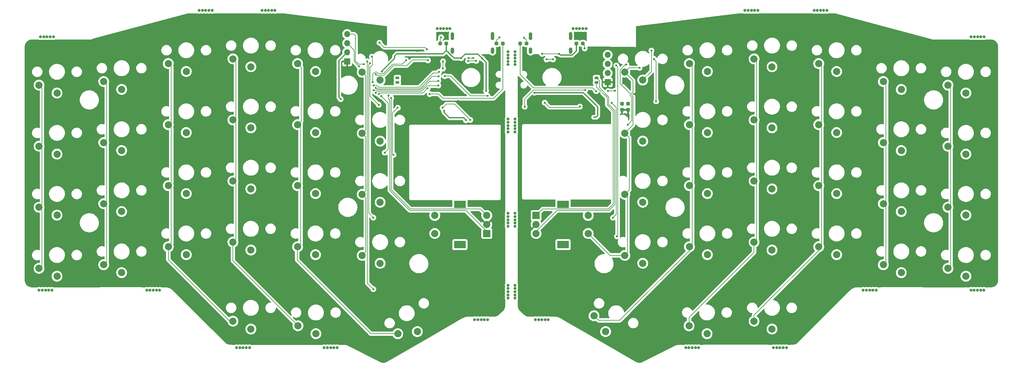
<source format=gtl>
G04 #@! TF.GenerationSoftware,KiCad,Pcbnew,(5.99.0-8557-g8988e46ab1)*
G04 #@! TF.CreationDate,2021-02-20T09:12:51-07:00*
G04 #@! TF.ProjectId,BlueSof_R3_Panel,426c7565-536f-4665-9f52-335f50616e65,rev?*
G04 #@! TF.SameCoordinates,PX85099e0PY51bada0*
G04 #@! TF.FileFunction,Copper,L1,Top*
G04 #@! TF.FilePolarity,Positive*
%FSLAX46Y46*%
G04 Gerber Fmt 4.6, Leading zero omitted, Abs format (unit mm)*
G04 Created by KiCad (PCBNEW (5.99.0-8557-g8988e46ab1)) date 2021-02-20 09:12:51*
%MOMM*%
%LPD*%
G01*
G04 APERTURE LIST*
G04 Aperture macros list*
%AMRoundRect*
0 Rectangle with rounded corners*
0 $1 Rounding radius*
0 $2 $3 $4 $5 $6 $7 $8 $9 X,Y pos of 4 corners*
0 Add a 4 corners polygon primitive as box body*
4,1,4,$2,$3,$4,$5,$6,$7,$8,$9,$2,$3,0*
0 Add four circle primitives for the rounded corners*
1,1,$1+$1,$2,$3*
1,1,$1+$1,$4,$5*
1,1,$1+$1,$6,$7*
1,1,$1+$1,$8,$9*
0 Add four rect primitives between the rounded corners*
20,1,$1+$1,$2,$3,$4,$5,0*
20,1,$1+$1,$4,$5,$6,$7,0*
20,1,$1+$1,$6,$7,$8,$9,0*
20,1,$1+$1,$8,$9,$2,$3,0*%
G04 Aperture macros list end*
G04 #@! TA.AperFunction,WasherPad*
%ADD10C,0.800000*%
G04 #@! TD*
G04 #@! TA.AperFunction,ComponentPad*
%ADD11C,2.000000*%
G04 #@! TD*
G04 #@! TA.AperFunction,SMDPad,CuDef*
%ADD12RoundRect,0.237500X0.237500X-0.300000X0.237500X0.300000X-0.237500X0.300000X-0.237500X-0.300000X0*%
G04 #@! TD*
G04 #@! TA.AperFunction,SMDPad,CuDef*
%ADD13RoundRect,0.237500X0.287500X0.237500X-0.287500X0.237500X-0.287500X-0.237500X0.287500X-0.237500X0*%
G04 #@! TD*
G04 #@! TA.AperFunction,ComponentPad*
%ADD14R,2.000000X2.000000*%
G04 #@! TD*
G04 #@! TA.AperFunction,ComponentPad*
%ADD15R,3.200000X2.000000*%
G04 #@! TD*
G04 #@! TA.AperFunction,ComponentPad*
%ADD16C,1.000000*%
G04 #@! TD*
G04 #@! TA.AperFunction,ComponentPad*
%ADD17R,1.700000X1.700000*%
G04 #@! TD*
G04 #@! TA.AperFunction,ComponentPad*
%ADD18O,1.700000X1.700000*%
G04 #@! TD*
G04 #@! TA.AperFunction,ComponentPad*
%ADD19R,1.000000X0.650000*%
G04 #@! TD*
G04 #@! TA.AperFunction,SMDPad,CuDef*
%ADD20RoundRect,0.237500X-0.287500X-0.237500X0.287500X-0.237500X0.287500X0.237500X-0.287500X0.237500X0*%
G04 #@! TD*
G04 #@! TA.AperFunction,ViaPad*
%ADD21C,0.600000*%
G04 #@! TD*
G04 #@! TA.AperFunction,Conductor*
%ADD22C,0.200000*%
G04 #@! TD*
G04 #@! TA.AperFunction,Conductor*
%ADD23C,0.300000*%
G04 #@! TD*
G04 APERTURE END LIST*
D10*
X-55475866Y44951251D03*
X-58175866Y44951251D03*
X-54575866Y44951251D03*
X-56375866Y44951251D03*
X-57275866Y44951251D03*
X12238606Y-35148749D03*
X12238606Y-32448749D03*
X10338606Y-35148749D03*
X10338606Y-31548749D03*
X12238606Y-31548749D03*
X10338606Y-33348749D03*
X10338606Y-34248749D03*
X12238606Y-33348749D03*
X12238606Y-34248749D03*
X10338606Y-32448749D03*
X98249054Y44932580D03*
X99149054Y44932580D03*
X95549054Y44932580D03*
X97349054Y44932580D03*
X96449054Y44932580D03*
X-87578672Y-32948749D03*
X-88478672Y-32948749D03*
X-86678672Y-32948749D03*
X-89378672Y-32948749D03*
X-90278672Y-32948749D03*
X32063606Y39851251D03*
X29363606Y39851251D03*
X30263606Y39851251D03*
X28463606Y39851251D03*
X31163606Y39851251D03*
X4635346Y-41125990D03*
X1935346Y-41125990D03*
X1035346Y-41125990D03*
X3735346Y-41125990D03*
X2835346Y-41125990D03*
X-72075866Y44951251D03*
X-75675866Y44951251D03*
X-72975866Y44951251D03*
X-73875866Y44951251D03*
X-74775866Y44951251D03*
X76315240Y44932580D03*
X77215240Y44932580D03*
X78115240Y44932580D03*
X79915240Y44932580D03*
X79015240Y44932580D03*
X142914079Y37617236D03*
X142014079Y37617236D03*
X141114079Y37617236D03*
X139314079Y37617236D03*
X140214079Y37617236D03*
X10338606Y14701251D03*
X12238606Y14701251D03*
X12238606Y11101251D03*
X10338606Y12901251D03*
X10338606Y11101251D03*
X10338606Y12001251D03*
X12238606Y12901251D03*
X10338606Y13801251D03*
X12238606Y12001251D03*
X12238606Y13801251D03*
X12238606Y29851251D03*
X12238606Y32551251D03*
X10338606Y32551251D03*
X12238606Y30751251D03*
X10338606Y31651251D03*
X10338606Y30751251D03*
X10338606Y29851251D03*
X12238606Y31651251D03*
X10338606Y33451251D03*
X12238606Y33451251D03*
X10338606Y-11548749D03*
X12238606Y-12448749D03*
X10338606Y-12448749D03*
X10338606Y-13348749D03*
X12238606Y-11548749D03*
X12238606Y-14248749D03*
X10338606Y-15148749D03*
X12238606Y-13348749D03*
X10338606Y-14248749D03*
X12238606Y-15148749D03*
X-8511394Y39851251D03*
X-9411394Y39851251D03*
X-7611394Y39851251D03*
X-6711394Y39851251D03*
X-5811394Y39851251D03*
X-118478672Y-32948749D03*
X-117578672Y-32948749D03*
X-119378672Y-32948749D03*
X-120278672Y-32948749D03*
X-116678672Y-32948749D03*
X-116286867Y37617236D03*
X-118986867Y37617236D03*
X-118086867Y37617236D03*
X-117186867Y37617236D03*
X-119886867Y37617236D03*
X-64378672Y-48948748D03*
X-62578672Y-48948748D03*
X-61678672Y-48948748D03*
X-65278672Y-48948748D03*
X-63478672Y-48948748D03*
X-39967845Y-48948748D03*
X-40867845Y-48948748D03*
X-39067845Y-48948748D03*
X-38167845Y-48948748D03*
X-37267845Y-48948748D03*
X21541866Y-41117372D03*
X19741866Y-41117372D03*
X18841866Y-41117372D03*
X17941866Y-41117372D03*
X20641866Y-41117372D03*
X110155884Y-32940131D03*
X109255884Y-32940131D03*
X111055884Y-32940131D03*
X111955884Y-32940131D03*
X112855884Y-32940131D03*
X86055884Y-48940130D03*
X84255884Y-48940130D03*
X86955884Y-48940130D03*
X87855884Y-48940130D03*
X85155884Y-48940130D03*
X141955884Y-32940131D03*
X140155884Y-32940131D03*
X142855884Y-32940131D03*
X141055884Y-32940131D03*
X139255884Y-32940131D03*
X61645057Y-48940130D03*
X59845057Y-48940130D03*
X60745057Y-48940130D03*
X62545057Y-48940130D03*
X63445057Y-48940130D03*
D11*
X42853082Y27751251D03*
X47853082Y25551251D03*
X60853082Y30151251D03*
X65853082Y27951251D03*
X96853082Y30151251D03*
X101853082Y27951251D03*
X114853082Y25151251D03*
X119853082Y22951251D03*
X132853082Y24151251D03*
X137853082Y21951251D03*
X42853082Y10751251D03*
X47853082Y8551251D03*
X60853082Y13151251D03*
X65853082Y10951251D03*
X78853082Y14451251D03*
X83853082Y12251251D03*
X96853082Y13151251D03*
X101853082Y10951251D03*
X132853082Y7151251D03*
X137853082Y4951251D03*
X60853082Y-3848749D03*
X65853082Y-6048749D03*
X78853082Y-2548749D03*
X83853082Y-4748749D03*
X96853082Y-3848749D03*
X101853082Y-6048749D03*
X114853082Y-8848749D03*
X119853082Y-11048749D03*
X42853082Y-23248749D03*
X47853082Y-25448749D03*
X78853082Y-19548749D03*
X83853082Y-21748749D03*
X96853082Y-20848749D03*
X101853082Y-23048749D03*
X114853082Y-25848749D03*
X119853082Y-28048749D03*
X132853082Y-26848749D03*
X137853082Y-29048749D03*
X42853082Y-6248749D03*
X47853082Y-8448749D03*
X114853082Y8151251D03*
X119853082Y5951251D03*
X132853082Y-9848749D03*
X137853082Y-12048749D03*
X78853082Y-41548749D03*
X83853082Y-43748749D03*
X78853082Y31451251D03*
X83853082Y29251251D03*
X60853082Y-20848749D03*
X65853082Y-23048749D03*
D12*
X43753082Y17238751D03*
X43753082Y18963751D03*
X42115582Y17238751D03*
X42115582Y18963751D03*
D13*
X15453082Y35726251D03*
X13703082Y35726251D03*
D11*
X34272955Y-40053043D03*
X37503082Y-44458299D03*
D13*
X31153082Y35751251D03*
X29403082Y35751251D03*
D14*
X18153082Y-12148749D03*
D11*
X18153082Y-17148749D03*
X18153082Y-14648749D03*
D15*
X25653082Y-9048749D03*
X25653082Y-20248749D03*
D11*
X32653082Y-17148749D03*
X32653082Y-12148749D03*
X60753082Y-42848749D03*
X65753082Y-45048749D03*
D16*
X16577782Y37171151D03*
X27728382Y37183851D03*
X16577482Y34157251D03*
X27728382Y33640551D03*
X27728082Y33395251D03*
X16578082Y38390351D03*
X27728382Y37818851D03*
X16577482Y33894551D03*
X27728082Y34157251D03*
X16577782Y38110951D03*
X16577782Y33640551D03*
X27728682Y38403051D03*
X16577482Y33395251D03*
X27728382Y38123651D03*
X27728082Y33894551D03*
X27728382Y37475951D03*
X16577782Y37806151D03*
X16577782Y37463251D03*
D17*
X38078082Y24951251D03*
D18*
X38078082Y27491251D03*
X38078082Y30031251D03*
X38078082Y32571251D03*
D19*
X34973037Y24883251D03*
X34973037Y26153251D03*
D11*
X-30275870Y27751251D03*
X-25275870Y25551251D03*
X-48275870Y30151251D03*
X-43275870Y27951251D03*
X-84275870Y30151251D03*
X-79275870Y27951251D03*
X-102275870Y25151251D03*
X-97275870Y22951251D03*
X-120275870Y24151251D03*
X-115275870Y21951251D03*
X-30275870Y10751251D03*
X-25275870Y8551251D03*
X-48275870Y13151251D03*
X-43275870Y10951251D03*
X-66275870Y14451251D03*
X-61275870Y12251251D03*
X-84275870Y13151251D03*
X-79275870Y10951251D03*
X-120275870Y7151251D03*
X-115275870Y4951251D03*
X-48275870Y-3848749D03*
X-43275870Y-6048749D03*
X-66275870Y-2548749D03*
X-61275870Y-4748749D03*
X-84275870Y-3848749D03*
X-79275870Y-6048749D03*
X-102275870Y-8848749D03*
X-97275870Y-11048749D03*
X-30275870Y-23248749D03*
X-25275870Y-25448749D03*
X-66275870Y-19548749D03*
X-61275870Y-21748749D03*
X-84275870Y-20848749D03*
X-79275870Y-23048749D03*
X-102275870Y-25848749D03*
X-97275870Y-28048749D03*
X-120275870Y-26848749D03*
X-115275870Y-29048749D03*
X-30275870Y-6248749D03*
X-25275870Y-8448749D03*
X-102275870Y8151251D03*
X-97275870Y5951251D03*
X-120275870Y-9848749D03*
X-115275870Y-12048749D03*
X-66275870Y-41548749D03*
X-61275870Y-43748749D03*
X-66275870Y31451251D03*
X-61275870Y29251251D03*
X-48275870Y-20848749D03*
X-43275870Y-23048749D03*
D17*
X-34475870Y30751251D03*
D18*
X-34475870Y33291251D03*
X-34475870Y35831251D03*
X-34475870Y38371251D03*
D20*
X7124130Y35726251D03*
X8874130Y35726251D03*
D11*
X-20355997Y-45053043D03*
X-14925870Y-44458299D03*
D20*
X-8575870Y35751251D03*
X-6825870Y35751251D03*
D14*
X4424130Y-17148749D03*
D11*
X4424130Y-12148749D03*
X4424130Y-14648749D03*
D15*
X-3075870Y-20248749D03*
X-3075870Y-9048749D03*
D11*
X-10075870Y-12148749D03*
X-10075870Y-17148749D03*
X-48175870Y-42848749D03*
X-43175870Y-45048749D03*
D16*
X-5151170Y37171151D03*
X5999430Y37183851D03*
X-5151470Y34157251D03*
X5999430Y33640551D03*
X5999130Y33395251D03*
X-5150870Y38390351D03*
X5999430Y37818851D03*
X-5151470Y33894551D03*
X5999130Y34157251D03*
X-5151170Y38110951D03*
X-5151170Y33640551D03*
X5999730Y38403051D03*
X-5151470Y33395251D03*
X5999430Y38123651D03*
X5999130Y33894551D03*
X5999430Y37475951D03*
X-5151170Y37806151D03*
X-5151170Y37463251D03*
D19*
X-20477825Y24883251D03*
X-20477825Y26153251D03*
D21*
X40478092Y29592252D03*
X40678082Y-17948749D03*
X51578082Y19651251D03*
X50978082Y31451251D03*
X39578082Y-12748749D03*
X39177354Y19225523D03*
X18378082Y-33348749D03*
X42378082Y-13348749D03*
X28378082Y25651251D03*
X128378082Y28651251D03*
X49378082Y-42348749D03*
X17603082Y20601251D03*
X20853082Y29601251D03*
X29603082Y30351251D03*
X141378082Y27651251D03*
X17253082Y29301251D03*
X145378082Y10651251D03*
X51378082Y14651251D03*
X36153082Y-8798749D03*
X42378082Y24651251D03*
X45378082Y21651251D03*
X109378082Y-348749D03*
X19103082Y16351251D03*
X69378082Y35651251D03*
X73378082Y-17348749D03*
X55378082Y-2348749D03*
X92378082Y21651251D03*
X43953082Y15701251D03*
X145378082Y-6348749D03*
X56378082Y35651251D03*
X91378082Y-37348749D03*
X28378082Y20651251D03*
X42378082Y-348749D03*
X15378082Y-9348749D03*
X145378082Y-23348749D03*
X24378082Y-24348749D03*
X92378082Y35651251D03*
X127378082Y-22348749D03*
X73378082Y-39348749D03*
X106378082Y35651251D03*
X35853082Y21851251D03*
X14378082Y13651251D03*
X42378082Y-17348749D03*
X91378082Y651251D03*
X91378082Y-16348749D03*
X110378082Y16651251D03*
X128378082Y-5348749D03*
X32103082Y14101251D03*
X31378082Y-36348749D03*
X49378082Y23651251D03*
X31353082Y18101251D03*
X23603082Y19101251D03*
X118853082Y19101251D03*
X73378082Y-348749D03*
X30378082Y37651251D03*
X92378082Y17651251D03*
X122353082Y19101251D03*
X21378082Y-11348749D03*
X42353082Y33851251D03*
X127378082Y11651251D03*
X80378082Y35651251D03*
X109378082Y-17348749D03*
X22853082Y13851251D03*
X56378082Y-19348749D03*
X35353082Y31601251D03*
X73378082Y16651251D03*
X53378082Y24651251D03*
X25378082Y14651251D03*
X46978082Y28951251D03*
X17678082Y22051251D03*
X20578082Y19251251D03*
X30378082Y18188751D03*
X19778082Y32851251D03*
X24578082Y32851251D03*
X31678082Y34351251D03*
X14778082Y37351251D03*
X43278082Y29851251D03*
X43653082Y13101251D03*
X31802658Y22751241D03*
X14978082Y18151251D03*
X42103082Y18924706D03*
X43753082Y19001251D03*
X40103060Y22581707D03*
X34878082Y22451251D03*
X38218099Y22481232D03*
X50278082Y33751251D03*
X21053082Y31301251D03*
X22853082Y31301251D03*
X-27175870Y-32648749D03*
X-28875870Y30751251D03*
X-12275870Y34151251D03*
X-25475870Y35951251D03*
X-27575870Y32051251D03*
X-25675870Y18651251D03*
X-21575870Y4751251D03*
X-20375870Y17851251D03*
X-27175870Y-12748749D03*
X-28075870Y30251251D03*
X-9275870Y29251251D03*
X-17275870Y-19148749D03*
X-19275870Y-148749D03*
X-35275870Y-17148749D03*
X-10275870Y-36148749D03*
X-35275870Y-148749D03*
X-6275870Y30451251D03*
X-39275870Y24851251D03*
X-14875870Y30051251D03*
X-1475870Y19451251D03*
X-71275870Y-148749D03*
X-53275870Y17851251D03*
X-28875870Y33651251D03*
X-89275870Y11851251D03*
X-8975870Y20251251D03*
X-53275870Y34851251D03*
X-8675870Y14051251D03*
X-71275870Y16851251D03*
X-35275870Y16851251D03*
X-107275870Y-6148749D03*
X-3275870Y27451251D03*
X-89275870Y28851251D03*
X-6475870Y37451251D03*
X-1475870Y21451251D03*
X7124130Y14251251D03*
X-3575870Y19688751D03*
X-107575870Y27651251D03*
X-53275870Y-36148749D03*
X-17475870Y17251251D03*
X2724130Y-26148749D03*
X-107275870Y10851251D03*
X-2275870Y-32148749D03*
X-71275870Y33851251D03*
X-53275870Y-16148749D03*
X3551130Y17851251D03*
X-107275870Y-23148749D03*
X-14875870Y33651251D03*
X-35275870Y-39148749D03*
X-14875870Y27651251D03*
X-53275870Y851251D03*
X-6675870Y24051251D03*
X-19275870Y19251251D03*
X-40275870Y33851251D03*
X-71275870Y-17148749D03*
X-89275870Y-22148749D03*
X-89275870Y-5148749D03*
X5124130Y29851251D03*
X-1275870Y-15148749D03*
X-14875870Y25051251D03*
X-25675870Y21651251D03*
X-12075870Y23251251D03*
X-9075870Y24051251D03*
X-26475870Y22051251D03*
X-27075870Y22651251D03*
X-9075870Y25351251D03*
X-26475870Y23351251D03*
X-8975870Y26551251D03*
X-8875870Y27851251D03*
X-27075870Y24051251D03*
X-26475870Y27151251D03*
X-11975870Y31051251D03*
X-36275870Y20251251D03*
X-7475870Y17051251D03*
X-1375870Y14351251D03*
X-175870Y14451251D03*
X-7875870Y17851251D03*
X4224130Y22551251D03*
X3124130Y31551251D03*
X-2675870Y31651251D03*
X-24775870Y27951251D03*
X-8275870Y37451251D03*
X7924130Y37451251D03*
X-29775870Y29951251D03*
X-7775870Y30751251D03*
X-7775870Y28751251D03*
X-18075870Y31051251D03*
X-27375870Y24951251D03*
X-23999898Y5351262D03*
X-24975870Y21051251D03*
X-22975870Y21251251D03*
X-22225870Y20601251D03*
X-7275870Y26651251D03*
X4624130Y21151251D03*
X-31175870Y29351251D03*
X-11475870Y21651251D03*
X1474130Y30901251D03*
X-775870Y30851251D03*
X-675870Y31651251D03*
X674130Y31701251D03*
D22*
X40853113Y29217231D02*
X40478092Y29592252D01*
X40678082Y-17948749D02*
X40853113Y-17773718D01*
X40853113Y-17773718D02*
X40853113Y29217231D01*
X51578082Y30851251D02*
X50978082Y31451251D01*
X51578082Y19651251D02*
X51578082Y30851251D01*
X40453103Y-11873728D02*
X40453103Y17949774D01*
X40453103Y17949774D02*
X39177354Y19225523D01*
X39578082Y-12748749D02*
X40453103Y-11873728D01*
X132853082Y-9848749D02*
X133603083Y-9098748D01*
X132853082Y7151251D02*
X133603083Y7901252D01*
X133603083Y7901252D02*
X133603083Y23401250D01*
X133603083Y-26098748D02*
X133603083Y-10598750D01*
X133603083Y-10598750D02*
X132853082Y-9848749D01*
X133603083Y23401250D02*
X132853082Y24151251D01*
X133603083Y6401250D02*
X132853082Y7151251D01*
X133603083Y-9098748D02*
X133603083Y6401250D01*
X132853082Y-26848749D02*
X133603083Y-26098748D01*
X115603083Y24401250D02*
X114853082Y25151251D01*
X115603083Y-9598750D02*
X114853082Y-8848749D01*
X115603083Y8901252D02*
X115603083Y24401250D01*
X114853082Y8151251D02*
X115603083Y8901252D01*
X114853082Y-8848749D02*
X115603083Y-8098748D01*
X115603083Y-8098748D02*
X115603083Y7401250D01*
X115603083Y7401250D02*
X114853082Y8151251D01*
X115603083Y-25098748D02*
X115603083Y-9598750D01*
X114853082Y-25848749D02*
X115603083Y-25098748D01*
X96853082Y-3848749D02*
X97603083Y-3098748D01*
X97603083Y-4598750D02*
X96853082Y-3848749D01*
X97603083Y-20098748D02*
X97603083Y-4598750D01*
X97603083Y-3098748D02*
X97603083Y12401250D01*
X96853082Y13151251D02*
X97603083Y13901252D01*
X97603083Y12401250D02*
X96853082Y13151251D01*
X96853082Y-20848749D02*
X97603083Y-20098748D01*
X96853082Y-21888747D02*
X96853082Y-20848749D01*
X97603083Y29401250D02*
X96853082Y30151251D01*
X78853082Y-39888747D02*
X96853082Y-21888747D01*
X97603083Y13901252D02*
X97603083Y29401250D01*
X78853082Y-41548749D02*
X78853082Y-39888747D01*
X79603083Y30701250D02*
X79603083Y15201252D01*
X78853082Y-2548749D02*
X79603083Y-3298750D01*
X78853082Y-22398751D02*
X60753082Y-40498751D01*
X79603083Y15201252D02*
X78853082Y14451251D01*
X60753082Y-40498751D02*
X60753082Y-42848749D01*
X79603083Y13701250D02*
X79603083Y-1798748D01*
X79603083Y-3298750D02*
X79603083Y-18798748D01*
X79603083Y-18798748D02*
X78853082Y-19548749D01*
X78853082Y-19548749D02*
X78853082Y-22398751D01*
X78853082Y14451251D02*
X79603083Y13701250D01*
X79603083Y-1798748D02*
X78853082Y-2548749D01*
X78853082Y31451251D02*
X79603083Y30701250D01*
X61603083Y-3098748D02*
X61603083Y12401250D01*
X61603083Y13901252D02*
X61603083Y29401250D01*
X60853082Y-3848749D02*
X61603083Y-3098748D01*
X61603083Y-20098748D02*
X61603083Y-4598750D01*
X60853082Y-21908751D02*
X60853082Y-20848749D01*
X34272955Y-40053043D02*
X35568662Y-41348750D01*
X61603083Y29401250D02*
X60853082Y30151251D01*
X41413083Y-41348750D02*
X60853082Y-21908751D01*
X61603083Y12401250D02*
X60853082Y13151251D01*
X60853082Y13151251D02*
X61603083Y13901252D01*
X61603083Y-4598750D02*
X60853082Y-3848749D01*
X35568662Y-41348750D02*
X41413083Y-41348750D01*
X60853082Y-20848749D02*
X61603083Y-20098748D01*
X43603083Y-6998750D02*
X43603083Y-22498748D01*
X45153082Y21051240D02*
X45153082Y13051251D01*
X44778071Y21363245D02*
X45090076Y21051240D01*
X46978082Y28951251D02*
X44053082Y28951251D01*
X44778071Y21939257D02*
X44778071Y21363245D01*
X44053082Y28951251D02*
X42853082Y27751251D01*
X45153082Y25451251D02*
X45153082Y22251262D01*
X32653082Y-17148749D02*
X38753082Y-23248749D01*
X44078083Y9526250D02*
X44078083Y-5023748D01*
X45153082Y22251262D02*
X45090076Y22251262D01*
X42853082Y-6248749D02*
X43603083Y-6998750D01*
X42853082Y27751251D02*
X45153082Y25451251D01*
X45153082Y13051251D02*
X42853082Y10751251D01*
X45090076Y22251262D02*
X44778071Y21939257D01*
X42853082Y10751251D02*
X44078083Y9526250D01*
X43603083Y-22498748D02*
X42853082Y-23248749D01*
X45090076Y21051240D02*
X45153082Y21051240D01*
X38753082Y-23248749D02*
X42853082Y-23248749D01*
X44078083Y-5023748D02*
X42853082Y-6248749D01*
D23*
X34883102Y15201251D02*
X35303093Y15621242D01*
X31353082Y22051251D02*
X17678082Y22051251D01*
X35303093Y18101240D02*
X31353082Y22051251D01*
X35303093Y15621242D02*
X35303093Y18101240D01*
X34178082Y15201251D02*
X34883102Y15201251D01*
D22*
X30140582Y17951251D02*
X21878082Y17951251D01*
X30378082Y18188751D02*
X30140582Y17951251D01*
X21878082Y17951251D02*
X20578082Y19251251D01*
D23*
X29403082Y33738249D02*
X28160083Y32495250D01*
X24934083Y32495250D02*
X24578082Y32851251D01*
X28160083Y32495250D02*
X24934083Y32495250D01*
X29403082Y35751251D02*
X29403082Y33738249D01*
D22*
X24578082Y32851251D02*
X19778082Y32851251D01*
X31678082Y35051251D02*
X31678082Y34351251D01*
X31153082Y35576251D02*
X31678082Y35051251D01*
X15453082Y36676251D02*
X14778082Y37351251D01*
X15453082Y35726251D02*
X15453082Y36676251D01*
X44378051Y21197552D02*
X44378051Y21763265D01*
X41553071Y24588245D02*
X41553071Y28375257D01*
X41553071Y28375257D02*
X43029065Y29851251D01*
X43029080Y29851251D02*
X43278082Y29851251D01*
X43029065Y29851251D02*
X43278082Y29851251D01*
X44378051Y21763265D02*
X41553071Y24588245D01*
X44753062Y14201231D02*
X44753062Y20822540D01*
X43653082Y13101251D02*
X44753062Y14201231D01*
X44753062Y20822540D02*
X44378051Y21197552D01*
X38278082Y-10348749D02*
X19953082Y-10348749D01*
X37978061Y18590820D02*
X39653082Y16915799D01*
X19953082Y-10348749D02*
X18153082Y-12148749D01*
X37978061Y20651272D02*
X37978061Y18590820D01*
X39653082Y16915799D02*
X39653082Y-8973749D01*
X39653082Y-8973749D02*
X38278082Y-10348749D01*
X37978061Y20651272D02*
X37978061Y19026230D01*
X34973037Y23656296D02*
X37978061Y20651272D01*
X34973037Y24883251D02*
X34973037Y23656296D01*
X38378071Y20851262D02*
X35773047Y23456286D01*
X23977073Y-10748760D02*
X38112379Y-10748760D01*
X35773047Y23456286D02*
X35773047Y25353241D01*
X38112379Y-10748760D02*
X38112388Y-10748769D01*
X35773047Y25353241D02*
X34973037Y26153251D01*
X38378071Y18756510D02*
X38378071Y20851262D01*
X18153082Y-16572751D02*
X23977073Y-10748760D01*
X38112388Y-10748769D02*
X38443776Y-10748769D01*
X38378071Y20851262D02*
X38290582Y20938751D01*
X40053102Y-9139443D02*
X40053102Y17081492D01*
X39818775Y17315819D02*
X39818762Y17315819D01*
X40053102Y17081492D02*
X39818775Y17315819D01*
X39818762Y17315819D02*
X38378071Y18756510D01*
X38443776Y-10748769D02*
X40053102Y-9139443D01*
X14978082Y18151251D02*
X14978082Y18051251D01*
X14978082Y18151251D02*
X14978082Y20313253D01*
X14978082Y20313253D02*
X17416070Y22751241D01*
X17416070Y22751241D02*
X31802658Y22751241D01*
X17418080Y23351251D02*
X33978082Y23351251D01*
X40002585Y22481232D02*
X40103060Y22581707D01*
X17418080Y23351251D02*
X13703082Y27066249D01*
X13703082Y27066249D02*
X13703082Y35726251D01*
X33978082Y23351251D02*
X34878082Y22451251D01*
X38218099Y22481232D02*
X40002585Y22481232D01*
X47853082Y25551251D02*
X50278082Y27976251D01*
X50278082Y27976251D02*
X50278082Y33751251D01*
X22853082Y31301251D02*
X21053082Y31301251D01*
X-28875870Y28275308D02*
X-28875890Y28275288D01*
X-28875870Y30751251D02*
X-28875870Y28275308D01*
X-28875890Y-30948729D02*
X-27175870Y-32648749D01*
X-28875890Y28275288D02*
X-28875890Y-30948729D01*
X-24175870Y34651251D02*
X-12775870Y34651251D01*
X-25475870Y35951251D02*
X-24175870Y34651251D01*
X-12775870Y34651251D02*
X-12275870Y34151251D01*
X-28075850Y21051231D02*
X-28075850Y29151271D01*
X-27475870Y31951251D02*
X-27575870Y32051251D01*
X-28075850Y29151271D02*
X-27475870Y29751251D01*
X-27475870Y29751251D02*
X-27475870Y31951251D01*
X-25675870Y18651251D02*
X-28075850Y21051231D01*
X-21825850Y5001231D02*
X-21575870Y4751251D01*
X-21825850Y16401271D02*
X-21825850Y5001231D01*
X-20375870Y17851251D02*
X-21825850Y16401271D01*
X-28475870Y-11448749D02*
X-27175870Y-12748749D01*
X-28075870Y30251251D02*
X-28475870Y29851251D01*
X-28475870Y29851251D02*
X-28475870Y-11448749D01*
X-119448870Y-26021749D02*
X-119448870Y-10675749D01*
X-25375870Y21951251D02*
X-13375870Y21951251D01*
X-120275870Y-26848749D02*
X-119448870Y-26021749D01*
X-25675870Y21651251D02*
X-25375870Y21951251D01*
X-119448870Y23324251D02*
X-120275870Y24151251D01*
X-13375870Y21951251D02*
X-12075870Y23251251D01*
X-119448870Y-9021749D02*
X-119448870Y6324251D01*
X-119448870Y7978251D02*
X-119448870Y23324251D01*
X-120275870Y-9848749D02*
X-119448870Y-9021749D01*
X-119448870Y-10675749D02*
X-120275870Y-9848749D01*
X-120275870Y7151251D02*
X-119448870Y7978251D01*
X-119448870Y6324251D02*
X-120275870Y7151251D01*
X-101448870Y7324251D02*
X-101448870Y-8021749D01*
X-101448870Y8978251D02*
X-102275870Y8151251D01*
X-12363876Y23851262D02*
X-12675881Y23539257D01*
X-102275870Y25151251D02*
X-101448870Y24324251D01*
X-9075870Y24051251D02*
X-9175870Y23951251D01*
X-12263887Y23951251D02*
X-11875870Y23951251D01*
X-102275870Y-8848749D02*
X-101448870Y-9675749D01*
X-9175870Y23951251D02*
X-12075870Y23951251D01*
X-101448870Y-9675749D02*
X-101448870Y-25021749D01*
X-102275870Y8151251D02*
X-101448870Y7324251D01*
X-26175870Y22351251D02*
X-13863887Y22351251D01*
X-101448870Y-25021749D02*
X-102275870Y-25848749D01*
X-26475870Y22051251D02*
X-26175870Y22351251D01*
X-101448870Y-8021749D02*
X-102275870Y-8848749D01*
X-13863887Y22351251D02*
X-12263887Y23951251D01*
X-101448870Y24324251D02*
X-101448870Y8978251D01*
X-25187853Y22751251D02*
X-24675870Y22751251D01*
X-83448870Y-4675749D02*
X-84275870Y-3848749D01*
X-27075870Y22651251D02*
X-26441584Y22651251D01*
X-83448870Y-3021749D02*
X-83448870Y12324251D01*
X-83448870Y13978251D02*
X-83448870Y29324251D01*
X-84275870Y-24448749D02*
X-84275870Y-20848749D01*
X-84275870Y-20848749D02*
X-83448870Y-20021749D01*
X-84275870Y13151251D02*
X-83448870Y13978251D01*
X-67175870Y-41548749D02*
X-84275870Y-24448749D01*
X-9175870Y25251251D02*
X-9075870Y25351251D01*
X-66275870Y-41548749D02*
X-67175870Y-41548749D01*
X-83448870Y29324251D02*
X-84275870Y30151251D01*
X-84275870Y-3848749D02*
X-83448870Y-3021749D01*
X-26341584Y22751251D02*
X-24675870Y22751251D01*
X-24675870Y22751251D02*
X-14029601Y22751251D01*
X-26441584Y22651251D02*
X-26341584Y22751251D01*
X-83448870Y-20021749D02*
X-83448870Y-4675749D01*
X-14029601Y22751251D02*
X-11529601Y25251251D01*
X-11529601Y25251251D02*
X-9175870Y25251251D01*
X-83448870Y12324251D02*
X-84275870Y13151251D01*
X-65448870Y13624251D02*
X-65448870Y-1721749D01*
X-26475870Y23351251D02*
X-26275890Y23151271D01*
X-66275870Y-24248749D02*
X-66275870Y-19548749D01*
X-65448870Y-1721749D02*
X-66275870Y-2548749D01*
X-66275870Y14451251D02*
X-65448870Y13624251D01*
X-14195295Y23151271D02*
X-24275850Y23151271D01*
X-65448870Y-3375749D02*
X-65448870Y-18721749D01*
X-48175870Y-42848749D02*
X-66275870Y-24748749D01*
X-24275850Y23151271D02*
X-25022159Y23151271D01*
X-66275870Y-2548749D02*
X-65448870Y-3375749D01*
X-65448870Y-18721749D02*
X-66275870Y-19548749D01*
X-26275890Y23151271D02*
X-24275850Y23151271D01*
X-66275870Y31451251D02*
X-65448870Y30624251D01*
X-8975870Y26551251D02*
X-10795315Y26551251D01*
X-65448870Y15278251D02*
X-66275870Y14451251D01*
X-65448870Y30624251D02*
X-65448870Y15278251D01*
X-66275870Y-24748749D02*
X-66275870Y-19548749D01*
X-10795315Y26551251D02*
X-14195295Y23151271D01*
X-20355997Y-45053043D02*
X-27871576Y-45053043D01*
X-25675910Y23551291D02*
X-26175870Y24051251D01*
X-48375870Y-24548749D02*
X-48375870Y-20948749D01*
X-47248870Y14178251D02*
X-47248870Y29124251D01*
X-9175870Y27551251D02*
X-10475870Y27551251D01*
X-27871576Y-45053043D02*
X-48375870Y-24548749D01*
X-47248870Y29124251D02*
X-48275870Y30151251D01*
X-47448870Y-4675749D02*
X-48275870Y-3848749D01*
X-47448870Y-20021749D02*
X-47448870Y-4675749D01*
X-8875870Y27851251D02*
X-9175870Y27551251D01*
X-14475830Y23551291D02*
X-25675910Y23551291D01*
X-48375870Y-20948749D02*
X-48275870Y-20848749D01*
X-47448870Y-3021749D02*
X-47448870Y12324251D01*
X-48275870Y-3848749D02*
X-47448870Y-3021749D01*
X-48275870Y13151251D02*
X-47248870Y14178251D01*
X-10475870Y27551251D02*
X-14475830Y23551291D01*
X-47448870Y12324251D02*
X-48275870Y13151251D01*
X-48275870Y-20848749D02*
X-47448870Y-20021749D01*
X-26175870Y24051251D02*
X-27075870Y24051251D01*
X-24310156Y26851251D02*
X-26175870Y26851251D01*
X-16245859Y31181262D02*
X-17875870Y29551251D01*
X-29275910Y9751291D02*
X-29275910Y-5248789D01*
X-29275910Y-22248789D02*
X-30275870Y-23248749D01*
X-30275870Y27751251D02*
X-29275910Y26751291D01*
X-29275910Y11751211D02*
X-30275870Y10751251D01*
X-30275870Y10751251D02*
X-29275910Y9751291D01*
X-21610156Y29551251D02*
X-24310156Y26851251D01*
X-30275870Y-6248749D02*
X-29275910Y-7248709D01*
X-29275910Y26751291D02*
X-29275910Y11751211D01*
X-29275910Y-7248709D02*
X-29275910Y-22248789D01*
X-29275910Y-5248789D02*
X-30275870Y-6248749D01*
X-17875870Y29551251D02*
X-21610156Y29551251D01*
X-11975870Y31051251D02*
X-12105881Y31181262D01*
X-12105881Y31181262D02*
X-16245859Y31181262D01*
X-26175870Y26851251D02*
X-26475870Y27151251D01*
D23*
X-36775870Y20751251D02*
X-36775870Y30991251D01*
X-36775870Y30991251D02*
X-34475870Y33291251D01*
X-36275870Y20251251D02*
X-36775870Y20751251D01*
X-7475870Y16551251D02*
X-5975870Y15051251D01*
X-7475870Y17051251D02*
X-7475870Y16551251D01*
X-5975870Y15051251D02*
X-2075870Y15051251D01*
X-2075870Y15051251D02*
X-1375870Y14351251D01*
D22*
X-6875870Y18851251D02*
X-4575870Y18851251D01*
X-4575870Y18851251D02*
X-175870Y14451251D01*
X-7875870Y17851251D02*
X-6875870Y18851251D01*
D23*
X-6825870Y35751251D02*
X-6825870Y33811634D01*
X-24775870Y27951251D02*
X-24775870Y28051251D01*
X4224130Y30451251D02*
X3124130Y31551251D01*
X4224130Y22551251D02*
X4224130Y30451251D01*
X-7786253Y32851251D02*
X-6825870Y33811634D01*
X-20648870Y32851251D02*
X-7786253Y32851251D01*
X-24775870Y28051251D02*
X-21248870Y31578251D01*
X-1575870Y32751251D02*
X1924130Y32751251D01*
X1924130Y32751251D02*
X3124130Y31551251D01*
X-4665487Y31651251D02*
X-6825870Y33811634D01*
X-2675870Y31651251D02*
X-1575870Y32751251D01*
X-21248870Y32251251D02*
X-21248870Y31578251D01*
X-2675870Y31651251D02*
X-4665487Y31651251D01*
X-20648870Y32851251D02*
X-21248870Y32251251D01*
D22*
X-8575870Y35751251D02*
X-8575870Y37151251D01*
X-8575870Y37151251D02*
X-8275870Y37451251D01*
X7124130Y36651251D02*
X7924130Y37451251D01*
X7124130Y35726251D02*
X7124130Y36651251D01*
X-32595870Y38371251D02*
X-34475870Y38371251D01*
X-29775870Y29951251D02*
X-31210156Y29951251D01*
X-32148870Y30889965D02*
X-32148870Y37924251D01*
X-32148870Y37924251D02*
X-32595870Y38371251D01*
X-31210156Y29951251D02*
X-32148870Y30889965D01*
X-7775870Y28751251D02*
X-7775870Y30751251D01*
X-23999898Y5351262D02*
X-23025910Y6325250D01*
X-23025910Y6325250D02*
X-23025910Y19101291D01*
X-25875859Y27351251D02*
X-25875859Y27439257D01*
X-26763876Y27751262D02*
X-27375870Y27139268D01*
X-26187864Y27751262D02*
X-26763876Y27751262D01*
X-24375869Y27351251D02*
X-25875859Y27351251D01*
X-23025910Y19101291D02*
X-24975870Y21051251D01*
X-18075870Y31051251D02*
X-19175850Y29951271D01*
X-19175850Y29951271D02*
X-21775849Y29951271D01*
X-27375870Y27139268D02*
X-27375870Y24951251D01*
X-21775849Y29951271D02*
X-24375869Y27351251D01*
X-25875859Y27439257D02*
X-26187864Y27751262D01*
X-22475870Y-5314463D02*
X-17041564Y-10748769D01*
X-22625890Y-5164442D02*
X-22475870Y-5314463D01*
X-12399870Y-10748749D02*
X-5081603Y-10748749D01*
X4424130Y-16548749D02*
X4424130Y-17148749D01*
X-5081603Y-10748749D02*
X-5081572Y-10748780D01*
X-22975870Y21251251D02*
X-22975870Y20351251D01*
X-17041564Y-10748769D02*
X-12399890Y-10748769D01*
X-1375839Y-10748780D02*
X4424130Y-16548749D01*
X-12399890Y-10748769D02*
X-12399870Y-10748749D01*
X-5081572Y-10748780D02*
X-1375839Y-10748780D01*
X-22975870Y20351251D02*
X-22625890Y20001271D01*
X-22625890Y20001271D02*
X-22625890Y-5164442D01*
X-22225870Y-4998749D02*
X-16875870Y-10348749D01*
X-4915910Y-10348729D02*
X-4915879Y-10348760D01*
X-1175859Y-10288758D02*
X-1175859Y-10348749D01*
X-22225870Y20601251D02*
X-22225870Y-4998749D01*
X-12565563Y-10348729D02*
X-4915910Y-10348729D01*
X-12565583Y-10348749D02*
X-12565563Y-10348729D01*
X2624130Y-10348749D02*
X4424130Y-12148749D01*
X-4915879Y-10348760D02*
X-1235861Y-10348760D01*
X-1235861Y-10348760D02*
X-1175859Y-10288758D01*
X-1175859Y-10348749D02*
X2624130Y-10348749D01*
X-16875870Y-10348749D02*
X-12565583Y-10348749D01*
X4624130Y21151251D02*
X-175870Y21151251D01*
X-175870Y21151251D02*
X-5675870Y26651251D01*
X-5675870Y26651251D02*
X-7275870Y26651251D01*
X-31175870Y29351251D02*
X-32548870Y30724251D01*
X-32548870Y33904251D02*
X-34475870Y35831251D01*
X-32548870Y30724251D02*
X-32548870Y33904251D01*
X-8975870Y21651251D02*
X-11475870Y21651251D01*
X8874130Y35726251D02*
X8874130Y23001251D01*
X-7775870Y20451251D02*
X-8975870Y21651251D01*
X6324130Y20451251D02*
X-7775870Y20451251D01*
X8874130Y23001251D02*
X6324130Y20451251D01*
X-725870Y30901251D02*
X1474130Y30901251D01*
X-775870Y30851251D02*
X-725870Y30901251D01*
X-625870Y31701251D02*
X-675870Y31651251D01*
X674130Y31701251D02*
X-625870Y31701251D01*
G04 #@! TA.AperFunction,Conductor*
G36*
X-58570225Y44132359D02*
G01*
X-58502653Y44102274D01*
X-58458153Y44082461D01*
X-58370314Y44063790D01*
X-58277810Y44044127D01*
X-58277805Y44044127D01*
X-58271353Y44042755D01*
X-58080379Y44042755D01*
X-58073927Y44044127D01*
X-58073922Y44044127D01*
X-57981418Y44063790D01*
X-57893579Y44082461D01*
X-57849078Y44102274D01*
X-57781507Y44132359D01*
X-57730258Y44143252D01*
X-57721474Y44143252D01*
X-57670225Y44132359D01*
X-57602653Y44102274D01*
X-57558153Y44082461D01*
X-57470314Y44063790D01*
X-57377810Y44044127D01*
X-57377805Y44044127D01*
X-57371353Y44042755D01*
X-57180379Y44042755D01*
X-57173927Y44044127D01*
X-57173922Y44044127D01*
X-57081418Y44063790D01*
X-56993579Y44082461D01*
X-56949078Y44102274D01*
X-56881507Y44132359D01*
X-56830258Y44143252D01*
X-56821474Y44143252D01*
X-56770225Y44132359D01*
X-56702653Y44102274D01*
X-56658153Y44082461D01*
X-56570314Y44063790D01*
X-56477810Y44044127D01*
X-56477805Y44044127D01*
X-56471353Y44042755D01*
X-56280379Y44042755D01*
X-56273927Y44044127D01*
X-56273922Y44044127D01*
X-56181418Y44063790D01*
X-56093579Y44082461D01*
X-56049078Y44102274D01*
X-55981507Y44132359D01*
X-55930258Y44143252D01*
X-55921474Y44143252D01*
X-55870225Y44132359D01*
X-55802653Y44102274D01*
X-55758153Y44082461D01*
X-55670314Y44063790D01*
X-55577810Y44044127D01*
X-55577805Y44044127D01*
X-55571353Y44042755D01*
X-55380379Y44042755D01*
X-55373927Y44044127D01*
X-55373922Y44044127D01*
X-55281418Y44063790D01*
X-55193579Y44082461D01*
X-55149078Y44102274D01*
X-55081507Y44132359D01*
X-55030258Y44143252D01*
X-55021474Y44143252D01*
X-54970225Y44132359D01*
X-54902653Y44102274D01*
X-54858153Y44082461D01*
X-54770314Y44063790D01*
X-54677810Y44044127D01*
X-54677805Y44044127D01*
X-54671353Y44042755D01*
X-54480379Y44042755D01*
X-54473927Y44044127D01*
X-54473922Y44044127D01*
X-54381418Y44063790D01*
X-54293579Y44082461D01*
X-54247667Y44102902D01*
X-54181506Y44132359D01*
X-54130257Y44143252D01*
X-53318274Y44143252D01*
X-53296395Y44141338D01*
X-53284888Y44139309D01*
X-53206639Y44125511D01*
X-53206629Y44125510D01*
X-53203807Y44125012D01*
X-53202348Y44124965D01*
X-53197937Y44124184D01*
X-53193073Y44124083D01*
X-53143326Y44123050D01*
X-53141875Y44123011D01*
X-53097346Y44121573D01*
X-53092267Y44121409D01*
X-53090431Y44121882D01*
X-53089354Y44121930D01*
X-53015686Y44120401D01*
X-53011240Y44120944D01*
X-53011237Y44120944D01*
X-52991549Y44123348D01*
X-52953671Y44127973D01*
X-52942383Y44128838D01*
X-52558948Y44140921D01*
X-52537766Y44139802D01*
X-52527089Y44138329D01*
X-52527083Y44138329D01*
X-52522264Y44137664D01*
X-52432675Y44139223D01*
X-52422784Y44139006D01*
X-52409931Y44138219D01*
X-52320208Y44132725D01*
X-52310365Y44131734D01*
X-52283608Y44127972D01*
X-52224884Y44119715D01*
X-52220411Y44119726D01*
X-52220405Y44119726D01*
X-52190691Y44119802D01*
X-52188343Y44119808D01*
X-52172652Y44118867D01*
X-23487592Y40593246D01*
X-23422420Y40565083D01*
X-23382820Y40506157D01*
X-23376963Y40467970D01*
X-23385731Y35385534D01*
X-23405851Y35317447D01*
X-23459587Y35271047D01*
X-23511731Y35259751D01*
X-23871631Y35259751D01*
X-23939752Y35279753D01*
X-23960726Y35296656D01*
X-24637112Y35973042D01*
X-24671138Y36035354D01*
X-24673232Y36048091D01*
X-24681801Y36124483D01*
X-24682586Y36131481D01*
X-24686369Y36142346D01*
X-24720555Y36240513D01*
X-24742229Y36302753D01*
X-24825356Y36435784D01*
X-24834603Y36450583D01*
X-24834604Y36450585D01*
X-24838335Y36456555D01*
X-24846546Y36464824D01*
X-24945501Y36564471D01*
X-24966128Y36585242D01*
X-25100009Y36670206D01*
X-25113300Y36678641D01*
X-25113301Y36678642D01*
X-25119255Y36682420D01*
X-25290107Y36743257D01*
X-25297099Y36744091D01*
X-25297100Y36744091D01*
X-25380149Y36753994D01*
X-25470191Y36764731D01*
X-25477194Y36763995D01*
X-25477195Y36763995D01*
X-25643549Y36746511D01*
X-25643553Y36746510D01*
X-25650557Y36745774D01*
X-25657228Y36743503D01*
X-25815571Y36689599D01*
X-25815574Y36689598D01*
X-25822241Y36687328D01*
X-25828240Y36683638D01*
X-25828241Y36683637D01*
X-25839835Y36676504D01*
X-25976711Y36592298D01*
X-26021818Y36548126D01*
X-26079281Y36491853D01*
X-26106287Y36465407D01*
X-26110098Y36459493D01*
X-26110100Y36459491D01*
X-26131890Y36425680D01*
X-26204532Y36312962D01*
X-26218201Y36275407D01*
X-26264150Y36149162D01*
X-26264151Y36149158D01*
X-26266560Y36142539D01*
X-26289291Y35962609D01*
X-26271593Y35782115D01*
X-26214347Y35610027D01*
X-26210700Y35604005D01*
X-26210699Y35604003D01*
X-26132286Y35474528D01*
X-26120398Y35454898D01*
X-25994414Y35324438D01*
X-25988522Y35320583D01*
X-25988518Y35320579D01*
X-25916269Y35273301D01*
X-25842659Y35225132D01*
X-25836055Y35222676D01*
X-25679275Y35164370D01*
X-25679273Y35164369D01*
X-25672673Y35161915D01*
X-25665690Y35160983D01*
X-25665689Y35160983D01*
X-25570017Y35148217D01*
X-25505140Y35119381D01*
X-25497587Y35112419D01*
X-24638841Y34253673D01*
X-24627974Y34241282D01*
X-24609680Y34217441D01*
X-24482620Y34119944D01*
X-24474990Y34116784D01*
X-24474989Y34116783D01*
X-24450210Y34106519D01*
X-24429412Y34097905D01*
X-24334656Y34058655D01*
X-24175870Y34037751D01*
X-24167682Y34038829D01*
X-24167681Y34038829D01*
X-24146078Y34041673D01*
X-24129632Y34042751D01*
X-13182638Y34042751D01*
X-13114517Y34022749D01*
X-13068024Y33969093D01*
X-13063080Y33956523D01*
X-13039955Y33887007D01*
X-13014347Y33810027D01*
X-13010700Y33804005D01*
X-13010699Y33804003D01*
X-12948332Y33701022D01*
X-12930153Y33632392D01*
X-12951964Y33564829D01*
X-13006840Y33519783D01*
X-13056108Y33509751D01*
X-20569290Y33509751D01*
X-20579354Y33510225D01*
X-20586429Y33511807D01*
X-20649881Y33509813D01*
X-20653839Y33509751D01*
X-20688449Y33509751D01*
X-20692380Y33509254D01*
X-20692386Y33509254D01*
X-20694675Y33508965D01*
X-20706500Y33508034D01*
X-20742984Y33506887D01*
X-20752664Y33506583D01*
X-20760280Y33504370D01*
X-20760282Y33504370D01*
X-20773256Y33500601D01*
X-20792615Y33496592D01*
X-20806011Y33494900D01*
X-20806014Y33494899D01*
X-20813876Y33493906D01*
X-20821242Y33490989D01*
X-20821248Y33490988D01*
X-20856802Y33476911D01*
X-20868032Y33473066D01*
X-20912378Y33460182D01*
X-20926767Y33451672D01*
X-20930830Y33449269D01*
X-20948589Y33440569D01*
X-20961139Y33435600D01*
X-20968514Y33432680D01*
X-20974929Y33428019D01*
X-20974931Y33428018D01*
X-21005867Y33405542D01*
X-21015789Y33399024D01*
X-21055534Y33375519D01*
X-21058305Y33373076D01*
X-21071891Y33359490D01*
X-21086918Y33346655D01*
X-21103067Y33334922D01*
X-21108121Y33328813D01*
X-21108123Y33328811D01*
X-21130937Y33301234D01*
X-21138927Y33292454D01*
X-21658225Y32773156D01*
X-21665680Y32766372D01*
X-21671801Y32762487D01*
X-21689865Y32743251D01*
X-21715273Y32716194D01*
X-21718028Y32713352D01*
X-21742486Y32688894D01*
X-21746332Y32683936D01*
X-21754034Y32674918D01*
X-21780224Y32647029D01*
X-21780226Y32647026D01*
X-21785653Y32641247D01*
X-21789472Y32634300D01*
X-21789475Y32634296D01*
X-21795981Y32622461D01*
X-21806838Y32605933D01*
X-21809054Y32603076D01*
X-21819973Y32589000D01*
X-21838317Y32546610D01*
X-21843527Y32535973D01*
X-21865777Y32495502D01*
X-21867749Y32487821D01*
X-21871109Y32474737D01*
X-21877512Y32456034D01*
X-21881193Y32447527D01*
X-21886025Y32436361D01*
X-21887265Y32428531D01*
X-21887267Y32428525D01*
X-21893250Y32390753D01*
X-21895656Y32379133D01*
X-21905661Y32340165D01*
X-21905662Y32340159D01*
X-21907138Y32334410D01*
X-21907370Y32330723D01*
X-21907370Y32311514D01*
X-21908921Y32291804D01*
X-21912043Y32272092D01*
X-21911297Y32264200D01*
X-21907929Y32228571D01*
X-21907370Y32216713D01*
X-21907370Y31903201D01*
X-21927372Y31835080D01*
X-21944275Y31814106D01*
X-22908079Y30850302D01*
X-22970391Y30816276D01*
X-23041206Y30821341D01*
X-23098042Y30863888D01*
X-23122853Y30930408D01*
X-23119324Y30970306D01*
X-23119116Y30971126D01*
X-23098735Y31051672D01*
X-23065013Y31343122D01*
X-23064674Y31356969D01*
X-23063651Y31398842D01*
X-23062370Y31451251D01*
X-23081814Y31744001D01*
X-23084201Y31755843D01*
X-23113965Y31903453D01*
X-23139806Y32031607D01*
X-23235326Y32309017D01*
X-23244322Y32326983D01*
X-23364821Y32567613D01*
X-23364822Y32567615D01*
X-23366696Y32571357D01*
X-23451816Y32696607D01*
X-23529257Y32810559D01*
X-23529259Y32810562D01*
X-23531608Y32814018D01*
X-23727165Y33032736D01*
X-23784903Y33082224D01*
X-23883442Y33166682D01*
X-23949931Y33223670D01*
X-23958921Y33229508D01*
X-24192494Y33381192D01*
X-24192497Y33381194D01*
X-24195993Y33383464D01*
X-24199759Y33385252D01*
X-24199764Y33385255D01*
X-24422438Y33490988D01*
X-24461026Y33509311D01*
X-24465009Y33510590D01*
X-24465012Y33510591D01*
X-24736389Y33597721D01*
X-24736390Y33597721D01*
X-24740376Y33599001D01*
X-24907061Y33628992D01*
X-25025025Y33650217D01*
X-25025030Y33650218D01*
X-25029134Y33650956D01*
X-25033301Y33651145D01*
X-25033308Y33651146D01*
X-25318056Y33664077D01*
X-25318062Y33664077D01*
X-25322226Y33664266D01*
X-25326374Y33663903D01*
X-25326378Y33663903D01*
X-25610338Y33639060D01*
X-25610346Y33639059D01*
X-25614504Y33638695D01*
X-25618593Y33637781D01*
X-25838635Y33588595D01*
X-25900833Y33574692D01*
X-25904753Y33573250D01*
X-25904759Y33573248D01*
X-26121682Y33493436D01*
X-26176182Y33473384D01*
X-26179882Y33471433D01*
X-26179887Y33471431D01*
X-26378049Y33366952D01*
X-26435713Y33336549D01*
X-26674867Y33166591D01*
X-26677916Y33163747D01*
X-26677923Y33163742D01*
X-26793629Y33055843D01*
X-26889442Y32966496D01*
X-26892095Y32963267D01*
X-26892099Y32963262D01*
X-26973718Y32863897D01*
X-27027836Y32798012D01*
X-27031090Y32794051D01*
X-27089784Y32754108D01*
X-27160756Y32752238D01*
X-27195969Y32767642D01*
X-27198690Y32769369D01*
X-27219255Y32782420D01*
X-27390107Y32843257D01*
X-27397099Y32844091D01*
X-27397100Y32844091D01*
X-27503530Y32856782D01*
X-27570191Y32864731D01*
X-27577194Y32863995D01*
X-27577195Y32863995D01*
X-27743549Y32846511D01*
X-27743553Y32846510D01*
X-27750557Y32845774D01*
X-27757228Y32843503D01*
X-27915571Y32789599D01*
X-27915574Y32789598D01*
X-27922241Y32787328D01*
X-27928240Y32783638D01*
X-27928241Y32783637D01*
X-27956935Y32765984D01*
X-28076711Y32692298D01*
X-28103599Y32665967D01*
X-28200319Y32571251D01*
X-28206287Y32565407D01*
X-28210098Y32559493D01*
X-28210100Y32559491D01*
X-28241977Y32510027D01*
X-28304532Y32412962D01*
X-28318825Y32373691D01*
X-28364150Y32249162D01*
X-28364151Y32249158D01*
X-28366560Y32242539D01*
X-28389291Y32062609D01*
X-28371593Y31882115D01*
X-28369369Y31875430D01*
X-28369369Y31875429D01*
X-28356316Y31836191D01*
X-28314347Y31710027D01*
X-28310700Y31704005D01*
X-28310699Y31704003D01*
X-28240819Y31588617D01*
X-28222640Y31519987D01*
X-28244451Y31452424D01*
X-28299326Y31407378D01*
X-28369845Y31399151D01*
X-28416107Y31416960D01*
X-28519255Y31482420D01*
X-28690107Y31543257D01*
X-28697099Y31544091D01*
X-28697100Y31544091D01*
X-28801626Y31556555D01*
X-28870191Y31564731D01*
X-28877194Y31563995D01*
X-28877195Y31563995D01*
X-29043549Y31546511D01*
X-29043553Y31546510D01*
X-29050557Y31545774D01*
X-29057228Y31543503D01*
X-29159859Y31508565D01*
X-29230791Y31505547D01*
X-29292095Y31541357D01*
X-29324307Y31604626D01*
X-29326040Y31617519D01*
X-29331598Y31685128D01*
X-29331599Y31685134D01*
X-29332022Y31690279D01*
X-29367728Y31832432D01*
X-29389190Y31917876D01*
X-29389191Y31917880D01*
X-29390449Y31922887D01*
X-29392505Y31927617D01*
X-29392508Y31927624D01*
X-29484022Y32138092D01*
X-29484024Y32138095D01*
X-29486082Y32142829D01*
X-29488888Y32147167D01*
X-29613543Y32339854D01*
X-29613548Y32339860D01*
X-29616354Y32344198D01*
X-29621227Y32349554D01*
X-29679548Y32413647D01*
X-29777765Y32521587D01*
X-29781816Y32524786D01*
X-29781820Y32524790D01*
X-29961927Y32667030D01*
X-29961932Y32667033D01*
X-29965981Y32670231D01*
X-29970497Y32672724D01*
X-29970500Y32672726D01*
X-30171424Y32783642D01*
X-30171428Y32783644D01*
X-30175948Y32786139D01*
X-30180817Y32787863D01*
X-30180821Y32787865D01*
X-30397150Y32864471D01*
X-30397154Y32864472D01*
X-30402025Y32866197D01*
X-30407118Y32867104D01*
X-30407121Y32867105D01*
X-30633053Y32907350D01*
X-30633059Y32907351D01*
X-30638142Y32908256D01*
X-30725343Y32909321D01*
X-30872789Y32911123D01*
X-30872791Y32911123D01*
X-30877959Y32911186D01*
X-31115033Y32874908D01*
X-31342999Y32800398D01*
X-31356192Y32793530D01*
X-31425848Y32779818D01*
X-31491863Y32805942D01*
X-31533275Y32863610D01*
X-31540370Y32905294D01*
X-31540370Y37878014D01*
X-31539292Y37894461D01*
X-31536448Y37916063D01*
X-31535370Y37924251D01*
X-31544493Y37993545D01*
X-31555197Y38074850D01*
X-31555197Y38074851D01*
X-31556275Y38083037D01*
X-31561639Y38095988D01*
X-31576991Y38133049D01*
X-31576992Y38133051D01*
X-31614402Y38223370D01*
X-31614403Y38223371D01*
X-31617563Y38231001D01*
X-31715060Y38358061D01*
X-31738901Y38376355D01*
X-31751292Y38387222D01*
X-32132899Y38768829D01*
X-32143766Y38781220D01*
X-32157034Y38798511D01*
X-32162060Y38805061D01*
X-32289120Y38902558D01*
X-32349664Y38927636D01*
X-32365123Y38934039D01*
X-32365125Y38934040D01*
X-32414091Y38954323D01*
X-32437084Y38963847D01*
X-32595870Y38984751D01*
X-32604058Y38983673D01*
X-32604059Y38983673D01*
X-32625662Y38980829D01*
X-32642108Y38979751D01*
X-33180645Y38979751D01*
X-33248766Y38999753D01*
X-33285165Y39035384D01*
X-33352650Y39135623D01*
X-33413243Y39225625D01*
X-33421347Y39234121D01*
X-33489453Y39305514D01*
X-33572388Y39392452D01*
X-33623738Y39430658D01*
X-33753084Y39526894D01*
X-33753083Y39526894D01*
X-33757366Y39530080D01*
X-33762117Y39532496D01*
X-33762121Y39532498D01*
X-33958130Y39632154D01*
X-33958131Y39632154D01*
X-33962888Y39634573D01*
X-34095280Y39675682D01*
X-34177975Y39701360D01*
X-34177981Y39701361D01*
X-34183078Y39702944D01*
X-34288072Y39716860D01*
X-34406355Y39732537D01*
X-34406360Y39732537D01*
X-34411640Y39733237D01*
X-34416970Y39733037D01*
X-34416971Y39733037D01*
X-34516304Y39729308D01*
X-34642039Y39724588D01*
X-34685008Y39715572D01*
X-34862459Y39678339D01*
X-34862462Y39678338D01*
X-34867686Y39677242D01*
X-35082130Y39592554D01*
X-35279239Y39472945D01*
X-35283269Y39469448D01*
X-35449326Y39325352D01*
X-35453378Y39321836D01*
X-35456761Y39317710D01*
X-35456765Y39317706D01*
X-35529102Y39229484D01*
X-35599566Y39143546D01*
X-35602205Y39138910D01*
X-35602207Y39138907D01*
X-35671147Y39017797D01*
X-35713625Y38943174D01*
X-35792292Y38726449D01*
X-35793241Y38721200D01*
X-35793242Y38721197D01*
X-35827901Y38529531D01*
X-35833319Y38499568D01*
X-35835532Y38269018D01*
X-35798868Y38041390D01*
X-35724376Y37823195D01*
X-35721826Y37818508D01*
X-35721825Y37818506D01*
X-35699316Y37777137D01*
X-35614185Y37620671D01*
X-35471446Y37439607D01*
X-35461878Y37430977D01*
X-35304211Y37288762D01*
X-35304205Y37288757D01*
X-35300241Y37285182D01*
X-35295728Y37282323D01*
X-35295726Y37282322D01*
X-35177628Y37207520D01*
X-35130783Y37154172D01*
X-35120216Y37083966D01*
X-35149283Y37019193D01*
X-35179684Y36993357D01*
X-35274674Y36935716D01*
X-35274681Y36935711D01*
X-35279239Y36932945D01*
X-35283269Y36929448D01*
X-35449327Y36785351D01*
X-35453378Y36781836D01*
X-35456761Y36777710D01*
X-35456765Y36777706D01*
X-35548519Y36665803D01*
X-35599566Y36603546D01*
X-35602205Y36598910D01*
X-35602207Y36598907D01*
X-35677689Y36466304D01*
X-35713625Y36403174D01*
X-35792292Y36186449D01*
X-35793241Y36181200D01*
X-35793242Y36181197D01*
X-35831504Y35969603D01*
X-35833319Y35959568D01*
X-35834098Y35878414D01*
X-35835167Y35766992D01*
X-35835532Y35729018D01*
X-35798868Y35501390D01*
X-35724376Y35283195D01*
X-35721826Y35278508D01*
X-35721825Y35278506D01*
X-35694901Y35229022D01*
X-35614185Y35080671D01*
X-35471446Y34899607D01*
X-35434573Y34866348D01*
X-35304211Y34748762D01*
X-35304205Y34748757D01*
X-35300241Y34745182D01*
X-35295728Y34742323D01*
X-35295726Y34742322D01*
X-35177628Y34667520D01*
X-35130783Y34614172D01*
X-35120216Y34543966D01*
X-35149283Y34479193D01*
X-35179684Y34453357D01*
X-35274674Y34395716D01*
X-35274681Y34395711D01*
X-35279239Y34392945D01*
X-35283269Y34389448D01*
X-35446468Y34247832D01*
X-35453378Y34241836D01*
X-35456761Y34237710D01*
X-35456765Y34237706D01*
X-35496599Y34189124D01*
X-35599566Y34063546D01*
X-35602205Y34058910D01*
X-35602207Y34058907D01*
X-35699704Y33887630D01*
X-35713625Y33863174D01*
X-35792292Y33646449D01*
X-35793241Y33641200D01*
X-35793242Y33641197D01*
X-35823645Y33473066D01*
X-35833319Y33419568D01*
X-35834009Y33347674D01*
X-35835463Y33196178D01*
X-35835532Y33189018D01*
X-35801488Y32977660D01*
X-35800526Y32971685D01*
X-35809441Y32901250D01*
X-35835828Y32862553D01*
X-37185223Y31513157D01*
X-37192678Y31506373D01*
X-37198801Y31502487D01*
X-37204226Y31496710D01*
X-37242273Y31456194D01*
X-37245028Y31453352D01*
X-37269486Y31428894D01*
X-37273332Y31423936D01*
X-37281034Y31414918D01*
X-37307224Y31387029D01*
X-37307226Y31387026D01*
X-37312653Y31381247D01*
X-37316472Y31374300D01*
X-37316475Y31374296D01*
X-37322981Y31362461D01*
X-37333838Y31345933D01*
X-37346973Y31329000D01*
X-37365317Y31286610D01*
X-37370527Y31275973D01*
X-37392777Y31235502D01*
X-37394749Y31227821D01*
X-37398109Y31214737D01*
X-37404512Y31196034D01*
X-37405670Y31193357D01*
X-37413025Y31176361D01*
X-37414265Y31168531D01*
X-37414267Y31168525D01*
X-37420250Y31130753D01*
X-37422656Y31119133D01*
X-37432661Y31080165D01*
X-37432662Y31080159D01*
X-37434138Y31074410D01*
X-37434370Y31070723D01*
X-37434370Y31051514D01*
X-37435921Y31031804D01*
X-37439043Y31012092D01*
X-37438297Y31004200D01*
X-37434929Y30968571D01*
X-37434370Y30956713D01*
X-37434370Y20830831D01*
X-37434844Y20820767D01*
X-37436426Y20813692D01*
X-37436177Y20805770D01*
X-37434432Y20750240D01*
X-37434370Y20746282D01*
X-37434370Y20711672D01*
X-37433873Y20707741D01*
X-37433873Y20707735D01*
X-37433584Y20705446D01*
X-37432653Y20693621D01*
X-37431506Y20657137D01*
X-37431202Y20647457D01*
X-37428989Y20639841D01*
X-37428989Y20639839D01*
X-37425220Y20626865D01*
X-37421211Y20607506D01*
X-37419769Y20596096D01*
X-37418525Y20586245D01*
X-37415608Y20578879D01*
X-37415607Y20578873D01*
X-37401530Y20543319D01*
X-37397685Y20532090D01*
X-37384801Y20487743D01*
X-37373886Y20469287D01*
X-37365190Y20451538D01*
X-37357299Y20431607D01*
X-37340376Y20408315D01*
X-37330157Y20394249D01*
X-37323642Y20384331D01*
X-37300138Y20344588D01*
X-37297695Y20341816D01*
X-37284109Y20328230D01*
X-37271274Y20313203D01*
X-37259541Y20297054D01*
X-37253432Y20292000D01*
X-37253430Y20291998D01*
X-37225853Y20269184D01*
X-37217073Y20261194D01*
X-37106035Y20150156D01*
X-37072145Y20087740D01*
X-37071593Y20082115D01*
X-37014347Y19910027D01*
X-37010700Y19904005D01*
X-37010699Y19904003D01*
X-36926762Y19765407D01*
X-36920398Y19754898D01*
X-36794414Y19624438D01*
X-36788522Y19620583D01*
X-36788518Y19620579D01*
X-36700509Y19562988D01*
X-36642659Y19525132D01*
X-36472673Y19461915D01*
X-36465692Y19460984D01*
X-36465690Y19460983D01*
X-36416104Y19454367D01*
X-36292907Y19437929D01*
X-36285896Y19438567D01*
X-36285892Y19438567D01*
X-36145811Y19451317D01*
X-36112293Y19454367D01*
X-36105591Y19456545D01*
X-36105589Y19456545D01*
X-35946509Y19508233D01*
X-35946506Y19508234D01*
X-35939810Y19510410D01*
X-35820421Y19581580D01*
X-35790081Y19599666D01*
X-35790079Y19599667D01*
X-35784029Y19603274D01*
X-35652693Y19728343D01*
X-35585574Y19829366D01*
X-35556231Y19873530D01*
X-35556230Y19873532D01*
X-35552330Y19879402D01*
X-35487928Y20048942D01*
X-35468543Y20186870D01*
X-35463238Y20224615D01*
X-35463238Y20224618D01*
X-35462687Y20228537D01*
X-35462370Y20251251D01*
X-35482586Y20431481D01*
X-35492779Y20460753D01*
X-35531844Y20572931D01*
X-35542229Y20602753D01*
X-35597137Y20690625D01*
X-35634603Y20750583D01*
X-35634604Y20750585D01*
X-35638335Y20756555D01*
X-35651979Y20770295D01*
X-35734833Y20853728D01*
X-35766128Y20885242D01*
X-35881946Y20958743D01*
X-35913300Y20978641D01*
X-35913301Y20978642D01*
X-35919255Y20982420D01*
X-36033637Y21023149D01*
X-36091101Y21064843D01*
X-36116901Y21130986D01*
X-36117370Y21141848D01*
X-36117370Y22013074D01*
X-36097368Y22081195D01*
X-36043712Y22127688D01*
X-35973438Y22137792D01*
X-35906248Y22105972D01*
X-35852065Y22056323D01*
X-35587310Y21867475D01*
X-35583923Y21865636D01*
X-35304898Y21714137D01*
X-35304893Y21714135D01*
X-35301514Y21712300D01*
X-35297939Y21710892D01*
X-35297933Y21710889D01*
X-35112712Y21637929D01*
X-34998937Y21593112D01*
X-34995217Y21592150D01*
X-34995214Y21592149D01*
X-34903375Y21568398D01*
X-34684090Y21511687D01*
X-34680271Y21511184D01*
X-34680270Y21511184D01*
X-34365483Y21469741D01*
X-34365475Y21469740D01*
X-34361666Y21469239D01*
X-34357823Y21469205D01*
X-34357816Y21469205D01*
X-34205696Y21467878D01*
X-34036473Y21466401D01*
X-34032657Y21466836D01*
X-34032653Y21466836D01*
X-33808164Y21492414D01*
X-33713358Y21503216D01*
X-33397138Y21579133D01*
X-33393542Y21580477D01*
X-33393537Y21580479D01*
X-33096126Y21691677D01*
X-33096121Y21691679D01*
X-33092527Y21693023D01*
X-32876518Y21805470D01*
X-32807481Y21841408D01*
X-32807478Y21841410D01*
X-32804066Y21843186D01*
X-32688534Y21922589D01*
X-32539227Y22025204D01*
X-32539220Y22025209D01*
X-32536056Y22027384D01*
X-32292491Y22242872D01*
X-32077003Y22486437D01*
X-32074828Y22489601D01*
X-32074823Y22489608D01*
X-31946124Y22676868D01*
X-31892805Y22754447D01*
X-31889147Y22761473D01*
X-31812491Y22908730D01*
X-31742642Y23042908D01*
X-31739148Y23052251D01*
X-31630098Y23343918D01*
X-31630096Y23343923D01*
X-31628752Y23347519D01*
X-31552835Y23663739D01*
X-31533060Y23837300D01*
X-31516331Y23984122D01*
X-31516331Y23984128D01*
X-31516020Y23986854D01*
X-31515038Y24024338D01*
X-31512442Y24123501D01*
X-31512370Y24126251D01*
X-31514939Y24168263D01*
X-31522658Y24294459D01*
X-31532223Y24450850D01*
X-31534520Y24463248D01*
X-31565239Y24628986D01*
X-31591487Y24770610D01*
X-31689279Y25080764D01*
X-31698864Y25101798D01*
X-31822540Y25373181D01*
X-31822542Y25373185D01*
X-31824139Y25376689D01*
X-31846342Y25412921D01*
X-31992050Y25650694D01*
X-31992052Y25650697D01*
X-31994059Y25653972D01*
X-31998846Y25659991D01*
X-32140893Y25838567D01*
X-32196504Y25908480D01*
X-32389026Y26097671D01*
X-32425706Y26133717D01*
X-32425710Y26133720D01*
X-32428457Y26136420D01*
X-32445938Y26149834D01*
X-32683397Y26332043D01*
X-32683401Y26332045D01*
X-32686460Y26334393D01*
X-32912074Y26467290D01*
X-32963350Y26497494D01*
X-32963353Y26497496D01*
X-32966666Y26499447D01*
X-33250638Y26622921D01*
X-33261364Y26627585D01*
X-33261365Y26627585D01*
X-33264899Y26629122D01*
X-33576713Y26721486D01*
X-33897458Y26775160D01*
X-34222354Y26789345D01*
X-34546558Y26763830D01*
X-34695009Y26733627D01*
X-34861451Y26699764D01*
X-34861453Y26699763D01*
X-34865235Y26698994D01*
X-34868894Y26697770D01*
X-34868893Y26697770D01*
X-35169990Y26597025D01*
X-35169996Y26597023D01*
X-35173635Y26595805D01*
X-35467160Y26455801D01*
X-35470397Y26453739D01*
X-35470402Y26453736D01*
X-35557817Y26398046D01*
X-35741436Y26281068D01*
X-35744399Y26278625D01*
X-35744401Y26278624D01*
X-35911224Y26141106D01*
X-35976511Y26113210D01*
X-36046515Y26125039D01*
X-36099011Y26172838D01*
X-36117370Y26238331D01*
X-36117370Y30483703D01*
X-35838870Y30483703D01*
X-35838870Y29903508D01*
X-35838709Y29899001D01*
X-35834130Y29834982D01*
X-35831744Y29821760D01*
X-35795051Y29696793D01*
X-35787637Y29680559D01*
X-35718444Y29572891D01*
X-35706758Y29559404D01*
X-35610030Y29475589D01*
X-35595022Y29465944D01*
X-35478595Y29412774D01*
X-35461482Y29407749D01*
X-35330316Y29388890D01*
X-35321375Y29388251D01*
X-34747985Y29388251D01*
X-34732746Y29392726D01*
X-34731541Y29394116D01*
X-34729870Y29401799D01*
X-34729870Y30479136D01*
X-34734345Y30494375D01*
X-34735735Y30495580D01*
X-34743418Y30497251D01*
X-35820755Y30497251D01*
X-35835994Y30492776D01*
X-35837199Y30491386D01*
X-35838870Y30483703D01*
X-36117370Y30483703D01*
X-36117370Y30666301D01*
X-36097368Y30734422D01*
X-36080465Y30755396D01*
X-35867515Y30968346D01*
X-35805203Y31002372D01*
X-35778420Y31005251D01*
X-34347870Y31005251D01*
X-34279749Y30985249D01*
X-34233256Y30931593D01*
X-34221870Y30879251D01*
X-34221870Y29406366D01*
X-34217395Y29391127D01*
X-34216005Y29389922D01*
X-34208322Y29388251D01*
X-33628127Y29388251D01*
X-33623620Y29388412D01*
X-33559601Y29392991D01*
X-33546379Y29395377D01*
X-33421412Y29432070D01*
X-33405178Y29439484D01*
X-33297510Y29508677D01*
X-33284023Y29520363D01*
X-33200208Y29617091D01*
X-33190563Y29632099D01*
X-33137393Y29748526D01*
X-33132368Y29765639D01*
X-33113509Y29896805D01*
X-33112870Y29905748D01*
X-33112870Y30123512D01*
X-33092868Y30191633D01*
X-33039212Y30238126D01*
X-32968938Y30248230D01*
X-32904358Y30218736D01*
X-32897775Y30212607D01*
X-32014835Y29329667D01*
X-31980809Y29267355D01*
X-31978531Y29252869D01*
X-31977530Y29242658D01*
X-31971593Y29182115D01*
X-31969369Y29175430D01*
X-31969369Y29175429D01*
X-31962132Y29153673D01*
X-31914347Y29010027D01*
X-31910700Y29004005D01*
X-31910699Y29004003D01*
X-31824497Y28861667D01*
X-31820398Y28854898D01*
X-31694414Y28724438D01*
X-31621837Y28676945D01*
X-31575788Y28622908D01*
X-31566265Y28552553D01*
X-31579786Y28511972D01*
X-31662785Y28357179D01*
X-31664431Y28352398D01*
X-31664433Y28352394D01*
X-31728186Y28167242D01*
X-31741821Y28127643D01*
X-31783141Y27888423D01*
X-31783194Y27883363D01*
X-31785433Y27669501D01*
X-31785683Y27645675D01*
X-31784926Y27640672D01*
X-31784926Y27640667D01*
X-31751552Y27419990D01*
X-31749382Y27405642D01*
X-31747836Y27400826D01*
X-31747835Y27400823D01*
X-31677563Y27181955D01*
X-31675170Y27174501D01*
X-31564959Y26958198D01*
X-31538481Y26922021D01*
X-31428383Y26771592D01*
X-31421582Y26762299D01*
X-31248729Y26591843D01*
X-31244604Y26588911D01*
X-31244601Y26588909D01*
X-31054972Y26454146D01*
X-31054968Y26454143D01*
X-31050847Y26451215D01*
X-31046309Y26448982D01*
X-31046304Y26448979D01*
X-30924934Y26389258D01*
X-30833027Y26344034D01*
X-30828192Y26342556D01*
X-30828190Y26342555D01*
X-30771233Y26325142D01*
X-30600872Y26273058D01*
X-30595853Y26272371D01*
X-30595851Y26272370D01*
X-30450432Y26252450D01*
X-30360356Y26240111D01*
X-30291012Y26241806D01*
X-30122727Y26245918D01*
X-30122723Y26245918D01*
X-30117666Y26246042D01*
X-30033588Y26261777D01*
X-29962950Y26254647D01*
X-29907381Y26210460D01*
X-29884410Y26137927D01*
X-29884410Y15838681D01*
X-29904412Y15770560D01*
X-29958068Y15724067D01*
X-30028342Y15713963D01*
X-30071304Y15728373D01*
X-30171414Y15783637D01*
X-30171425Y15783642D01*
X-30175948Y15786139D01*
X-30180817Y15787863D01*
X-30180821Y15787865D01*
X-30397150Y15864471D01*
X-30397154Y15864472D01*
X-30402025Y15866197D01*
X-30407118Y15867104D01*
X-30407121Y15867105D01*
X-30633053Y15907350D01*
X-30633059Y15907351D01*
X-30638142Y15908256D01*
X-30725343Y15909321D01*
X-30872789Y15911123D01*
X-30872791Y15911123D01*
X-30877959Y15911186D01*
X-31115033Y15874908D01*
X-31342999Y15800398D01*
X-31377035Y15782680D01*
X-31519404Y15708567D01*
X-31555734Y15689655D01*
X-31559867Y15686552D01*
X-31559870Y15686550D01*
X-31743391Y15548759D01*
X-31747526Y15545654D01*
X-31913223Y15372261D01*
X-31916137Y15367989D01*
X-31916138Y15367988D01*
X-31941150Y15331322D01*
X-32048376Y15174135D01*
X-32069952Y15127653D01*
X-32114535Y15031607D01*
X-32149355Y14956595D01*
X-32213447Y14725484D01*
X-32238933Y14487007D01*
X-32238636Y14481855D01*
X-32238636Y14481851D01*
X-32235220Y14422610D01*
X-32225127Y14247571D01*
X-32223992Y14242534D01*
X-32223991Y14242528D01*
X-32178055Y14038695D01*
X-32172401Y14013605D01*
X-32082169Y13791392D01*
X-32026997Y13701360D01*
X-31959558Y13591310D01*
X-31956856Y13586900D01*
X-31799827Y13405620D01*
X-31615299Y13252422D01*
X-31408227Y13131419D01*
X-31403402Y13129577D01*
X-31403401Y13129576D01*
X-31357523Y13112057D01*
X-31184173Y13045861D01*
X-31179107Y13044830D01*
X-31179106Y13044830D01*
X-31131733Y13035192D01*
X-30949154Y12998046D01*
X-30813606Y12993076D01*
X-30714645Y12989447D01*
X-30714641Y12989447D01*
X-30709481Y12989258D01*
X-30704361Y12989914D01*
X-30704359Y12989914D01*
X-30476719Y13019075D01*
X-30476718Y13019075D01*
X-30471591Y13019732D01*
X-30457481Y13023965D01*
X-30246826Y13087165D01*
X-30241873Y13088651D01*
X-30102275Y13157039D01*
X-30065842Y13174887D01*
X-29995868Y13186893D01*
X-29930511Y13159163D01*
X-29890521Y13100500D01*
X-29884410Y13061735D01*
X-29884410Y12365708D01*
X-29904412Y12297587D01*
X-29958068Y12251094D01*
X-30028342Y12240990D01*
X-30036173Y12242370D01*
X-30048979Y12245046D01*
X-30081227Y12251783D01*
X-30081231Y12251784D01*
X-30086178Y12252817D01*
X-30328690Y12263829D01*
X-30333710Y12263248D01*
X-30333714Y12263248D01*
X-30564814Y12236509D01*
X-30569844Y12235927D01*
X-30574715Y12234549D01*
X-30574718Y12234548D01*
X-30637787Y12216701D01*
X-30803434Y12169827D01*
X-30887173Y12130779D01*
X-31018869Y12069369D01*
X-31018873Y12069367D01*
X-31023451Y12067232D01*
X-31224235Y11930779D01*
X-31400620Y11763980D01*
X-31403698Y11759954D01*
X-31403699Y11759953D01*
X-31544995Y11575146D01*
X-31544998Y11575142D01*
X-31548068Y11571126D01*
X-31550458Y11566668D01*
X-31550459Y11566667D01*
X-31604157Y11466520D01*
X-31662785Y11357179D01*
X-31664431Y11352398D01*
X-31664433Y11352394D01*
X-31706926Y11228986D01*
X-31741821Y11127643D01*
X-31783141Y10888423D01*
X-31783194Y10883363D01*
X-31784544Y10754396D01*
X-31785683Y10645675D01*
X-31784926Y10640672D01*
X-31784926Y10640667D01*
X-31751552Y10419990D01*
X-31749382Y10405642D01*
X-31747836Y10400826D01*
X-31747835Y10400823D01*
X-31677563Y10181955D01*
X-31675170Y10174501D01*
X-31564959Y9958198D01*
X-31561969Y9954113D01*
X-31435994Y9781991D01*
X-31421582Y9762299D01*
X-31248729Y9591843D01*
X-31244604Y9588911D01*
X-31244601Y9588909D01*
X-31054972Y9454146D01*
X-31054968Y9454143D01*
X-31050847Y9451215D01*
X-31046309Y9448982D01*
X-31046304Y9448979D01*
X-30924934Y9389258D01*
X-30833027Y9344034D01*
X-30828192Y9342556D01*
X-30828190Y9342555D01*
X-30749575Y9318521D01*
X-30600872Y9273058D01*
X-30595853Y9272371D01*
X-30595851Y9272370D01*
X-30466470Y9254647D01*
X-30360356Y9240111D01*
X-30291012Y9241806D01*
X-30122727Y9245918D01*
X-30122723Y9245918D01*
X-30117666Y9246042D01*
X-30033588Y9261777D01*
X-29962950Y9254647D01*
X-29907381Y9210460D01*
X-29884410Y9137927D01*
X-29884410Y-1161319D01*
X-29904412Y-1229440D01*
X-29958068Y-1275933D01*
X-30028342Y-1286037D01*
X-30071304Y-1271627D01*
X-30171414Y-1216363D01*
X-30171425Y-1216358D01*
X-30175948Y-1213861D01*
X-30180817Y-1212137D01*
X-30180821Y-1212135D01*
X-30397150Y-1135529D01*
X-30397154Y-1135528D01*
X-30402025Y-1133803D01*
X-30407118Y-1132896D01*
X-30407121Y-1132895D01*
X-30633053Y-1092650D01*
X-30633059Y-1092649D01*
X-30638142Y-1091744D01*
X-30725343Y-1090679D01*
X-30872789Y-1088877D01*
X-30872791Y-1088877D01*
X-30877959Y-1088814D01*
X-31115033Y-1125092D01*
X-31342999Y-1199602D01*
X-31400317Y-1229440D01*
X-31483159Y-1272565D01*
X-31555734Y-1310345D01*
X-31559867Y-1313448D01*
X-31559870Y-1313450D01*
X-31723851Y-1436570D01*
X-31747526Y-1454346D01*
X-31913223Y-1627739D01*
X-31916137Y-1632011D01*
X-31916138Y-1632012D01*
X-31959060Y-1694933D01*
X-32048376Y-1825865D01*
X-32069952Y-1872347D01*
X-32114535Y-1968393D01*
X-32149355Y-2043405D01*
X-32213447Y-2274516D01*
X-32238933Y-2512993D01*
X-32238636Y-2518145D01*
X-32238636Y-2518149D01*
X-32236871Y-2548749D01*
X-32225127Y-2752429D01*
X-32223992Y-2757466D01*
X-32223991Y-2757472D01*
X-32178055Y-2961305D01*
X-32172401Y-2986395D01*
X-32082169Y-3208608D01*
X-31956856Y-3413100D01*
X-31799827Y-3594380D01*
X-31615299Y-3747578D01*
X-31408227Y-3868581D01*
X-31403402Y-3870423D01*
X-31403401Y-3870424D01*
X-31362242Y-3886141D01*
X-31184173Y-3954139D01*
X-31179107Y-3955170D01*
X-31179106Y-3955170D01*
X-31122831Y-3966619D01*
X-30949154Y-4001954D01*
X-30813606Y-4006924D01*
X-30714645Y-4010553D01*
X-30714641Y-4010553D01*
X-30709481Y-4010742D01*
X-30704361Y-4010086D01*
X-30704359Y-4010086D01*
X-30476719Y-3980925D01*
X-30476718Y-3980925D01*
X-30471591Y-3980268D01*
X-30407167Y-3960940D01*
X-30246826Y-3912835D01*
X-30241873Y-3911349D01*
X-30108180Y-3845854D01*
X-30065842Y-3825113D01*
X-29995868Y-3813107D01*
X-29930511Y-3840837D01*
X-29890521Y-3899500D01*
X-29884410Y-3938265D01*
X-29884410Y-4634292D01*
X-29904412Y-4702413D01*
X-29958068Y-4748906D01*
X-30028342Y-4759010D01*
X-30036173Y-4757630D01*
X-30052422Y-4754235D01*
X-30081227Y-4748217D01*
X-30081231Y-4748216D01*
X-30086178Y-4747183D01*
X-30328690Y-4736171D01*
X-30333710Y-4736752D01*
X-30333714Y-4736752D01*
X-30564814Y-4763491D01*
X-30569844Y-4764073D01*
X-30574715Y-4765451D01*
X-30574718Y-4765452D01*
X-30637787Y-4783299D01*
X-30803434Y-4830173D01*
X-30887173Y-4869221D01*
X-31018869Y-4930631D01*
X-31018873Y-4930633D01*
X-31023451Y-4932768D01*
X-31224235Y-5069221D01*
X-31400620Y-5236020D01*
X-31403698Y-5240046D01*
X-31403699Y-5240047D01*
X-31544995Y-5424854D01*
X-31544998Y-5424858D01*
X-31548068Y-5428874D01*
X-31550458Y-5433332D01*
X-31550459Y-5433333D01*
X-31606140Y-5537179D01*
X-31662785Y-5642821D01*
X-31664431Y-5647602D01*
X-31664433Y-5647606D01*
X-31706926Y-5771014D01*
X-31741821Y-5872357D01*
X-31783141Y-6111577D01*
X-31783194Y-6116637D01*
X-31784544Y-6245604D01*
X-31785683Y-6354325D01*
X-31784926Y-6359328D01*
X-31784926Y-6359333D01*
X-31751552Y-6580010D01*
X-31749382Y-6594358D01*
X-31747836Y-6599174D01*
X-31747835Y-6599177D01*
X-31677563Y-6818045D01*
X-31675170Y-6825499D01*
X-31564959Y-7041802D01*
X-31561969Y-7045887D01*
X-31429550Y-7226814D01*
X-31421582Y-7237701D01*
X-31248729Y-7408157D01*
X-31244604Y-7411089D01*
X-31244601Y-7411091D01*
X-31054972Y-7545854D01*
X-31054968Y-7545857D01*
X-31050847Y-7548785D01*
X-31046309Y-7551018D01*
X-31046304Y-7551021D01*
X-30902919Y-7621575D01*
X-30833027Y-7655966D01*
X-30828192Y-7657444D01*
X-30828190Y-7657445D01*
X-30775204Y-7673644D01*
X-30600872Y-7726942D01*
X-30595853Y-7727629D01*
X-30595851Y-7727630D01*
X-30474836Y-7744207D01*
X-30360356Y-7759889D01*
X-30286743Y-7758090D01*
X-30122727Y-7754082D01*
X-30122723Y-7754082D01*
X-30117666Y-7753958D01*
X-30033588Y-7738223D01*
X-29962950Y-7745353D01*
X-29907381Y-7789540D01*
X-29884410Y-7862073D01*
X-29884410Y-18161319D01*
X-29904412Y-18229440D01*
X-29958068Y-18275933D01*
X-30028342Y-18286037D01*
X-30071304Y-18271627D01*
X-30171414Y-18216363D01*
X-30171425Y-18216358D01*
X-30175948Y-18213861D01*
X-30180817Y-18212137D01*
X-30180821Y-18212135D01*
X-30397150Y-18135529D01*
X-30397154Y-18135528D01*
X-30402025Y-18133803D01*
X-30407118Y-18132896D01*
X-30407121Y-18132895D01*
X-30633053Y-18092650D01*
X-30633059Y-18092649D01*
X-30638142Y-18091744D01*
X-30725343Y-18090679D01*
X-30872789Y-18088877D01*
X-30872791Y-18088877D01*
X-30877959Y-18088814D01*
X-31115033Y-18125092D01*
X-31342999Y-18199602D01*
X-31555734Y-18310345D01*
X-31559867Y-18313448D01*
X-31559870Y-18313450D01*
X-31741959Y-18450166D01*
X-31747526Y-18454346D01*
X-31913223Y-18627739D01*
X-31916137Y-18632011D01*
X-31916138Y-18632012D01*
X-31936764Y-18662249D01*
X-32048376Y-18825865D01*
X-32092099Y-18920058D01*
X-32142136Y-19027854D01*
X-32149355Y-19043405D01*
X-32213447Y-19274516D01*
X-32238933Y-19512993D01*
X-32238636Y-19518145D01*
X-32238636Y-19518149D01*
X-32236871Y-19548749D01*
X-32225127Y-19752429D01*
X-32223992Y-19757466D01*
X-32223991Y-19757472D01*
X-32178055Y-19961305D01*
X-32172401Y-19986395D01*
X-32082169Y-20208608D01*
X-31956856Y-20413100D01*
X-31799827Y-20594380D01*
X-31615299Y-20747578D01*
X-31408227Y-20868581D01*
X-31403402Y-20870423D01*
X-31403401Y-20870424D01*
X-31336222Y-20896077D01*
X-31184173Y-20954139D01*
X-31179107Y-20955170D01*
X-31179106Y-20955170D01*
X-31128936Y-20965377D01*
X-30949154Y-21001954D01*
X-30813606Y-21006924D01*
X-30714645Y-21010553D01*
X-30714641Y-21010553D01*
X-30709481Y-21010742D01*
X-30704361Y-21010086D01*
X-30704359Y-21010086D01*
X-30476719Y-20980925D01*
X-30476718Y-20980925D01*
X-30471591Y-20980268D01*
X-30407167Y-20960940D01*
X-30246826Y-20912835D01*
X-30241873Y-20911349D01*
X-30108184Y-20845856D01*
X-30065842Y-20825113D01*
X-29995868Y-20813107D01*
X-29930511Y-20840837D01*
X-29890521Y-20899500D01*
X-29884410Y-20938265D01*
X-29884410Y-21634292D01*
X-29904412Y-21702413D01*
X-29958068Y-21748906D01*
X-30028342Y-21759010D01*
X-30036173Y-21757630D01*
X-30048979Y-21754954D01*
X-30081227Y-21748217D01*
X-30081231Y-21748216D01*
X-30086178Y-21747183D01*
X-30328690Y-21736171D01*
X-30333710Y-21736752D01*
X-30333714Y-21736752D01*
X-30564814Y-21763491D01*
X-30569844Y-21764073D01*
X-30574715Y-21765451D01*
X-30574718Y-21765452D01*
X-30637787Y-21783299D01*
X-30803434Y-21830173D01*
X-30887173Y-21869221D01*
X-31018869Y-21930631D01*
X-31018873Y-21930633D01*
X-31023451Y-21932768D01*
X-31224235Y-22069221D01*
X-31308372Y-22148785D01*
X-31388558Y-22224614D01*
X-31400620Y-22236020D01*
X-31403698Y-22240046D01*
X-31403699Y-22240047D01*
X-31544995Y-22424854D01*
X-31544998Y-22424858D01*
X-31548068Y-22428874D01*
X-31550458Y-22433332D01*
X-31550459Y-22433333D01*
X-31606140Y-22537179D01*
X-31662785Y-22642821D01*
X-31664431Y-22647602D01*
X-31664433Y-22647606D01*
X-31706926Y-22771014D01*
X-31741821Y-22872357D01*
X-31783141Y-23111577D01*
X-31783194Y-23116637D01*
X-31784544Y-23245604D01*
X-31785683Y-23354325D01*
X-31784926Y-23359328D01*
X-31784926Y-23359333D01*
X-31751552Y-23580010D01*
X-31749382Y-23594358D01*
X-31747836Y-23599174D01*
X-31747835Y-23599177D01*
X-31677563Y-23818045D01*
X-31675170Y-23825499D01*
X-31564959Y-24041802D01*
X-31561969Y-24045887D01*
X-31436996Y-24216640D01*
X-31421582Y-24237701D01*
X-31248729Y-24408157D01*
X-31244604Y-24411089D01*
X-31244601Y-24411091D01*
X-31054972Y-24545854D01*
X-31054968Y-24545857D01*
X-31050847Y-24548785D01*
X-31046309Y-24551018D01*
X-31046304Y-24551021D01*
X-30889971Y-24627946D01*
X-30833027Y-24655966D01*
X-30828192Y-24657444D01*
X-30828190Y-24657445D01*
X-30760825Y-24678040D01*
X-30600872Y-24726942D01*
X-30595853Y-24727629D01*
X-30595851Y-24727630D01*
X-30441679Y-24748749D01*
X-30360356Y-24759889D01*
X-30291012Y-24758194D01*
X-30122727Y-24754082D01*
X-30122723Y-24754082D01*
X-30117666Y-24753958D01*
X-29879047Y-24709301D01*
X-29874283Y-24707586D01*
X-29874279Y-24707585D01*
X-29653070Y-24627946D01*
X-29582201Y-24623691D01*
X-29520282Y-24658426D01*
X-29486971Y-24721123D01*
X-29484390Y-24746497D01*
X-29484390Y-30902491D01*
X-29485468Y-30918937D01*
X-29489390Y-30948729D01*
X-29488312Y-30956917D01*
X-29469805Y-31097493D01*
X-29468486Y-31107515D01*
X-29438750Y-31179301D01*
X-29438749Y-31179304D01*
X-29411001Y-31246294D01*
X-29407197Y-31255479D01*
X-29309700Y-31382539D01*
X-29303150Y-31387565D01*
X-29285859Y-31400833D01*
X-29273468Y-31411700D01*
X-28014835Y-32670333D01*
X-27980809Y-32732645D01*
X-27978531Y-32747131D01*
X-27971593Y-32817885D01*
X-27969369Y-32824570D01*
X-27969369Y-32824571D01*
X-27947303Y-32890904D01*
X-27914347Y-32989973D01*
X-27910700Y-32995995D01*
X-27910699Y-32995997D01*
X-27840879Y-33111283D01*
X-27820398Y-33145102D01*
X-27694414Y-33275562D01*
X-27688522Y-33279417D01*
X-27688518Y-33279421D01*
X-27654505Y-33301678D01*
X-27542659Y-33374868D01*
X-27372673Y-33438085D01*
X-27365692Y-33439016D01*
X-27365690Y-33439017D01*
X-27316104Y-33445633D01*
X-27192907Y-33462071D01*
X-27185896Y-33461433D01*
X-27185892Y-33461433D01*
X-27045811Y-33448683D01*
X-27012293Y-33445633D01*
X-27005591Y-33443455D01*
X-27005589Y-33443455D01*
X-26846509Y-33391767D01*
X-26846506Y-33391766D01*
X-26839810Y-33389590D01*
X-26684029Y-33296726D01*
X-26552693Y-33171657D01*
X-26461113Y-33033818D01*
X-26456231Y-33026470D01*
X-26456230Y-33026468D01*
X-26452330Y-33020598D01*
X-26387928Y-32851058D01*
X-26362687Y-32671463D01*
X-26362503Y-32658258D01*
X-26362425Y-32652711D01*
X-26362425Y-32652706D01*
X-26362370Y-32648749D01*
X-26382586Y-32468519D01*
X-26389134Y-32449714D01*
X-26439911Y-32303904D01*
X-26442229Y-32297247D01*
X-26510829Y-32187464D01*
X-26534603Y-32149417D01*
X-26534604Y-32149415D01*
X-26538335Y-32143445D01*
X-26543670Y-32138072D01*
X-26611301Y-32069969D01*
X-26666128Y-32014758D01*
X-26819255Y-31917580D01*
X-26990107Y-31856743D01*
X-26997099Y-31855909D01*
X-26997100Y-31855909D01*
X-27079874Y-31846039D01*
X-27145147Y-31818112D01*
X-27154050Y-31810020D01*
X-28230485Y-30733585D01*
X-28264511Y-30671273D01*
X-28267390Y-30644490D01*
X-28267390Y-25554325D01*
X-26785683Y-25554325D01*
X-26784926Y-25559328D01*
X-26784926Y-25559333D01*
X-26771890Y-25645531D01*
X-26749382Y-25794358D01*
X-26747836Y-25799174D01*
X-26747835Y-25799177D01*
X-26678542Y-26014996D01*
X-26675170Y-26025499D01*
X-26564959Y-26241802D01*
X-26561969Y-26245887D01*
X-26434042Y-26420676D01*
X-26421582Y-26437701D01*
X-26248729Y-26608157D01*
X-26244604Y-26611089D01*
X-26244601Y-26611091D01*
X-26054972Y-26745854D01*
X-26054968Y-26745857D01*
X-26050847Y-26748785D01*
X-26046309Y-26751018D01*
X-26046304Y-26751021D01*
X-25888268Y-26828784D01*
X-25833027Y-26855966D01*
X-25828192Y-26857444D01*
X-25828190Y-26857445D01*
X-25762346Y-26877575D01*
X-25600872Y-26926942D01*
X-25595853Y-26927629D01*
X-25595851Y-26927630D01*
X-25437934Y-26949262D01*
X-25360356Y-26959889D01*
X-25291012Y-26958194D01*
X-25122727Y-26954082D01*
X-25122723Y-26954082D01*
X-25117666Y-26953958D01*
X-24879047Y-26909301D01*
X-24790923Y-26877575D01*
X-24730902Y-26855966D01*
X-24650636Y-26827069D01*
X-24618318Y-26809155D01*
X-24509409Y-26748785D01*
X-24438312Y-26709375D01*
X-24434334Y-26706245D01*
X-24434330Y-26706242D01*
X-24251512Y-26562378D01*
X-24251511Y-26562377D01*
X-24247536Y-26559249D01*
X-24244114Y-26555528D01*
X-24086639Y-26384276D01*
X-24086636Y-26384272D01*
X-24083216Y-26380553D01*
X-24048221Y-26327481D01*
X-23987472Y-26235349D01*
X-23949580Y-26177883D01*
X-23882612Y-26028874D01*
X-23852140Y-25961071D01*
X-23852138Y-25961065D01*
X-23850066Y-25956455D01*
X-23807924Y-25799177D01*
X-23788543Y-25726847D01*
X-23788543Y-25726846D01*
X-23787235Y-25721965D01*
X-23779082Y-25641704D01*
X-17162747Y-25641704D01*
X-17162379Y-25645523D01*
X-17162379Y-25645531D01*
X-17131996Y-25961071D01*
X-17131578Y-25965412D01*
X-17130746Y-25969166D01*
X-17130745Y-25969171D01*
X-17112269Y-26052510D01*
X-17061191Y-26282909D01*
X-16952635Y-26589461D01*
X-16950918Y-26592906D01*
X-16950917Y-26592907D01*
X-16948059Y-26598640D01*
X-16807529Y-26880499D01*
X-16805414Y-26883695D01*
X-16805409Y-26883703D01*
X-16704592Y-27036020D01*
X-16628036Y-27151683D01*
X-16625533Y-27154613D01*
X-16625532Y-27154615D01*
X-16419338Y-27396038D01*
X-16416832Y-27398972D01*
X-16177065Y-27618677D01*
X-15912310Y-27807525D01*
X-15908923Y-27809364D01*
X-15629898Y-27960863D01*
X-15629893Y-27960865D01*
X-15626514Y-27962700D01*
X-15622939Y-27964108D01*
X-15622933Y-27964111D01*
X-15503666Y-28011091D01*
X-15323937Y-28081888D01*
X-15320217Y-28082850D01*
X-15320214Y-28082851D01*
X-15266416Y-28096764D01*
X-15009090Y-28163313D01*
X-15005271Y-28163816D01*
X-15005270Y-28163816D01*
X-14690483Y-28205259D01*
X-14690475Y-28205260D01*
X-14686666Y-28205761D01*
X-14682823Y-28205795D01*
X-14682816Y-28205795D01*
X-14530696Y-28207122D01*
X-14361473Y-28208599D01*
X-14357657Y-28208164D01*
X-14357653Y-28208164D01*
X-14151415Y-28184665D01*
X-14038358Y-28171784D01*
X-13722138Y-28095867D01*
X-13718542Y-28094523D01*
X-13718537Y-28094521D01*
X-13421126Y-27983323D01*
X-13421121Y-27983321D01*
X-13417527Y-27981977D01*
X-13195453Y-27866373D01*
X-13132481Y-27833592D01*
X-13132478Y-27833590D01*
X-13129066Y-27831814D01*
X-12984953Y-27732768D01*
X-12864227Y-27649796D01*
X-12864220Y-27649791D01*
X-12861056Y-27647616D01*
X-12617491Y-27432128D01*
X-12402003Y-27188563D01*
X-12399828Y-27185399D01*
X-12399823Y-27185392D01*
X-12278014Y-27008157D01*
X-12217805Y-26920553D01*
X-12211947Y-26909301D01*
X-12111653Y-26716637D01*
X-12067642Y-26632092D01*
X-12060058Y-26611810D01*
X-11955098Y-26331082D01*
X-11955096Y-26331077D01*
X-11953752Y-26327481D01*
X-11877835Y-26011261D01*
X-11857472Y-25832538D01*
X-11841331Y-25690878D01*
X-11841331Y-25690872D01*
X-11841020Y-25688146D01*
X-11837370Y-25548749D01*
X-11857223Y-25224150D01*
X-11858614Y-25216640D01*
X-11899698Y-24994976D01*
X-11916487Y-24904390D01*
X-11991534Y-24666373D01*
X-12013121Y-24597908D01*
X-12013122Y-24597905D01*
X-12014279Y-24594236D01*
X-12018831Y-24584246D01*
X-12147540Y-24301819D01*
X-12147542Y-24301815D01*
X-12149139Y-24298311D01*
X-12166965Y-24269221D01*
X-12317050Y-24024306D01*
X-12317052Y-24024303D01*
X-12319059Y-24021028D01*
X-12322260Y-24017003D01*
X-12509105Y-23782108D01*
X-12521504Y-23766520D01*
X-12669916Y-23620676D01*
X-12750706Y-23541283D01*
X-12750710Y-23541280D01*
X-12753457Y-23538580D01*
X-12765991Y-23528962D01*
X-13008397Y-23342957D01*
X-13008401Y-23342955D01*
X-13011460Y-23340607D01*
X-13291666Y-23175553D01*
X-13589899Y-23045878D01*
X-13901713Y-22953514D01*
X-14222458Y-22899840D01*
X-14547354Y-22885655D01*
X-14871558Y-22911170D01*
X-15032956Y-22944007D01*
X-15186451Y-22975236D01*
X-15186453Y-22975237D01*
X-15190235Y-22976006D01*
X-15193894Y-22977230D01*
X-15193893Y-22977230D01*
X-15494990Y-23077975D01*
X-15494996Y-23077977D01*
X-15498635Y-23079195D01*
X-15792160Y-23219199D01*
X-15795397Y-23221261D01*
X-15795402Y-23221264D01*
X-15851304Y-23256878D01*
X-16066436Y-23393932D01*
X-16069399Y-23396375D01*
X-16069401Y-23396376D01*
X-16080878Y-23405837D01*
X-16317373Y-23600788D01*
X-16541229Y-23836684D01*
X-16734669Y-24098103D01*
X-16789140Y-24194380D01*
X-16885177Y-24364125D01*
X-16894808Y-24381147D01*
X-16896283Y-24384708D01*
X-16896284Y-24384710D01*
X-16916095Y-24432538D01*
X-17019259Y-24681598D01*
X-17106166Y-24994976D01*
X-17154235Y-25316610D01*
X-17154335Y-25320443D01*
X-17154336Y-25320450D01*
X-17157620Y-25445901D01*
X-17162747Y-25641704D01*
X-23779082Y-25641704D01*
X-23762702Y-25480445D01*
X-23762370Y-25448749D01*
X-23762599Y-25445901D01*
X-23781433Y-25211810D01*
X-23781434Y-25211805D01*
X-23781839Y-25206769D01*
X-23787785Y-25182559D01*
X-23838539Y-24975928D01*
X-23839746Y-24971014D01*
X-23869527Y-24900853D01*
X-23932625Y-24752205D01*
X-23932625Y-24752204D01*
X-23934601Y-24747550D01*
X-24063963Y-24542127D01*
X-24224505Y-24360028D01*
X-24412095Y-24205940D01*
X-24621908Y-24083825D01*
X-24626635Y-24082011D01*
X-24626638Y-24082009D01*
X-24843822Y-23998640D01*
X-24843826Y-23998639D01*
X-24848546Y-23996827D01*
X-24853496Y-23995793D01*
X-24853499Y-23995792D01*
X-25081227Y-23948217D01*
X-25081231Y-23948217D01*
X-25086178Y-23947183D01*
X-25328690Y-23936171D01*
X-25333710Y-23936752D01*
X-25333714Y-23936752D01*
X-25564814Y-23963491D01*
X-25569844Y-23964073D01*
X-25574715Y-23965451D01*
X-25574718Y-23965452D01*
X-25681915Y-23995786D01*
X-25803434Y-24030173D01*
X-25913443Y-24081471D01*
X-26018869Y-24130631D01*
X-26018873Y-24130633D01*
X-26023451Y-24132768D01*
X-26224235Y-24269221D01*
X-26341117Y-24379751D01*
X-26388558Y-24424614D01*
X-26400620Y-24436020D01*
X-26403698Y-24440046D01*
X-26403699Y-24440047D01*
X-26544995Y-24624854D01*
X-26544998Y-24624858D01*
X-26548068Y-24628874D01*
X-26550458Y-24633332D01*
X-26550459Y-24633333D01*
X-26618251Y-24759765D01*
X-26662785Y-24842821D01*
X-26664431Y-24847602D01*
X-26664433Y-24847606D01*
X-26724395Y-25021749D01*
X-26741821Y-25072357D01*
X-26783141Y-25311577D01*
X-26783194Y-25316637D01*
X-26784368Y-25428796D01*
X-26785683Y-25554325D01*
X-28267390Y-25554325D01*
X-28267390Y-19641441D01*
X-27487428Y-19641441D01*
X-27486976Y-19645600D01*
X-27486976Y-19645604D01*
X-27459429Y-19899177D01*
X-27455742Y-19933119D01*
X-27454746Y-19937176D01*
X-27454745Y-19937179D01*
X-27419039Y-20082548D01*
X-27385758Y-20218045D01*
X-27384236Y-20221928D01*
X-27384235Y-20221932D01*
X-27284137Y-20477349D01*
X-27278705Y-20491211D01*
X-27276683Y-20494859D01*
X-27276681Y-20494863D01*
X-27148172Y-20726699D01*
X-27136464Y-20747820D01*
X-27133974Y-20751173D01*
X-27133970Y-20751179D01*
X-26964025Y-20980010D01*
X-26964020Y-20980015D01*
X-26961535Y-20983362D01*
X-26958631Y-20986348D01*
X-26958627Y-20986353D01*
X-26888871Y-21058084D01*
X-26756991Y-21193700D01*
X-26753713Y-21196280D01*
X-26753708Y-21196284D01*
X-26585931Y-21328311D01*
X-26526424Y-21375138D01*
X-26522819Y-21377270D01*
X-26522816Y-21377272D01*
X-26447885Y-21421586D01*
X-26273887Y-21524488D01*
X-26003816Y-21639126D01*
X-25720956Y-21717039D01*
X-25716811Y-21717607D01*
X-25716810Y-21717607D01*
X-25698661Y-21720093D01*
X-25430276Y-21756857D01*
X-25426100Y-21756872D01*
X-25426094Y-21756872D01*
X-25281076Y-21757378D01*
X-25136883Y-21757881D01*
X-24845932Y-21720093D01*
X-24677012Y-21674831D01*
X-24566564Y-21645237D01*
X-24566558Y-21645235D01*
X-24562535Y-21644157D01*
X-24558693Y-21642558D01*
X-24558685Y-21642555D01*
X-24295521Y-21533010D01*
X-24291670Y-21531407D01*
X-24288073Y-21529313D01*
X-24288066Y-21529310D01*
X-24054583Y-21393419D01*
X-24038097Y-21383824D01*
X-23806269Y-21204000D01*
X-23798660Y-21196284D01*
X-23603198Y-20998075D01*
X-23603193Y-20998069D01*
X-23600261Y-20995096D01*
X-23423692Y-20760780D01*
X-23416253Y-20747578D01*
X-23281716Y-20508814D01*
X-23281712Y-20508805D01*
X-23279664Y-20505171D01*
X-23276504Y-20497272D01*
X-23231129Y-20383825D01*
X-23170706Y-20232758D01*
X-23167966Y-20221932D01*
X-23099762Y-19952387D01*
X-23099762Y-19952386D01*
X-23098735Y-19948328D01*
X-23065013Y-19656878D01*
X-23062370Y-19548749D01*
X-23064745Y-19512993D01*
X-21238933Y-19512993D01*
X-21238636Y-19518145D01*
X-21238636Y-19518149D01*
X-21236871Y-19548749D01*
X-21225127Y-19752429D01*
X-21223992Y-19757466D01*
X-21223991Y-19757472D01*
X-21178055Y-19961305D01*
X-21172401Y-19986395D01*
X-21082169Y-20208608D01*
X-20956856Y-20413100D01*
X-20799827Y-20594380D01*
X-20615299Y-20747578D01*
X-20408227Y-20868581D01*
X-20403402Y-20870423D01*
X-20403401Y-20870424D01*
X-20336222Y-20896077D01*
X-20184173Y-20954139D01*
X-20179107Y-20955170D01*
X-20179106Y-20955170D01*
X-20128936Y-20965377D01*
X-19949154Y-21001954D01*
X-19813606Y-21006924D01*
X-19714645Y-21010553D01*
X-19714641Y-21010553D01*
X-19709481Y-21010742D01*
X-19704361Y-21010086D01*
X-19704359Y-21010086D01*
X-19476719Y-20980925D01*
X-19476718Y-20980925D01*
X-19471591Y-20980268D01*
X-19407167Y-20960940D01*
X-19246826Y-20912835D01*
X-19241873Y-20911349D01*
X-19026495Y-20805837D01*
X-18949868Y-20751179D01*
X-18835455Y-20669569D01*
X-18835451Y-20669565D01*
X-18831243Y-20666564D01*
X-18661359Y-20497272D01*
X-18521406Y-20302507D01*
X-18424748Y-20106936D01*
X-18417436Y-20092141D01*
X-18417435Y-20092139D01*
X-18415142Y-20087499D01*
X-18345422Y-19858023D01*
X-18314117Y-19620241D01*
X-18313214Y-19583299D01*
X-18312452Y-19552114D01*
X-18312452Y-19552110D01*
X-18312370Y-19548749D01*
X-18328062Y-19357881D01*
X-18331598Y-19314872D01*
X-18331599Y-19314866D01*
X-18332022Y-19309721D01*
X-18347337Y-19248749D01*
X-5189370Y-19248749D01*
X-5189370Y-21248749D01*
X-5184143Y-21321828D01*
X-5142966Y-21462065D01*
X-5138095Y-21469644D01*
X-5068819Y-21577440D01*
X-5068817Y-21577443D01*
X-5063947Y-21585020D01*
X-5057137Y-21590921D01*
X-4960301Y-21674831D01*
X-4960298Y-21674833D01*
X-4953489Y-21680733D01*
X-4945291Y-21684477D01*
X-4837282Y-21733803D01*
X-4820540Y-21741449D01*
X-4811625Y-21742731D01*
X-4811624Y-21742731D01*
X-4680318Y-21761610D01*
X-4680311Y-21761611D01*
X-4675870Y-21762249D01*
X-1475870Y-21762249D01*
X-1402791Y-21757022D01*
X-1303126Y-21727758D01*
X-1271200Y-21718384D01*
X-1271198Y-21718383D01*
X-1262554Y-21715845D01*
X-1220493Y-21688814D01*
X-1147179Y-21641698D01*
X-1147176Y-21641696D01*
X-1139599Y-21636826D01*
X-1104939Y-21596827D01*
X-1049788Y-21533180D01*
X-1049786Y-21533177D01*
X-1043886Y-21526368D01*
X-1040142Y-21518170D01*
X-986912Y-21401613D01*
X-986912Y-21401612D01*
X-983170Y-21393419D01*
X-981104Y-21379048D01*
X-963009Y-21253197D01*
X-963008Y-21253190D01*
X-962370Y-21248749D01*
X-962370Y-19248749D01*
X-967597Y-19175670D01*
X-996884Y-19075927D01*
X-1006235Y-19044079D01*
X-1006236Y-19044077D01*
X-1008774Y-19035433D01*
X-1041941Y-18983824D01*
X-1082921Y-18920058D01*
X-1082923Y-18920055D01*
X-1087793Y-18912478D01*
X-1099673Y-18902184D01*
X-1191439Y-18822667D01*
X-1191442Y-18822665D01*
X-1198251Y-18816765D01*
X-1232732Y-18801018D01*
X-1323006Y-18759791D01*
X-1323007Y-18759791D01*
X-1331200Y-18756049D01*
X-1340115Y-18754767D01*
X-1340116Y-18754767D01*
X-1471422Y-18735888D01*
X-1471429Y-18735887D01*
X-1475870Y-18735249D01*
X-4675870Y-18735249D01*
X-4748949Y-18740476D01*
X-4822495Y-18762071D01*
X-4880540Y-18779114D01*
X-4880542Y-18779115D01*
X-4889186Y-18781653D01*
X-4907931Y-18793700D01*
X-5004561Y-18855800D01*
X-5004564Y-18855802D01*
X-5012141Y-18860672D01*
X-5018042Y-18867482D01*
X-5101952Y-18964318D01*
X-5101954Y-18964321D01*
X-5107854Y-18971130D01*
X-5111598Y-18979328D01*
X-5158543Y-19082124D01*
X-5168570Y-19104079D01*
X-5169852Y-19112994D01*
X-5169852Y-19112995D01*
X-5188731Y-19244301D01*
X-5188732Y-19244308D01*
X-5189370Y-19248749D01*
X-18347337Y-19248749D01*
X-18361235Y-19193417D01*
X-18389190Y-19082124D01*
X-18389191Y-19082120D01*
X-18390449Y-19077113D01*
X-18392505Y-19072383D01*
X-18392508Y-19072376D01*
X-18484022Y-18861908D01*
X-18484024Y-18861905D01*
X-18486082Y-18857171D01*
X-18505182Y-18827647D01*
X-18613543Y-18660146D01*
X-18613548Y-18660140D01*
X-18616354Y-18655802D01*
X-18623046Y-18648447D01*
X-18684661Y-18580733D01*
X-18777765Y-18478413D01*
X-18781816Y-18475214D01*
X-18781820Y-18475210D01*
X-18961927Y-18332970D01*
X-18961932Y-18332967D01*
X-18965981Y-18329769D01*
X-18970497Y-18327276D01*
X-18970500Y-18327274D01*
X-19171424Y-18216358D01*
X-19171428Y-18216356D01*
X-19175948Y-18213861D01*
X-19180817Y-18212137D01*
X-19180821Y-18212135D01*
X-19397150Y-18135529D01*
X-19397154Y-18135528D01*
X-19402025Y-18133803D01*
X-19407118Y-18132896D01*
X-19407121Y-18132895D01*
X-19633053Y-18092650D01*
X-19633059Y-18092649D01*
X-19638142Y-18091744D01*
X-19725343Y-18090679D01*
X-19872789Y-18088877D01*
X-19872791Y-18088877D01*
X-19877959Y-18088814D01*
X-20115033Y-18125092D01*
X-20342999Y-18199602D01*
X-20555734Y-18310345D01*
X-20559867Y-18313448D01*
X-20559870Y-18313450D01*
X-20741959Y-18450166D01*
X-20747526Y-18454346D01*
X-20913223Y-18627739D01*
X-20916137Y-18632011D01*
X-20916138Y-18632012D01*
X-20936764Y-18662249D01*
X-21048376Y-18825865D01*
X-21092099Y-18920058D01*
X-21142136Y-19027854D01*
X-21149355Y-19043405D01*
X-21213447Y-19274516D01*
X-21238933Y-19512993D01*
X-23064745Y-19512993D01*
X-23081814Y-19255999D01*
X-23082820Y-19251006D01*
X-23121667Y-19058351D01*
X-23139806Y-18968393D01*
X-23235326Y-18690983D01*
X-23243073Y-18675511D01*
X-23364821Y-18432387D01*
X-23364822Y-18432385D01*
X-23366696Y-18428643D01*
X-23474802Y-18269569D01*
X-23529257Y-18189441D01*
X-23529259Y-18189438D01*
X-23531608Y-18185982D01*
X-23727165Y-17967264D01*
X-23762138Y-17937288D01*
X-23883336Y-17833409D01*
X-23949931Y-17776330D01*
X-23978987Y-17757461D01*
X-24192494Y-17618808D01*
X-24192497Y-17618806D01*
X-24195993Y-17616536D01*
X-24199759Y-17614748D01*
X-24199764Y-17614745D01*
X-24388411Y-17525169D01*
X-24461026Y-17490689D01*
X-24465009Y-17489410D01*
X-24465012Y-17489409D01*
X-24736389Y-17402279D01*
X-24736390Y-17402279D01*
X-24740376Y-17400999D01*
X-24819138Y-17386828D01*
X-25025025Y-17349783D01*
X-25025030Y-17349782D01*
X-25029134Y-17349044D01*
X-25033301Y-17348855D01*
X-25033308Y-17348854D01*
X-25318056Y-17335923D01*
X-25318062Y-17335923D01*
X-25322226Y-17335734D01*
X-25326374Y-17336097D01*
X-25326378Y-17336097D01*
X-25610338Y-17360940D01*
X-25610346Y-17360941D01*
X-25614504Y-17361305D01*
X-25618593Y-17362219D01*
X-25885877Y-17421965D01*
X-25900833Y-17425308D01*
X-25904753Y-17426750D01*
X-25904759Y-17426752D01*
X-26106608Y-17501018D01*
X-26176182Y-17526616D01*
X-26179882Y-17528567D01*
X-26179887Y-17528569D01*
X-26303348Y-17593663D01*
X-26435713Y-17663451D01*
X-26674867Y-17833409D01*
X-26677916Y-17836253D01*
X-26677923Y-17836258D01*
X-26793629Y-17944157D01*
X-26889442Y-18033504D01*
X-26892095Y-18036733D01*
X-26892099Y-18036738D01*
X-27037589Y-18213861D01*
X-27075669Y-18260220D01*
X-27077870Y-18263770D01*
X-27228071Y-18506020D01*
X-27228074Y-18506026D01*
X-27230274Y-18509574D01*
X-27251788Y-18557445D01*
X-27343751Y-18762071D01*
X-27350544Y-18777185D01*
X-27389667Y-18908420D01*
X-27429907Y-19043405D01*
X-27434363Y-19058351D01*
X-27480260Y-19348134D01*
X-27481810Y-19411577D01*
X-27485937Y-19580445D01*
X-27487428Y-19641441D01*
X-28267390Y-19641441D01*
X-28267390Y-17254325D01*
X-11585683Y-17254325D01*
X-11584926Y-17259328D01*
X-11584926Y-17259333D01*
X-11554877Y-17458023D01*
X-11549382Y-17494358D01*
X-11547836Y-17499174D01*
X-11547835Y-17499177D01*
X-11477192Y-17719201D01*
X-11475170Y-17725499D01*
X-11364959Y-17941802D01*
X-11346149Y-17967502D01*
X-11225099Y-18132895D01*
X-11221582Y-18137701D01*
X-11048729Y-18308157D01*
X-11044604Y-18311089D01*
X-11044601Y-18311091D01*
X-10854972Y-18445854D01*
X-10854968Y-18445857D01*
X-10850847Y-18448785D01*
X-10846309Y-18451018D01*
X-10846304Y-18451021D01*
X-10690347Y-18527761D01*
X-10633027Y-18555966D01*
X-10628192Y-18557444D01*
X-10628190Y-18557445D01*
X-10571322Y-18574831D01*
X-10400872Y-18626942D01*
X-10395853Y-18627629D01*
X-10395851Y-18627630D01*
X-10322287Y-18637707D01*
X-10160356Y-18659889D01*
X-10091012Y-18658194D01*
X-9922727Y-18654082D01*
X-9922723Y-18654082D01*
X-9917666Y-18653958D01*
X-9679047Y-18609301D01*
X-9674280Y-18607585D01*
X-9529652Y-18555516D01*
X-9450636Y-18527069D01*
X-9238312Y-18409375D01*
X-9234334Y-18406245D01*
X-9234330Y-18406242D01*
X-9051512Y-18262378D01*
X-9051511Y-18262377D01*
X-9047536Y-18259249D01*
X-9026906Y-18236814D01*
X-8886639Y-18084276D01*
X-8886636Y-18084272D01*
X-8883216Y-18080553D01*
X-8868266Y-18057881D01*
X-8791727Y-17941802D01*
X-8749580Y-17877883D01*
X-8747505Y-17873266D01*
X-8652140Y-17661071D01*
X-8652138Y-17661065D01*
X-8650066Y-17656455D01*
X-8643400Y-17631576D01*
X-8588543Y-17426847D01*
X-8588543Y-17426846D01*
X-8587235Y-17421965D01*
X-8562702Y-17180445D01*
X-8562370Y-17148749D01*
X-8562640Y-17145395D01*
X-8581433Y-16911810D01*
X-8581434Y-16911805D01*
X-8581839Y-16906769D01*
X-8585841Y-16890473D01*
X-8638539Y-16675928D01*
X-8639746Y-16671014D01*
X-8646818Y-16654352D01*
X-8732625Y-16452205D01*
X-8732625Y-16452204D01*
X-8734601Y-16447550D01*
X-8863963Y-16242127D01*
X-9024505Y-16060028D01*
X-9212095Y-15905940D01*
X-9421908Y-15783825D01*
X-9426635Y-15782011D01*
X-9426638Y-15782009D01*
X-9643822Y-15698640D01*
X-9643826Y-15698639D01*
X-9648546Y-15696827D01*
X-9653496Y-15695793D01*
X-9653499Y-15695792D01*
X-9881227Y-15648217D01*
X-9881231Y-15648217D01*
X-9886178Y-15647183D01*
X-10128690Y-15636171D01*
X-10133710Y-15636752D01*
X-10133714Y-15636752D01*
X-10364814Y-15663491D01*
X-10369844Y-15664073D01*
X-10374715Y-15665451D01*
X-10374718Y-15665452D01*
X-10390210Y-15669836D01*
X-10603434Y-15730173D01*
X-10699603Y-15775017D01*
X-10818869Y-15830631D01*
X-10818873Y-15830633D01*
X-10823451Y-15832768D01*
X-10827632Y-15835610D01*
X-10827633Y-15835610D01*
X-10842031Y-15845395D01*
X-11024235Y-15969221D01*
X-11200620Y-16136020D01*
X-11203698Y-16140046D01*
X-11203699Y-16140047D01*
X-11344995Y-16324854D01*
X-11344998Y-16324858D01*
X-11348068Y-16328874D01*
X-11350458Y-16333332D01*
X-11350459Y-16333333D01*
X-11376848Y-16382548D01*
X-11462785Y-16542821D01*
X-11464431Y-16547602D01*
X-11464433Y-16547606D01*
X-11533289Y-16747578D01*
X-11541821Y-16772357D01*
X-11583141Y-17011577D01*
X-11585683Y-17254325D01*
X-28267390Y-17254325D01*
X-28267390Y-12821968D01*
X-28247388Y-12753847D01*
X-28193732Y-12707354D01*
X-28123458Y-12697250D01*
X-28058878Y-12726744D01*
X-28052295Y-12732873D01*
X-28014835Y-12770333D01*
X-27980809Y-12832645D01*
X-27978531Y-12847131D01*
X-27971593Y-12917885D01*
X-27969369Y-12924570D01*
X-27969369Y-12924571D01*
X-27949508Y-12984276D01*
X-27914347Y-13089973D01*
X-27910700Y-13095995D01*
X-27910699Y-13095997D01*
X-27834493Y-13221828D01*
X-27820398Y-13245102D01*
X-27694414Y-13375562D01*
X-27688522Y-13379417D01*
X-27688518Y-13379421D01*
X-27619455Y-13424614D01*
X-27542659Y-13474868D01*
X-27372673Y-13538085D01*
X-27365692Y-13539016D01*
X-27365690Y-13539017D01*
X-27321185Y-13544955D01*
X-27192907Y-13562071D01*
X-27185896Y-13561433D01*
X-27185892Y-13561433D01*
X-27045811Y-13548683D01*
X-27012293Y-13545633D01*
X-27005591Y-13543455D01*
X-27005589Y-13543455D01*
X-26846509Y-13491767D01*
X-26846506Y-13491766D01*
X-26839810Y-13489590D01*
X-26733754Y-13426368D01*
X-26690081Y-13400334D01*
X-26690079Y-13400333D01*
X-26684029Y-13396726D01*
X-26552693Y-13271657D01*
X-26480088Y-13162378D01*
X-26456231Y-13126470D01*
X-26456230Y-13126468D01*
X-26452330Y-13120598D01*
X-26387928Y-12951058D01*
X-26362687Y-12771463D01*
X-26362370Y-12748749D01*
X-26382586Y-12568519D01*
X-26442229Y-12397247D01*
X-26538335Y-12243445D01*
X-26547125Y-12234593D01*
X-26635201Y-12145901D01*
X-26666128Y-12114758D01*
X-26770141Y-12048749D01*
X-26813300Y-12021359D01*
X-26813301Y-12021358D01*
X-26819255Y-12017580D01*
X-26990107Y-11956743D01*
X-26997099Y-11955909D01*
X-26997100Y-11955909D01*
X-27057002Y-11948766D01*
X-27079874Y-11946039D01*
X-27145147Y-11918112D01*
X-27154050Y-11910020D01*
X-27830465Y-11233605D01*
X-27864491Y-11171293D01*
X-27867370Y-11144510D01*
X-27867370Y-8554325D01*
X-26785683Y-8554325D01*
X-26784926Y-8559328D01*
X-26784926Y-8559333D01*
X-26762656Y-8706588D01*
X-26749382Y-8794358D01*
X-26747836Y-8799174D01*
X-26747835Y-8799177D01*
X-26679003Y-9013560D01*
X-26675170Y-9025499D01*
X-26564959Y-9241802D01*
X-26553666Y-9257232D01*
X-26434042Y-9420676D01*
X-26421582Y-9437701D01*
X-26248729Y-9608157D01*
X-26244604Y-9611089D01*
X-26244601Y-9611091D01*
X-26054972Y-9745854D01*
X-26054968Y-9745857D01*
X-26050847Y-9748785D01*
X-26046309Y-9751018D01*
X-26046304Y-9751021D01*
X-25888268Y-9828784D01*
X-25833027Y-9855966D01*
X-25828192Y-9857444D01*
X-25828190Y-9857445D01*
X-25774861Y-9873749D01*
X-25600872Y-9926942D01*
X-25595853Y-9927629D01*
X-25595851Y-9927630D01*
X-25437934Y-9949262D01*
X-25360356Y-9959889D01*
X-25291012Y-9958194D01*
X-25122727Y-9954082D01*
X-25122723Y-9954082D01*
X-25117666Y-9953958D01*
X-24879047Y-9909301D01*
X-24790923Y-9877575D01*
X-24730902Y-9855966D01*
X-24650636Y-9827069D01*
X-24633268Y-9817442D01*
X-24587020Y-9791806D01*
X-24438312Y-9709375D01*
X-24434334Y-9706245D01*
X-24434330Y-9706242D01*
X-24251512Y-9562378D01*
X-24251511Y-9562377D01*
X-24247536Y-9559249D01*
X-24238249Y-9549150D01*
X-24086639Y-9384276D01*
X-24086636Y-9384272D01*
X-24083216Y-9380553D01*
X-23949580Y-9177883D01*
X-23882612Y-9028874D01*
X-23852140Y-8961071D01*
X-23852138Y-8961065D01*
X-23850066Y-8956455D01*
X-23807924Y-8799177D01*
X-23788543Y-8726847D01*
X-23788543Y-8726846D01*
X-23787235Y-8721965D01*
X-23762702Y-8480445D01*
X-23762370Y-8448749D01*
X-23762599Y-8445901D01*
X-23781433Y-8211810D01*
X-23781434Y-8211805D01*
X-23781839Y-8206769D01*
X-23788282Y-8180535D01*
X-23838539Y-7975928D01*
X-23839746Y-7971014D01*
X-23856982Y-7930407D01*
X-23932625Y-7752205D01*
X-23932625Y-7752204D01*
X-23934601Y-7747550D01*
X-24063963Y-7542127D01*
X-24224505Y-7360028D01*
X-24412095Y-7205940D01*
X-24621908Y-7083825D01*
X-24626635Y-7082011D01*
X-24626638Y-7082009D01*
X-24843822Y-6998640D01*
X-24843826Y-6998639D01*
X-24848546Y-6996827D01*
X-24853496Y-6995793D01*
X-24853499Y-6995792D01*
X-25081227Y-6948217D01*
X-25081231Y-6948217D01*
X-25086178Y-6947183D01*
X-25328690Y-6936171D01*
X-25333710Y-6936752D01*
X-25333714Y-6936752D01*
X-25564814Y-6963491D01*
X-25569844Y-6964073D01*
X-25574715Y-6965451D01*
X-25574718Y-6965452D01*
X-25663450Y-6990561D01*
X-25803434Y-7030173D01*
X-25913442Y-7081470D01*
X-26018869Y-7130631D01*
X-26018873Y-7130633D01*
X-26023451Y-7132768D01*
X-26224235Y-7269221D01*
X-26307095Y-7347578D01*
X-26388558Y-7424614D01*
X-26400620Y-7436020D01*
X-26403698Y-7440046D01*
X-26403699Y-7440047D01*
X-26544995Y-7624854D01*
X-26544998Y-7624858D01*
X-26548068Y-7628874D01*
X-26550458Y-7633332D01*
X-26550459Y-7633333D01*
X-26618251Y-7759765D01*
X-26662785Y-7842821D01*
X-26664431Y-7847602D01*
X-26664433Y-7847606D01*
X-26732917Y-8046499D01*
X-26741821Y-8072357D01*
X-26783141Y-8311577D01*
X-26783194Y-8316637D01*
X-26784368Y-8428796D01*
X-26785683Y-8554325D01*
X-27867370Y-8554325D01*
X-27867370Y19678012D01*
X-27847368Y19746133D01*
X-27793712Y19792626D01*
X-27723438Y19802730D01*
X-27658858Y19773236D01*
X-27652275Y19767107D01*
X-26514835Y18629667D01*
X-26480809Y18567355D01*
X-26478531Y18552869D01*
X-26475811Y18525132D01*
X-26471593Y18482115D01*
X-26469369Y18475430D01*
X-26469369Y18475429D01*
X-26452034Y18423317D01*
X-26414347Y18310027D01*
X-26410700Y18304005D01*
X-26410699Y18304003D01*
X-26325417Y18163186D01*
X-26320398Y18154898D01*
X-26194414Y18024438D01*
X-26188522Y18020583D01*
X-26188518Y18020579D01*
X-26133314Y17984455D01*
X-26042659Y17925132D01*
X-25872673Y17861915D01*
X-25865692Y17860984D01*
X-25865690Y17860983D01*
X-25816104Y17854367D01*
X-25692907Y17837929D01*
X-25685896Y17838567D01*
X-25685892Y17838567D01*
X-25545811Y17851317D01*
X-25512293Y17854367D01*
X-25505591Y17856545D01*
X-25505589Y17856545D01*
X-25346509Y17908233D01*
X-25346506Y17908234D01*
X-25339810Y17910410D01*
X-25223313Y17979856D01*
X-25190081Y17999666D01*
X-25190079Y17999667D01*
X-25184029Y18003274D01*
X-25052693Y18128343D01*
X-24981734Y18235145D01*
X-24956231Y18273530D01*
X-24956230Y18273532D01*
X-24952330Y18279402D01*
X-24887928Y18448942D01*
X-24871053Y18569011D01*
X-24863238Y18624615D01*
X-24863238Y18624618D01*
X-24862687Y18628537D01*
X-24862504Y18641649D01*
X-24862425Y18647289D01*
X-24862425Y18647294D01*
X-24862370Y18651251D01*
X-24882586Y18831481D01*
X-24885053Y18838567D01*
X-24934860Y18981591D01*
X-24942229Y19002753D01*
X-24991820Y19082115D01*
X-25034603Y19150583D01*
X-25034604Y19150585D01*
X-25038335Y19156555D01*
X-25166128Y19285242D01*
X-25257363Y19343142D01*
X-25313300Y19378641D01*
X-25313301Y19378642D01*
X-25319255Y19382420D01*
X-25490107Y19443257D01*
X-25497099Y19444091D01*
X-25497100Y19444091D01*
X-25579874Y19453961D01*
X-25645147Y19481888D01*
X-25654050Y19489980D01*
X-27430445Y21266375D01*
X-27464471Y21328687D01*
X-27467350Y21355470D01*
X-27467350Y21692636D01*
X-27447348Y21760757D01*
X-27393692Y21807250D01*
X-27323418Y21817354D01*
X-27258838Y21787860D01*
X-27221793Y21732409D01*
X-27214347Y21710027D01*
X-27210700Y21704005D01*
X-27210699Y21704003D01*
X-27130280Y21571216D01*
X-27120398Y21554898D01*
X-26994414Y21424438D01*
X-26988522Y21420583D01*
X-26988518Y21420579D01*
X-26918103Y21374501D01*
X-26842659Y21325132D01*
X-26672673Y21261915D01*
X-26665692Y21260984D01*
X-26665690Y21260983D01*
X-26499888Y21238860D01*
X-26499884Y21238860D01*
X-26492907Y21237929D01*
X-26485896Y21238567D01*
X-26485890Y21238567D01*
X-26455477Y21241335D01*
X-26385824Y21227589D01*
X-26336283Y21181126D01*
X-26324048Y21160924D01*
X-26324045Y21160921D01*
X-26320398Y21154898D01*
X-26194414Y21024438D01*
X-26188522Y21020583D01*
X-26188518Y21020579D01*
X-26124429Y20978641D01*
X-26042659Y20925132D01*
X-26036055Y20922676D01*
X-25879275Y20864370D01*
X-25879273Y20864369D01*
X-25872673Y20861915D01*
X-25865690Y20860983D01*
X-25865689Y20860983D01*
X-25837907Y20857276D01*
X-25773030Y20828440D01*
X-25735015Y20772156D01*
X-25714347Y20710027D01*
X-25710700Y20704005D01*
X-25710699Y20704003D01*
X-25629841Y20570491D01*
X-25620398Y20554898D01*
X-25494414Y20424438D01*
X-25488522Y20420583D01*
X-25488518Y20420579D01*
X-25448281Y20394249D01*
X-25342659Y20325132D01*
X-25336055Y20322676D01*
X-25179275Y20264370D01*
X-25179273Y20264369D01*
X-25172673Y20261915D01*
X-25165690Y20260983D01*
X-25165689Y20260983D01*
X-25070017Y20248217D01*
X-25005140Y20219381D01*
X-24997587Y20212419D01*
X-23671315Y18886147D01*
X-23637289Y18823835D01*
X-23634410Y18797052D01*
X-23634410Y16227179D01*
X-23654412Y16159058D01*
X-23708068Y16112565D01*
X-23778342Y16102461D01*
X-23842408Y16131511D01*
X-23845864Y16134474D01*
X-23949931Y16223670D01*
X-23992833Y16251531D01*
X-24192494Y16381192D01*
X-24192497Y16381194D01*
X-24195993Y16383464D01*
X-24199759Y16385252D01*
X-24199764Y16385255D01*
X-24388411Y16474831D01*
X-24461026Y16509311D01*
X-24465009Y16510590D01*
X-24465012Y16510591D01*
X-24736389Y16597721D01*
X-24736390Y16597721D01*
X-24740376Y16599001D01*
X-24819138Y16613172D01*
X-25025025Y16650217D01*
X-25025030Y16650218D01*
X-25029134Y16650956D01*
X-25033301Y16651145D01*
X-25033308Y16651146D01*
X-25318056Y16664077D01*
X-25318062Y16664077D01*
X-25322226Y16664266D01*
X-25326374Y16663903D01*
X-25326378Y16663903D01*
X-25610338Y16639060D01*
X-25610346Y16639059D01*
X-25614504Y16638695D01*
X-25618593Y16637781D01*
X-25792082Y16599001D01*
X-25900833Y16574692D01*
X-25904753Y16573250D01*
X-25904759Y16573248D01*
X-26105054Y16499554D01*
X-26176182Y16473384D01*
X-26179882Y16471433D01*
X-26179887Y16471431D01*
X-26326539Y16394110D01*
X-26435713Y16336549D01*
X-26674867Y16166591D01*
X-26677916Y16163747D01*
X-26677923Y16163742D01*
X-26792240Y16057139D01*
X-26889442Y15966496D01*
X-26892095Y15963267D01*
X-26892099Y15963262D01*
X-27044257Y15778021D01*
X-27075669Y15739780D01*
X-27091157Y15714800D01*
X-27228071Y15493980D01*
X-27228074Y15493974D01*
X-27230274Y15490426D01*
X-27242159Y15463980D01*
X-27342419Y15240893D01*
X-27350544Y15222815D01*
X-27393048Y15080239D01*
X-27429907Y14956595D01*
X-27434363Y14941649D01*
X-27435016Y14937529D01*
X-27435016Y14937527D01*
X-27438128Y14917876D01*
X-27480260Y14651866D01*
X-27481715Y14592320D01*
X-27487081Y14372749D01*
X-27487428Y14358559D01*
X-27486976Y14354400D01*
X-27486976Y14354396D01*
X-27456464Y14073530D01*
X-27455742Y14066881D01*
X-27454746Y14062824D01*
X-27454745Y14062821D01*
X-27407735Y13871431D01*
X-27385758Y13781955D01*
X-27384236Y13778072D01*
X-27384235Y13778068D01*
X-27284137Y13522651D01*
X-27278705Y13508789D01*
X-27276683Y13505141D01*
X-27276681Y13505137D01*
X-27148172Y13273301D01*
X-27136464Y13252180D01*
X-27133974Y13248827D01*
X-27133970Y13248821D01*
X-26964025Y13019990D01*
X-26964020Y13019985D01*
X-26961535Y13016638D01*
X-26958631Y13013652D01*
X-26958627Y13013647D01*
X-26871592Y12924147D01*
X-26756991Y12806300D01*
X-26753713Y12803720D01*
X-26753708Y12803716D01*
X-26556374Y12648430D01*
X-26526424Y12624862D01*
X-26522819Y12622730D01*
X-26522816Y12622728D01*
X-26447885Y12578414D01*
X-26273887Y12475512D01*
X-26003816Y12360874D01*
X-25720956Y12282961D01*
X-25716811Y12282393D01*
X-25716810Y12282393D01*
X-25698661Y12279907D01*
X-25430276Y12243143D01*
X-25426100Y12243128D01*
X-25426094Y12243128D01*
X-25281076Y12242622D01*
X-25136883Y12242119D01*
X-24845932Y12279907D01*
X-24680438Y12324251D01*
X-24566564Y12354763D01*
X-24566558Y12354765D01*
X-24562535Y12355843D01*
X-24558693Y12357442D01*
X-24558685Y12357445D01*
X-24295521Y12466990D01*
X-24291670Y12468593D01*
X-24288073Y12470687D01*
X-24288066Y12470690D01*
X-24101415Y12579324D01*
X-24038097Y12616176D01*
X-23913589Y12712754D01*
X-23837636Y12771669D01*
X-23771551Y12797616D01*
X-23701928Y12783715D01*
X-23650873Y12734380D01*
X-23634410Y12672109D01*
X-23634410Y9164555D01*
X-23654412Y9096434D01*
X-23708068Y9049941D01*
X-23778342Y9039837D01*
X-23842922Y9069331D01*
X-23876394Y9115323D01*
X-23932625Y9247795D01*
X-23932625Y9247796D01*
X-23934601Y9252450D01*
X-24063963Y9457873D01*
X-24224505Y9639972D01*
X-24412095Y9794060D01*
X-24621908Y9916175D01*
X-24626635Y9917989D01*
X-24626638Y9917991D01*
X-24843822Y10001360D01*
X-24843826Y10001361D01*
X-24848546Y10003173D01*
X-24853496Y10004207D01*
X-24853499Y10004208D01*
X-25081227Y10051783D01*
X-25081231Y10051783D01*
X-25086178Y10052817D01*
X-25328690Y10063829D01*
X-25333710Y10063248D01*
X-25333714Y10063248D01*
X-25564814Y10036509D01*
X-25569844Y10035927D01*
X-25574715Y10034549D01*
X-25574718Y10034548D01*
X-25681915Y10004214D01*
X-25803434Y9969827D01*
X-25838426Y9953510D01*
X-26018869Y9869369D01*
X-26018873Y9869367D01*
X-26023451Y9867232D01*
X-26027632Y9864390D01*
X-26027633Y9864390D01*
X-26045002Y9852586D01*
X-26224235Y9730779D01*
X-26307095Y9652422D01*
X-26388558Y9575386D01*
X-26400620Y9563980D01*
X-26403698Y9559954D01*
X-26403699Y9559953D01*
X-26544995Y9375146D01*
X-26544998Y9375142D01*
X-26548068Y9371126D01*
X-26550458Y9366668D01*
X-26550459Y9366667D01*
X-26618251Y9240235D01*
X-26662785Y9157179D01*
X-26664431Y9152398D01*
X-26664433Y9152394D01*
X-26724395Y8978251D01*
X-26741821Y8927643D01*
X-26783141Y8688423D01*
X-26783194Y8683363D01*
X-26784368Y8571204D01*
X-26785683Y8445675D01*
X-26784926Y8440672D01*
X-26784926Y8440667D01*
X-26768738Y8333627D01*
X-26749382Y8205642D01*
X-26747836Y8200826D01*
X-26747835Y8200823D01*
X-26679003Y7986440D01*
X-26675170Y7974501D01*
X-26564959Y7758198D01*
X-26553666Y7742768D01*
X-26434042Y7579324D01*
X-26421582Y7562299D01*
X-26248729Y7391843D01*
X-26244604Y7388911D01*
X-26244601Y7388909D01*
X-26054972Y7254146D01*
X-26054968Y7254143D01*
X-26050847Y7251215D01*
X-26046309Y7248982D01*
X-26046304Y7248979D01*
X-25888268Y7171216D01*
X-25833027Y7144034D01*
X-25828192Y7142556D01*
X-25828190Y7142555D01*
X-25762346Y7122425D01*
X-25600872Y7073058D01*
X-25595853Y7072371D01*
X-25595851Y7072370D01*
X-25437934Y7050738D01*
X-25360356Y7040111D01*
X-25291012Y7041806D01*
X-25122727Y7045918D01*
X-25122723Y7045918D01*
X-25117666Y7046042D01*
X-24879047Y7090699D01*
X-24790923Y7122425D01*
X-24730902Y7144034D01*
X-24650636Y7172931D01*
X-24618318Y7190845D01*
X-24509409Y7251215D01*
X-24438312Y7290625D01*
X-24434334Y7293755D01*
X-24434330Y7293758D01*
X-24251512Y7437622D01*
X-24251511Y7437623D01*
X-24247536Y7440751D01*
X-24242744Y7445962D01*
X-24086639Y7615724D01*
X-24086636Y7615728D01*
X-24083216Y7619447D01*
X-23949580Y7822117D01*
X-23875337Y7987315D01*
X-23829169Y8041250D01*
X-23761170Y8061663D01*
X-23692930Y8042072D01*
X-23646114Y7988697D01*
X-23634410Y7935665D01*
X-23634410Y6629489D01*
X-23654412Y6561368D01*
X-23671315Y6540394D01*
X-24021611Y6190098D01*
X-24083923Y6156072D01*
X-24097534Y6153883D01*
X-24128061Y6150675D01*
X-24167584Y6146521D01*
X-24167585Y6146521D01*
X-24174585Y6145785D01*
X-24228899Y6127295D01*
X-24339599Y6089610D01*
X-24339602Y6089609D01*
X-24346269Y6087339D01*
X-24500739Y5992309D01*
X-24630315Y5865418D01*
X-24634126Y5859504D01*
X-24634128Y5859502D01*
X-24643039Y5845675D01*
X-24728560Y5712973D01*
X-24730971Y5706348D01*
X-24788178Y5549173D01*
X-24788179Y5549169D01*
X-24790588Y5542550D01*
X-24813319Y5362620D01*
X-24795621Y5182126D01*
X-24738375Y5010038D01*
X-24734728Y5004016D01*
X-24734727Y5004014D01*
X-24681848Y4916701D01*
X-24644426Y4854909D01*
X-24518442Y4724449D01*
X-24512550Y4720594D01*
X-24512546Y4720590D01*
X-24447514Y4678035D01*
X-24366687Y4625143D01*
X-24196701Y4561926D01*
X-24189720Y4560995D01*
X-24189718Y4560994D01*
X-24151666Y4555917D01*
X-24016935Y4537940D01*
X-24009924Y4538578D01*
X-24009920Y4538578D01*
X-23869839Y4551328D01*
X-23836321Y4554378D01*
X-23829619Y4556556D01*
X-23829617Y4556556D01*
X-23670537Y4608244D01*
X-23670534Y4608245D01*
X-23663838Y4610421D01*
X-23550414Y4678035D01*
X-23514109Y4699677D01*
X-23514107Y4699678D01*
X-23508057Y4703285D01*
X-23447282Y4761160D01*
X-23384157Y4793652D01*
X-23313486Y4786859D01*
X-23257707Y4742936D01*
X-23234390Y4669914D01*
X-23234390Y-1213756D01*
X-23254392Y-1281877D01*
X-23308048Y-1328370D01*
X-23378322Y-1338474D01*
X-23442902Y-1308980D01*
X-23464602Y-1284579D01*
X-23466438Y-1281877D01*
X-23531608Y-1185982D01*
X-23727165Y-967264D01*
X-23949931Y-776330D01*
X-24102467Y-677272D01*
X-24192494Y-618808D01*
X-24192497Y-618806D01*
X-24195993Y-616536D01*
X-24199759Y-614748D01*
X-24199764Y-614745D01*
X-24388411Y-525169D01*
X-24461026Y-490689D01*
X-24465009Y-489410D01*
X-24465012Y-489409D01*
X-24736389Y-402279D01*
X-24736390Y-402279D01*
X-24740376Y-400999D01*
X-24819138Y-386828D01*
X-25025025Y-349783D01*
X-25025030Y-349782D01*
X-25029134Y-349044D01*
X-25033301Y-348855D01*
X-25033308Y-348854D01*
X-25318056Y-335923D01*
X-25318062Y-335923D01*
X-25322226Y-335734D01*
X-25326374Y-336097D01*
X-25326378Y-336097D01*
X-25610338Y-360940D01*
X-25610346Y-360941D01*
X-25614504Y-361305D01*
X-25618593Y-362219D01*
X-25792082Y-400999D01*
X-25900833Y-425308D01*
X-25904753Y-426750D01*
X-25904759Y-426752D01*
X-26106608Y-501018D01*
X-26176182Y-526616D01*
X-26179882Y-528567D01*
X-26179887Y-528569D01*
X-26343334Y-614745D01*
X-26435713Y-663451D01*
X-26674867Y-833409D01*
X-26677916Y-836253D01*
X-26677923Y-836258D01*
X-26793629Y-944157D01*
X-26889442Y-1033504D01*
X-26892095Y-1036733D01*
X-26892099Y-1036738D01*
X-27037503Y-1213756D01*
X-27075669Y-1260220D01*
X-27077870Y-1263770D01*
X-27228071Y-1506020D01*
X-27228074Y-1506026D01*
X-27230274Y-1509574D01*
X-27350544Y-1777185D01*
X-27389666Y-1908417D01*
X-27429907Y-2043405D01*
X-27434363Y-2058351D01*
X-27480260Y-2348134D01*
X-27481810Y-2411577D01*
X-27485937Y-2580445D01*
X-27487428Y-2641441D01*
X-27486976Y-2645600D01*
X-27486976Y-2645604D01*
X-27459429Y-2899177D01*
X-27455742Y-2933119D01*
X-27454746Y-2937176D01*
X-27454745Y-2937179D01*
X-27419039Y-3082548D01*
X-27385758Y-3218045D01*
X-27384236Y-3221928D01*
X-27384235Y-3221932D01*
X-27284137Y-3477349D01*
X-27278705Y-3491211D01*
X-27276683Y-3494859D01*
X-27276681Y-3494863D01*
X-27148172Y-3726699D01*
X-27136464Y-3747820D01*
X-27133974Y-3751173D01*
X-27133970Y-3751179D01*
X-26964025Y-3980010D01*
X-26964020Y-3980015D01*
X-26961535Y-3983362D01*
X-26958631Y-3986348D01*
X-26958627Y-3986353D01*
X-26892487Y-4054366D01*
X-26756991Y-4193700D01*
X-26753713Y-4196280D01*
X-26753708Y-4196284D01*
X-26628347Y-4294933D01*
X-26526424Y-4375138D01*
X-26522819Y-4377270D01*
X-26522816Y-4377272D01*
X-26447885Y-4421586D01*
X-26273887Y-4524488D01*
X-26003816Y-4639126D01*
X-25720956Y-4717039D01*
X-25716811Y-4717607D01*
X-25716810Y-4717607D01*
X-25698661Y-4720093D01*
X-25430276Y-4756857D01*
X-25426100Y-4756872D01*
X-25426094Y-4756872D01*
X-25281076Y-4757378D01*
X-25136883Y-4757881D01*
X-24845932Y-4720093D01*
X-24680438Y-4675749D01*
X-24566564Y-4645237D01*
X-24566558Y-4645235D01*
X-24562535Y-4644157D01*
X-24558693Y-4642558D01*
X-24558685Y-4642555D01*
X-24295521Y-4533010D01*
X-24291670Y-4531407D01*
X-24288073Y-4529313D01*
X-24288066Y-4529310D01*
X-24101415Y-4420676D01*
X-24038097Y-4383824D01*
X-23806269Y-4204000D01*
X-23798660Y-4196284D01*
X-23603198Y-3998075D01*
X-23603193Y-3998069D01*
X-23600261Y-3995096D01*
X-23461017Y-3810312D01*
X-23404048Y-3767946D01*
X-23333217Y-3763106D01*
X-23271013Y-3797328D01*
X-23237185Y-3859748D01*
X-23234390Y-3886141D01*
X-23234390Y-5118203D01*
X-23235468Y-5134650D01*
X-23239390Y-5164440D01*
X-23218486Y-5323226D01*
X-23196135Y-5377185D01*
X-23160762Y-5462584D01*
X-23157197Y-5471192D01*
X-23059700Y-5598252D01*
X-23035852Y-5616551D01*
X-23023470Y-5627410D01*
X-22996529Y-5654352D01*
X-22879293Y-5771590D01*
X-22879278Y-5771604D01*
X-17504535Y-11146347D01*
X-17493668Y-11158738D01*
X-17475374Y-11182579D01*
X-17348314Y-11280076D01*
X-17340684Y-11283236D01*
X-17340683Y-11283237D01*
X-17310078Y-11295913D01*
X-17287025Y-11305462D01*
X-17200350Y-11341365D01*
X-17041564Y-11362269D01*
X-17033376Y-11361191D01*
X-17033375Y-11361191D01*
X-17011772Y-11358347D01*
X-16995326Y-11357269D01*
X-12446128Y-11357269D01*
X-12429682Y-11358347D01*
X-12408079Y-11361191D01*
X-12408078Y-11361191D01*
X-12399890Y-11362269D01*
X-12369946Y-11358327D01*
X-12353501Y-11357249D01*
X-11573812Y-11357249D01*
X-11505691Y-11377251D01*
X-11459198Y-11430907D01*
X-11449094Y-11501181D01*
X-11459757Y-11533118D01*
X-11458368Y-11533725D01*
X-11460394Y-11538361D01*
X-11462785Y-11542821D01*
X-11464431Y-11547602D01*
X-11464433Y-11547606D01*
X-11530224Y-11738676D01*
X-11541821Y-11772357D01*
X-11583141Y-12011577D01*
X-11583194Y-12016637D01*
X-11584221Y-12114758D01*
X-11585683Y-12254325D01*
X-11584926Y-12259328D01*
X-11584926Y-12259333D01*
X-11553856Y-12464772D01*
X-11549382Y-12494358D01*
X-11547836Y-12499174D01*
X-11547835Y-12499177D01*
X-11498906Y-12651570D01*
X-11475170Y-12725499D01*
X-11364959Y-12941802D01*
X-11353364Y-12957644D01*
X-11260683Y-13084276D01*
X-11221582Y-13137701D01*
X-11048729Y-13308157D01*
X-11044604Y-13311089D01*
X-11044601Y-13311091D01*
X-10854972Y-13445854D01*
X-10854968Y-13445857D01*
X-10850847Y-13448785D01*
X-10846309Y-13451018D01*
X-10846304Y-13451021D01*
X-10685764Y-13530016D01*
X-10633027Y-13555966D01*
X-10628192Y-13557444D01*
X-10628190Y-13557445D01*
X-10571322Y-13574831D01*
X-10400872Y-13626942D01*
X-10395853Y-13627629D01*
X-10395851Y-13627630D01*
X-10234131Y-13649783D01*
X-10160356Y-13659889D01*
X-10091012Y-13658194D01*
X-9922727Y-13654082D01*
X-9922723Y-13654082D01*
X-9917666Y-13653958D01*
X-9679047Y-13609301D01*
X-9623627Y-13589349D01*
X-9530902Y-13555966D01*
X-9450636Y-13527069D01*
X-9238312Y-13409375D01*
X-9234334Y-13406245D01*
X-9234330Y-13406242D01*
X-9051512Y-13262378D01*
X-9051511Y-13262377D01*
X-9047536Y-13259249D01*
X-9044114Y-13255528D01*
X-8886639Y-13084276D01*
X-8886636Y-13084272D01*
X-8883216Y-13080553D01*
X-8749580Y-12877883D01*
X-8735200Y-12845887D01*
X-8652140Y-12661071D01*
X-8652138Y-12661065D01*
X-8650066Y-12656455D01*
X-8607399Y-12497219D01*
X-8588543Y-12426847D01*
X-8588543Y-12426846D01*
X-8587235Y-12421965D01*
X-8562702Y-12180445D01*
X-8562370Y-12148749D01*
X-8565409Y-12110981D01*
X-8581433Y-11911810D01*
X-8581434Y-11911805D01*
X-8581839Y-11906769D01*
X-8592422Y-11863680D01*
X-8638539Y-11675928D01*
X-8639746Y-11671014D01*
X-8660687Y-11621679D01*
X-8686414Y-11561071D01*
X-8698550Y-11532481D01*
X-8706755Y-11461960D01*
X-8675531Y-11398198D01*
X-8614791Y-11361440D01*
X-8582566Y-11357249D01*
X-5128045Y-11357249D01*
X-5111599Y-11358327D01*
X-5107839Y-11358822D01*
X-5081572Y-11362280D01*
X-5073384Y-11361202D01*
X-5073383Y-11361202D01*
X-5051780Y-11358358D01*
X-5035334Y-11357280D01*
X-1680078Y-11357280D01*
X-1611957Y-11377282D01*
X-1590983Y-11394185D01*
X2899456Y-15884624D01*
X2933482Y-15946936D01*
X2931442Y-16004052D01*
X2931430Y-16004079D01*
X2923437Y-16059676D01*
X2911269Y-16144301D01*
X2911268Y-16144308D01*
X2910630Y-16148749D01*
X2910630Y-18148749D01*
X2915857Y-18221828D01*
X2927921Y-18262913D01*
X2953838Y-18351179D01*
X2957034Y-18362065D01*
X2961905Y-18369644D01*
X3031181Y-18477440D01*
X3031183Y-18477443D01*
X3036053Y-18485020D01*
X3042863Y-18490921D01*
X3139699Y-18574831D01*
X3139702Y-18574833D01*
X3146511Y-18580733D01*
X3154709Y-18584477D01*
X3241257Y-18624002D01*
X3279460Y-18641449D01*
X3288375Y-18642731D01*
X3288376Y-18642731D01*
X3419682Y-18661610D01*
X3419689Y-18661611D01*
X3424130Y-18662249D01*
X5424130Y-18662249D01*
X5497209Y-18657022D01*
X5589977Y-18629783D01*
X5628800Y-18618384D01*
X5628802Y-18618383D01*
X5637446Y-18615845D01*
X5692081Y-18580733D01*
X5752821Y-18541698D01*
X5752824Y-18541696D01*
X5760401Y-18536826D01*
X5766302Y-18530016D01*
X5850212Y-18433180D01*
X5850214Y-18433177D01*
X5856114Y-18426368D01*
X5862753Y-18411831D01*
X5913088Y-18301613D01*
X5913088Y-18301612D01*
X5916830Y-18293419D01*
X5921743Y-18259249D01*
X5936991Y-18153197D01*
X5936992Y-18153190D01*
X5937630Y-18148749D01*
X5937630Y-16148749D01*
X5932403Y-16075670D01*
X5907281Y-15990111D01*
X5893765Y-15944079D01*
X5893764Y-15944077D01*
X5891226Y-15935433D01*
X5837352Y-15851604D01*
X5817079Y-15820058D01*
X5817077Y-15820055D01*
X5812207Y-15812478D01*
X5800106Y-15801992D01*
X5708561Y-15722667D01*
X5708558Y-15722665D01*
X5701749Y-15716765D01*
X5693552Y-15713022D01*
X5685970Y-15708149D01*
X5687898Y-15705149D01*
X5647151Y-15669836D01*
X5627154Y-15601713D01*
X5647963Y-15532362D01*
X5747199Y-15381862D01*
X5752056Y-15373027D01*
X5847389Y-15160903D01*
X5850772Y-15151402D01*
X5910966Y-14926756D01*
X5912785Y-14916844D01*
X5936508Y-14683289D01*
X5936828Y-14677565D01*
X5937100Y-14651606D01*
X5936901Y-14645901D01*
X5918073Y-14411891D01*
X5916461Y-14401938D01*
X5860986Y-14176086D01*
X5857803Y-14166516D01*
X5766933Y-13952439D01*
X5762260Y-13943502D01*
X5666166Y-13790904D01*
X5655595Y-13781573D01*
X5646433Y-13785656D01*
X4513225Y-14918864D01*
X4450913Y-14952890D01*
X4380098Y-14947825D01*
X4335035Y-14918864D01*
X3205444Y-13789273D01*
X3192876Y-13782410D01*
X3181827Y-13790594D01*
X3155426Y-13825124D01*
X3149962Y-13833603D01*
X3040066Y-14038558D01*
X3034000Y-14052443D01*
X3032196Y-14051655D01*
X2995986Y-14102701D01*
X2930123Y-14129207D01*
X2860385Y-14115896D01*
X2828824Y-14092894D01*
X-91726Y-11172344D01*
X-125752Y-11110032D01*
X-120687Y-11039217D01*
X-78140Y-10982381D01*
X-11620Y-10957570D01*
X-2631Y-10957249D01*
X2319891Y-10957249D01*
X2388012Y-10977251D01*
X2408986Y-10994154D01*
X2961163Y-11546331D01*
X2995189Y-11608643D01*
X2991204Y-11676445D01*
X2958179Y-11772357D01*
X2916859Y-12011577D01*
X2916806Y-12016637D01*
X2915779Y-12114758D01*
X2914317Y-12254325D01*
X2915074Y-12259328D01*
X2915074Y-12259333D01*
X2946144Y-12464772D01*
X2950618Y-12494358D01*
X2952164Y-12499174D01*
X2952165Y-12499177D01*
X3001094Y-12651570D01*
X3024830Y-12725499D01*
X3135041Y-12941802D01*
X3146636Y-12957644D01*
X3239317Y-13084276D01*
X3278418Y-13137701D01*
X3451271Y-13308157D01*
X3455396Y-13311089D01*
X3455399Y-13311091D01*
X3507179Y-13347889D01*
X3546128Y-13392753D01*
X3566213Y-13431622D01*
X4411318Y-14276727D01*
X4425262Y-14284341D01*
X4427095Y-14284210D01*
X4433710Y-14279959D01*
X5285623Y-13428046D01*
X5309161Y-13384941D01*
X5341829Y-13346310D01*
X5452464Y-13259249D01*
X5455886Y-13255528D01*
X5613361Y-13084276D01*
X5613364Y-13084272D01*
X5616784Y-13080553D01*
X5750420Y-12877883D01*
X5764800Y-12845887D01*
X5847860Y-12661071D01*
X5847862Y-12661065D01*
X5849934Y-12656455D01*
X5892601Y-12497219D01*
X5911457Y-12426847D01*
X5911457Y-12426846D01*
X5912765Y-12421965D01*
X5937298Y-12180445D01*
X5937630Y-12148749D01*
X5934591Y-12110981D01*
X5918567Y-11911810D01*
X5918566Y-11911805D01*
X5918161Y-11906769D01*
X5907578Y-11863680D01*
X5861461Y-11675928D01*
X5860254Y-11671014D01*
X5839313Y-11621679D01*
X5767375Y-11452205D01*
X5767375Y-11452204D01*
X5765399Y-11447550D01*
X5636037Y-11242127D01*
X5475495Y-11060028D01*
X5287905Y-10905940D01*
X5078092Y-10783825D01*
X5073365Y-10782011D01*
X5073362Y-10782009D01*
X4856178Y-10698640D01*
X4856174Y-10698639D01*
X4851454Y-10696827D01*
X4846504Y-10695793D01*
X4846501Y-10695792D01*
X4618773Y-10648217D01*
X4618769Y-10648217D01*
X4613822Y-10647183D01*
X4371310Y-10636171D01*
X4366290Y-10636752D01*
X4366286Y-10636752D01*
X4199221Y-10656082D01*
X4130156Y-10664073D01*
X4125285Y-10665451D01*
X4125282Y-10665452D01*
X4051347Y-10686374D01*
X3943952Y-10716764D01*
X3872960Y-10716066D01*
X3820550Y-10684620D01*
X3087104Y-9951174D01*
X3076236Y-9938783D01*
X3062967Y-9921490D01*
X3062966Y-9921489D01*
X3057940Y-9914939D01*
X3051390Y-9909913D01*
X3051387Y-9909910D01*
X2981085Y-9855966D01*
X2930880Y-9817442D01*
X2868988Y-9791806D01*
X2782916Y-9756153D01*
X2624130Y-9735249D01*
X2615942Y-9736327D01*
X2615941Y-9736327D01*
X2594338Y-9739171D01*
X2577892Y-9740249D01*
X-836370Y-9740249D01*
X-904491Y-9720247D01*
X-950984Y-9666591D01*
X-962370Y-9614249D01*
X-962370Y-8048749D01*
X-966448Y-7991738D01*
X-951357Y-7922365D01*
X-901155Y-7872162D01*
X-840769Y-7856749D01*
X7851752Y-7856749D01*
X7852522Y-7856751D01*
X7893752Y-7857003D01*
X7902381Y-7854537D01*
X7922143Y-7848890D01*
X7938900Y-7845313D01*
X7959227Y-7842402D01*
X7959230Y-7842401D01*
X7968112Y-7841129D01*
X7976282Y-7837414D01*
X7976286Y-7837413D01*
X7991435Y-7830525D01*
X8008963Y-7824076D01*
X8024972Y-7819501D01*
X8024979Y-7819498D01*
X8033604Y-7817033D01*
X8058575Y-7801277D01*
X8073649Y-7793144D01*
X8100519Y-7780927D01*
X8119933Y-7764199D01*
X8134940Y-7753095D01*
X8156616Y-7739418D01*
X8176156Y-7717293D01*
X8188349Y-7705249D01*
X8203907Y-7691844D01*
X8203910Y-7691840D01*
X8210708Y-7685983D01*
X8219315Y-7672705D01*
X8224647Y-7664478D01*
X8235937Y-7649604D01*
X8240399Y-7644552D01*
X8252899Y-7630398D01*
X8265447Y-7603672D01*
X8273763Y-7588701D01*
X8289820Y-7563928D01*
X8292439Y-7555170D01*
X8297164Y-7539372D01*
X8303826Y-7521927D01*
X8310899Y-7506862D01*
X8310899Y-7506860D01*
X8314714Y-7498736D01*
X8316094Y-7489872D01*
X8316097Y-7489863D01*
X8319257Y-7469569D01*
X8323038Y-7452858D01*
X8328923Y-7433177D01*
X8328923Y-7433174D01*
X8331495Y-7424575D01*
X8331550Y-7415602D01*
X8331696Y-7391751D01*
X8331814Y-7388911D01*
X8332130Y-7386884D01*
X8332130Y-7321127D01*
X8332132Y-7320357D01*
X8332333Y-7287415D01*
X8332384Y-7279127D01*
X8332146Y-7278295D01*
X8332130Y-7278057D01*
X8332130Y12678873D01*
X8332132Y12679643D01*
X8332167Y12685312D01*
X8332384Y12720873D01*
X8327904Y12736549D01*
X8324271Y12749264D01*
X8320694Y12766021D01*
X8317783Y12786348D01*
X8317782Y12786351D01*
X8316510Y12795233D01*
X8312795Y12803403D01*
X8312794Y12803407D01*
X8305906Y12818556D01*
X8299457Y12836084D01*
X8294882Y12852093D01*
X8294879Y12852100D01*
X8292414Y12860725D01*
X8276658Y12885696D01*
X8268525Y12900770D01*
X8256308Y12927640D01*
X8239580Y12947054D01*
X8228476Y12962061D01*
X8214799Y12983737D01*
X8192674Y13003277D01*
X8180630Y13015470D01*
X8167225Y13031028D01*
X8167221Y13031031D01*
X8161364Y13037829D01*
X8148973Y13045861D01*
X8139859Y13051768D01*
X8124985Y13063058D01*
X8123617Y13064266D01*
X8105779Y13080020D01*
X8079053Y13092568D01*
X8064082Y13100884D01*
X8039309Y13116941D01*
X8030705Y13119514D01*
X8030703Y13119515D01*
X8014753Y13124285D01*
X7997308Y13130947D01*
X7982243Y13138020D01*
X7982241Y13138020D01*
X7974117Y13141835D01*
X7965253Y13143215D01*
X7965244Y13143218D01*
X7944950Y13146378D01*
X7928239Y13150159D01*
X7908558Y13156044D01*
X7908555Y13156044D01*
X7899956Y13158616D01*
X7890984Y13158671D01*
X7890983Y13158671D01*
X7867132Y13158817D01*
X7864292Y13158935D01*
X7862265Y13159251D01*
X7796508Y13159251D01*
X7795738Y13159253D01*
X7795182Y13159256D01*
X7754508Y13159505D01*
X7753676Y13159267D01*
X7753438Y13159251D01*
X-16703492Y13159251D01*
X-16704262Y13159253D01*
X-16704518Y13159255D01*
X-16745492Y13159505D01*
X-16754120Y13157039D01*
X-16754121Y13157039D01*
X-16773883Y13151392D01*
X-16790640Y13147815D01*
X-16810967Y13144904D01*
X-16810970Y13144903D01*
X-16819852Y13143631D01*
X-16828022Y13139916D01*
X-16828026Y13139915D01*
X-16843175Y13133027D01*
X-16860703Y13126578D01*
X-16876712Y13122003D01*
X-16876719Y13122000D01*
X-16885344Y13119535D01*
X-16910315Y13103779D01*
X-16925389Y13095646D01*
X-16952259Y13083429D01*
X-16967576Y13070231D01*
X-16971673Y13066701D01*
X-16986680Y13055597D01*
X-17008356Y13041920D01*
X-17027723Y13019990D01*
X-17027893Y13019798D01*
X-17040089Y13007751D01*
X-17055647Y12994346D01*
X-17055650Y12994342D01*
X-17062448Y12988485D01*
X-17067328Y12980956D01*
X-17067329Y12980955D01*
X-17076387Y12966980D01*
X-17087677Y12952106D01*
X-17104639Y12932900D01*
X-17117187Y12906174D01*
X-17125503Y12891203D01*
X-17141560Y12866430D01*
X-17144133Y12857826D01*
X-17144134Y12857824D01*
X-17148904Y12841874D01*
X-17155566Y12824429D01*
X-17162639Y12809364D01*
X-17166454Y12801238D01*
X-17167834Y12792374D01*
X-17167837Y12792365D01*
X-17170997Y12772071D01*
X-17174778Y12755360D01*
X-17180663Y12735679D01*
X-17183235Y12727077D01*
X-17183290Y12718105D01*
X-17183290Y12718104D01*
X-17183436Y12694253D01*
X-17183554Y12691413D01*
X-17183870Y12689386D01*
X-17183870Y12623629D01*
X-17183872Y12622859D01*
X-17184124Y12581629D01*
X-17183886Y12580797D01*
X-17183870Y12580559D01*
X-17183870Y-7376371D01*
X-17183872Y-7377141D01*
X-17184124Y-7418371D01*
X-17181658Y-7426999D01*
X-17181658Y-7427000D01*
X-17176011Y-7446762D01*
X-17172434Y-7463519D01*
X-17169796Y-7481936D01*
X-17168250Y-7492731D01*
X-17164535Y-7500901D01*
X-17164534Y-7500905D01*
X-17157646Y-7516054D01*
X-17151197Y-7533582D01*
X-17146622Y-7549591D01*
X-17146619Y-7549598D01*
X-17144154Y-7558223D01*
X-17128398Y-7583194D01*
X-17120265Y-7598268D01*
X-17108048Y-7625138D01*
X-17095189Y-7640062D01*
X-17091320Y-7644552D01*
X-17080216Y-7659559D01*
X-17066539Y-7681235D01*
X-17047944Y-7697657D01*
X-17044417Y-7700772D01*
X-17032370Y-7712968D01*
X-17018965Y-7728526D01*
X-17018961Y-7728529D01*
X-17013104Y-7735327D01*
X-17005575Y-7740207D01*
X-17005574Y-7740208D01*
X-16991599Y-7749266D01*
X-16976725Y-7760556D01*
X-16957519Y-7777518D01*
X-16930793Y-7790066D01*
X-16915822Y-7798382D01*
X-16891049Y-7814439D01*
X-16882445Y-7817012D01*
X-16882443Y-7817013D01*
X-16866493Y-7821783D01*
X-16849048Y-7828445D01*
X-16833983Y-7835518D01*
X-16833981Y-7835518D01*
X-16825857Y-7839333D01*
X-16816993Y-7840713D01*
X-16816984Y-7840716D01*
X-16796690Y-7843876D01*
X-16779979Y-7847657D01*
X-16760298Y-7853542D01*
X-16760295Y-7853542D01*
X-16751696Y-7856114D01*
X-16742724Y-7856169D01*
X-16742723Y-7856169D01*
X-16718872Y-7856315D01*
X-16716032Y-7856433D01*
X-16714005Y-7856749D01*
X-16648248Y-7856749D01*
X-16647478Y-7856751D01*
X-16606248Y-7857003D01*
X-16605416Y-7856765D01*
X-16605178Y-7856749D01*
X-5307177Y-7856749D01*
X-5239056Y-7876751D01*
X-5192563Y-7930407D01*
X-5182459Y-8000680D01*
X-5188731Y-8044301D01*
X-5188732Y-8044308D01*
X-5189370Y-8048749D01*
X-5189370Y-9614229D01*
X-5209372Y-9682350D01*
X-5263028Y-9728843D01*
X-5315370Y-9740229D01*
X-12519325Y-9740229D01*
X-12535771Y-9739151D01*
X-12557374Y-9736307D01*
X-12557375Y-9736307D01*
X-12565563Y-9735229D01*
X-12595506Y-9739171D01*
X-12611952Y-9740249D01*
X-16571631Y-9740249D01*
X-16639752Y-9720247D01*
X-16660726Y-9703344D01*
X-21580465Y-4783605D01*
X-21614491Y-4721293D01*
X-21617370Y-4694510D01*
X-21617370Y-2512993D01*
X-21238933Y-2512993D01*
X-21238636Y-2518145D01*
X-21238636Y-2518149D01*
X-21236871Y-2548749D01*
X-21225127Y-2752429D01*
X-21223992Y-2757466D01*
X-21223991Y-2757472D01*
X-21178055Y-2961305D01*
X-21172401Y-2986395D01*
X-21082169Y-3208608D01*
X-20956856Y-3413100D01*
X-20799827Y-3594380D01*
X-20615299Y-3747578D01*
X-20408227Y-3868581D01*
X-20403402Y-3870423D01*
X-20403401Y-3870424D01*
X-20362242Y-3886141D01*
X-20184173Y-3954139D01*
X-20179107Y-3955170D01*
X-20179106Y-3955170D01*
X-20122831Y-3966619D01*
X-19949154Y-4001954D01*
X-19813606Y-4006924D01*
X-19714645Y-4010553D01*
X-19714641Y-4010553D01*
X-19709481Y-4010742D01*
X-19704361Y-4010086D01*
X-19704359Y-4010086D01*
X-19476719Y-3980925D01*
X-19476718Y-3980925D01*
X-19471591Y-3980268D01*
X-19407167Y-3960940D01*
X-19246826Y-3912835D01*
X-19241873Y-3911349D01*
X-19026495Y-3805837D01*
X-18949868Y-3751179D01*
X-18835455Y-3669569D01*
X-18835451Y-3669565D01*
X-18831243Y-3666564D01*
X-18661359Y-3497272D01*
X-18521406Y-3302507D01*
X-18424748Y-3106936D01*
X-18417436Y-3092141D01*
X-18417435Y-3092139D01*
X-18415142Y-3087499D01*
X-18345422Y-2858023D01*
X-18314117Y-2620241D01*
X-18313214Y-2583299D01*
X-18312452Y-2552114D01*
X-18312452Y-2552110D01*
X-18312370Y-2548749D01*
X-18328062Y-2357881D01*
X-18331598Y-2314872D01*
X-18331599Y-2314866D01*
X-18332022Y-2309721D01*
X-18367728Y-2167568D01*
X-18389190Y-2082124D01*
X-18389191Y-2082120D01*
X-18390449Y-2077113D01*
X-18392505Y-2072383D01*
X-18392508Y-2072376D01*
X-18484022Y-1861908D01*
X-18484024Y-1861905D01*
X-18486082Y-1857171D01*
X-18503296Y-1830562D01*
X-18613543Y-1660146D01*
X-18613548Y-1660140D01*
X-18616354Y-1655802D01*
X-18623046Y-1648447D01*
X-18684487Y-1580925D01*
X-18777765Y-1478413D01*
X-18781816Y-1475214D01*
X-18781820Y-1475210D01*
X-18961927Y-1332970D01*
X-18961932Y-1332967D01*
X-18965981Y-1329769D01*
X-18970497Y-1327276D01*
X-18970500Y-1327274D01*
X-19171424Y-1216358D01*
X-19171428Y-1216356D01*
X-19175948Y-1213861D01*
X-19180817Y-1212137D01*
X-19180821Y-1212135D01*
X-19397150Y-1135529D01*
X-19397154Y-1135528D01*
X-19402025Y-1133803D01*
X-19407118Y-1132896D01*
X-19407121Y-1132895D01*
X-19633053Y-1092650D01*
X-19633059Y-1092649D01*
X-19638142Y-1091744D01*
X-19725343Y-1090679D01*
X-19872789Y-1088877D01*
X-19872791Y-1088877D01*
X-19877959Y-1088814D01*
X-20115033Y-1125092D01*
X-20342999Y-1199602D01*
X-20400317Y-1229440D01*
X-20483159Y-1272565D01*
X-20555734Y-1310345D01*
X-20559867Y-1313448D01*
X-20559870Y-1313450D01*
X-20723851Y-1436570D01*
X-20747526Y-1454346D01*
X-20913223Y-1627739D01*
X-20916137Y-1632011D01*
X-20916138Y-1632012D01*
X-20959060Y-1694933D01*
X-21048376Y-1825865D01*
X-21069952Y-1872347D01*
X-21114535Y-1968393D01*
X-21149355Y-2043405D01*
X-21213447Y-2274516D01*
X-21238933Y-2512993D01*
X-21617370Y-2512993D01*
X-21617370Y3820650D01*
X-21597368Y3888771D01*
X-21543712Y3935264D01*
X-21502792Y3946131D01*
X-21412293Y3954367D01*
X-21405591Y3956545D01*
X-21405589Y3956545D01*
X-21246509Y4008233D01*
X-21246506Y4008234D01*
X-21239810Y4010410D01*
X-21084029Y4103274D01*
X-20952693Y4228343D01*
X-20887020Y4327189D01*
X-20856231Y4373530D01*
X-20856230Y4373532D01*
X-20852330Y4379402D01*
X-20787928Y4548942D01*
X-20763804Y4720590D01*
X-20763238Y4724615D01*
X-20763238Y4724618D01*
X-20762687Y4728537D01*
X-20762370Y4751251D01*
X-20782586Y4931481D01*
X-20789470Y4951251D01*
X-20837239Y5088423D01*
X-20842229Y5102753D01*
X-20898766Y5193231D01*
X-20934603Y5250583D01*
X-20934604Y5250585D01*
X-20938335Y5256555D01*
X-21066128Y5385242D01*
X-21158865Y5444095D01*
X-21205663Y5497483D01*
X-21217350Y5550479D01*
X-21217350Y13565224D01*
X-21197348Y13633345D01*
X-21143692Y13679838D01*
X-21073418Y13689942D01*
X-21008838Y13660448D01*
X-20983918Y13631059D01*
X-20959559Y13591310D01*
X-20959556Y13591305D01*
X-20956856Y13586900D01*
X-20799827Y13405620D01*
X-20615299Y13252422D01*
X-20408227Y13131419D01*
X-20403402Y13129577D01*
X-20403401Y13129576D01*
X-20357523Y13112057D01*
X-20184173Y13045861D01*
X-20179107Y13044830D01*
X-20179106Y13044830D01*
X-20131733Y13035192D01*
X-19949154Y12998046D01*
X-19813606Y12993076D01*
X-19714645Y12989447D01*
X-19714641Y12989447D01*
X-19709481Y12989258D01*
X-19704361Y12989914D01*
X-19704359Y12989914D01*
X-19476719Y13019075D01*
X-19476718Y13019075D01*
X-19471591Y13019732D01*
X-19457481Y13023965D01*
X-19246826Y13087165D01*
X-19241873Y13088651D01*
X-19026495Y13194163D01*
X-18974953Y13230928D01*
X-18835455Y13330431D01*
X-18835451Y13330435D01*
X-18831243Y13333436D01*
X-18661359Y13502728D01*
X-18521406Y13697493D01*
X-18441399Y13859374D01*
X-18417436Y13907859D01*
X-18417435Y13907861D01*
X-18415142Y13912501D01*
X-18345422Y14141977D01*
X-18314117Y14379759D01*
X-18313813Y14392192D01*
X-18312452Y14447886D01*
X-18312452Y14447890D01*
X-18312370Y14451251D01*
X-18321116Y14557635D01*
X-18331598Y14685128D01*
X-18331599Y14685134D01*
X-18332022Y14690279D01*
X-18367728Y14832432D01*
X-18389190Y14917876D01*
X-18389191Y14917880D01*
X-18390449Y14922887D01*
X-18392505Y14927617D01*
X-18392508Y14927624D01*
X-18484022Y15138092D01*
X-18484024Y15138095D01*
X-18486082Y15142829D01*
X-18495951Y15158084D01*
X-18613543Y15339854D01*
X-18613548Y15339860D01*
X-18616354Y15344198D01*
X-18623046Y15351553D01*
X-18684487Y15419075D01*
X-18777765Y15521587D01*
X-18781816Y15524786D01*
X-18781820Y15524790D01*
X-18961927Y15667030D01*
X-18961932Y15667033D01*
X-18965981Y15670231D01*
X-18970497Y15672724D01*
X-18970500Y15672726D01*
X-19171424Y15783642D01*
X-19171428Y15783644D01*
X-19175948Y15786139D01*
X-19180817Y15787863D01*
X-19180821Y15787865D01*
X-19397150Y15864471D01*
X-19397154Y15864472D01*
X-19402025Y15866197D01*
X-19407118Y15867104D01*
X-19407121Y15867105D01*
X-19633053Y15907350D01*
X-19633059Y15907351D01*
X-19638142Y15908256D01*
X-19725343Y15909321D01*
X-19872789Y15911123D01*
X-19872791Y15911123D01*
X-19877959Y15911186D01*
X-20115033Y15874908D01*
X-20342999Y15800398D01*
X-20377035Y15782680D01*
X-20519404Y15708567D01*
X-20555734Y15689655D01*
X-20559867Y15686552D01*
X-20559870Y15686550D01*
X-20743391Y15548759D01*
X-20747526Y15545654D01*
X-20913223Y15372261D01*
X-20985327Y15266560D01*
X-20987262Y15263724D01*
X-21042173Y15218721D01*
X-21112698Y15210550D01*
X-21176445Y15241804D01*
X-21213175Y15302561D01*
X-21217350Y15334728D01*
X-21217350Y16097032D01*
X-21197348Y16165153D01*
X-21180445Y16186127D01*
X-20354461Y17012111D01*
X-20292149Y17046137D01*
X-20276787Y17048497D01*
X-20266625Y17049422D01*
X-20212293Y17054367D01*
X-20186927Y17062609D01*
X-20046509Y17108233D01*
X-20046506Y17108234D01*
X-20039810Y17110410D01*
X-19943960Y17167548D01*
X-19890081Y17199666D01*
X-19890079Y17199667D01*
X-19884029Y17203274D01*
X-19752693Y17328343D01*
X-19684085Y17431607D01*
X-19656231Y17473530D01*
X-19656230Y17473532D01*
X-19652330Y17479402D01*
X-19587928Y17648942D01*
X-19565288Y17810027D01*
X-19563238Y17824615D01*
X-19563238Y17824618D01*
X-19562687Y17828537D01*
X-19562370Y17851251D01*
X-19563644Y17862609D01*
X-8689291Y17862609D01*
X-8671593Y17682115D01*
X-8669369Y17675430D01*
X-8669369Y17675429D01*
X-8653135Y17626627D01*
X-8614347Y17510027D01*
X-8610700Y17504005D01*
X-8610699Y17504003D01*
X-8524083Y17360983D01*
X-8520398Y17354898D01*
X-8394414Y17224438D01*
X-8344313Y17191653D01*
X-8298268Y17137618D01*
X-8289224Y17076651D01*
X-8288309Y17076638D01*
X-8288388Y17071011D01*
X-8288302Y17070435D01*
X-8289291Y17062609D01*
X-8271593Y16882115D01*
X-8214347Y16710027D01*
X-8152593Y16608059D01*
X-8134370Y16542790D01*
X-8134370Y16511672D01*
X-8133873Y16507741D01*
X-8133873Y16507735D01*
X-8133584Y16505446D01*
X-8132653Y16493621D01*
X-8131202Y16447457D01*
X-8128989Y16439841D01*
X-8128989Y16439839D01*
X-8125220Y16426865D01*
X-8121211Y16407506D01*
X-8118525Y16386245D01*
X-8115608Y16378879D01*
X-8115607Y16378873D01*
X-8101530Y16343319D01*
X-8097685Y16332090D01*
X-8084801Y16287743D01*
X-8080765Y16280919D01*
X-8073886Y16269287D01*
X-8065190Y16251538D01*
X-8057299Y16231607D01*
X-8042593Y16211366D01*
X-8030157Y16194249D01*
X-8023642Y16184331D01*
X-8000138Y16144588D01*
X-7997695Y16141816D01*
X-7984109Y16128230D01*
X-7971274Y16113203D01*
X-7959541Y16097054D01*
X-7953432Y16092000D01*
X-7953430Y16091998D01*
X-7925853Y16069184D01*
X-7917073Y16061194D01*
X-6497776Y14641898D01*
X-6490992Y14634443D01*
X-6487106Y14628320D01*
X-6481329Y14622895D01*
X-6440813Y14584848D01*
X-6437971Y14582093D01*
X-6413513Y14557635D01*
X-6410384Y14555208D01*
X-6408553Y14553787D01*
X-6399539Y14546088D01*
X-6373772Y14521892D01*
X-6365866Y14514468D01*
X-6358921Y14510650D01*
X-6347078Y14504139D01*
X-6330555Y14493286D01*
X-6313619Y14480149D01*
X-6288708Y14469369D01*
X-6271252Y14461815D01*
X-6260592Y14456593D01*
X-6227063Y14438160D01*
X-6227060Y14438159D01*
X-6220121Y14434344D01*
X-6199355Y14429012D01*
X-6180658Y14422610D01*
X-6168254Y14417243D01*
X-6168249Y14417242D01*
X-6160980Y14414096D01*
X-6153160Y14412857D01*
X-6153152Y14412855D01*
X-6115372Y14406871D01*
X-6103752Y14404465D01*
X-6064784Y14394460D01*
X-6064778Y14394459D01*
X-6059029Y14392983D01*
X-6055342Y14392751D01*
X-6036134Y14392751D01*
X-6016424Y14391200D01*
X-5996712Y14388078D01*
X-5988820Y14388824D01*
X-5953191Y14392192D01*
X-5941333Y14392751D01*
X-2400820Y14392751D01*
X-2332699Y14372749D01*
X-2311725Y14355846D01*
X-2206035Y14250156D01*
X-2172145Y14187740D01*
X-2171593Y14182115D01*
X-2114347Y14010027D01*
X-2110700Y14004005D01*
X-2110699Y14004003D01*
X-2026484Y13864948D01*
X-2020398Y13854898D01*
X-1894414Y13724438D01*
X-1888522Y13720583D01*
X-1888518Y13720579D01*
X-1813452Y13671458D01*
X-1742659Y13625132D01*
X-1572673Y13561915D01*
X-1565692Y13560984D01*
X-1565690Y13560983D01*
X-1516104Y13554367D01*
X-1392907Y13537929D01*
X-1385896Y13538567D01*
X-1385892Y13538567D01*
X-1245811Y13551317D01*
X-1212293Y13554367D01*
X-1205591Y13556545D01*
X-1205589Y13556545D01*
X-1046509Y13608233D01*
X-1046506Y13608234D01*
X-1039810Y13610410D01*
X-923343Y13679838D01*
X-890081Y13699666D01*
X-890079Y13699667D01*
X-884029Y13703274D01*
X-820440Y13763829D01*
X-803707Y13779763D01*
X-740582Y13812255D01*
X-669911Y13805461D01*
X-647822Y13793949D01*
X-542659Y13725132D01*
X-372673Y13661915D01*
X-365692Y13660984D01*
X-365690Y13660983D01*
X-320938Y13655012D01*
X-192907Y13637929D01*
X-185896Y13638567D01*
X-185892Y13638567D01*
X-45811Y13651317D01*
X-12293Y13654367D01*
X-5591Y13656545D01*
X-5589Y13656545D01*
X153491Y13708233D01*
X153494Y13708234D01*
X160190Y13710410D01*
X268288Y13774849D01*
X309919Y13799666D01*
X309921Y13799667D01*
X315971Y13803274D01*
X447307Y13928343D01*
X520017Y14037781D01*
X543769Y14073530D01*
X543770Y14073532D01*
X547670Y14079402D01*
X612072Y14248942D01*
X632205Y14392192D01*
X636762Y14424615D01*
X636762Y14424618D01*
X637313Y14428537D01*
X637630Y14451251D01*
X617414Y14631481D01*
X613787Y14641898D01*
X579683Y14739830D01*
X557771Y14802753D01*
X502517Y14891178D01*
X465397Y14950583D01*
X465396Y14950585D01*
X461665Y14956555D01*
X333872Y15085242D01*
X242637Y15143142D01*
X186700Y15178641D01*
X186699Y15178642D01*
X180745Y15182420D01*
X9893Y15243257D01*
X2901Y15244091D01*
X2900Y15244091D01*
X-79874Y15253961D01*
X-145147Y15281888D01*
X-154050Y15289980D01*
X-4112899Y19248829D01*
X-4123766Y19261220D01*
X-4137034Y19278511D01*
X-4142060Y19285061D01*
X-4269120Y19382558D01*
X-4335461Y19410037D01*
X-4417084Y19443847D01*
X-4457456Y19449162D01*
X-4513538Y19456545D01*
X-4575870Y19464751D01*
X-4584058Y19463673D01*
X-4584059Y19463673D01*
X-4605662Y19460829D01*
X-4622108Y19459751D01*
X-6829632Y19459751D01*
X-6846078Y19460829D01*
X-6867681Y19463673D01*
X-6867682Y19463673D01*
X-6875870Y19464751D01*
X-7034655Y19443847D01*
X-7108637Y19413202D01*
X-7174989Y19385719D01*
X-7174990Y19385718D01*
X-7182620Y19382558D01*
X-7309680Y19285061D01*
X-7314706Y19278511D01*
X-7327974Y19261220D01*
X-7338841Y19248829D01*
X-7897583Y18690087D01*
X-7959895Y18656061D01*
X-7973506Y18653872D01*
X-8004033Y18650664D01*
X-8043556Y18646510D01*
X-8043557Y18646510D01*
X-8050557Y18645774D01*
X-8101190Y18628537D01*
X-8215571Y18589599D01*
X-8215574Y18589598D01*
X-8222241Y18587328D01*
X-8228240Y18583638D01*
X-8228241Y18583637D01*
X-8230219Y18582420D01*
X-8376711Y18492298D01*
X-8506287Y18365407D01*
X-8510098Y18359493D01*
X-8510100Y18359491D01*
X-8541271Y18311123D01*
X-8604532Y18212962D01*
X-8623473Y18160921D01*
X-8664150Y18049162D01*
X-8664151Y18049158D01*
X-8666560Y18042539D01*
X-8689291Y17862609D01*
X-19563644Y17862609D01*
X-19582586Y18031481D01*
X-19588743Y18049163D01*
X-19622379Y18145752D01*
X-19642229Y18202753D01*
X-19688947Y18277517D01*
X-19734603Y18350583D01*
X-19734604Y18350585D01*
X-19738335Y18356555D01*
X-19747125Y18365407D01*
X-19816686Y18435454D01*
X-19866128Y18485242D01*
X-19976737Y18555437D01*
X-20013300Y18578641D01*
X-20013301Y18578642D01*
X-20019255Y18582420D01*
X-20190107Y18643257D01*
X-20197099Y18644091D01*
X-20197100Y18644091D01*
X-20283948Y18654447D01*
X-20370191Y18664731D01*
X-20377194Y18663995D01*
X-20377195Y18663995D01*
X-20543549Y18646511D01*
X-20543553Y18646510D01*
X-20550557Y18645774D01*
X-20557228Y18643503D01*
X-20715571Y18589599D01*
X-20715574Y18589598D01*
X-20722241Y18587328D01*
X-20728240Y18583638D01*
X-20728241Y18583637D01*
X-20730219Y18582420D01*
X-20876711Y18492298D01*
X-21006287Y18365407D01*
X-21010098Y18359493D01*
X-21010100Y18359491D01*
X-21041271Y18311123D01*
X-21104532Y18212962D01*
X-21166560Y18042539D01*
X-21167443Y18035549D01*
X-21167444Y18035545D01*
X-21178712Y17946350D01*
X-21207094Y17881273D01*
X-21214623Y17873047D01*
X-21402275Y17685395D01*
X-21464587Y17651369D01*
X-21535402Y17656434D01*
X-21592238Y17698981D01*
X-21617049Y17765501D01*
X-21617370Y17774490D01*
X-21617370Y20018211D01*
X-21596318Y20087938D01*
X-21506231Y20223530D01*
X-21506230Y20223532D01*
X-21502330Y20229402D01*
X-21437928Y20398942D01*
X-21412687Y20578537D01*
X-21412531Y20589714D01*
X-21412425Y20597289D01*
X-21412425Y20597294D01*
X-21412370Y20601251D01*
X-21432586Y20781481D01*
X-21440784Y20805024D01*
X-21470267Y20889687D01*
X-21492229Y20952753D01*
X-21537023Y21024438D01*
X-21584603Y21100583D01*
X-21584604Y21100585D01*
X-21588335Y21106555D01*
X-21609600Y21127969D01*
X-21643406Y21190398D01*
X-21638094Y21261195D01*
X-21595349Y21317882D01*
X-21528743Y21342461D01*
X-21520193Y21342751D01*
X-13422108Y21342751D01*
X-13405662Y21341673D01*
X-13384059Y21338829D01*
X-13384058Y21338829D01*
X-13375870Y21337751D01*
X-13367682Y21338829D01*
X-13225272Y21357577D01*
X-13217084Y21358655D01*
X-13120235Y21398772D01*
X-13076751Y21416783D01*
X-13076750Y21416784D01*
X-13069120Y21419944D01*
X-12942060Y21517441D01*
X-12923766Y21541282D01*
X-12912899Y21553673D01*
X-12463877Y22002695D01*
X-12401565Y22036721D01*
X-12330750Y22031656D01*
X-12273914Y21989109D01*
X-12249103Y21922589D01*
X-12256381Y21870506D01*
X-12264150Y21849162D01*
X-12264151Y21849158D01*
X-12266560Y21842539D01*
X-12289291Y21662609D01*
X-12271593Y21482115D01*
X-12269369Y21475430D01*
X-12269369Y21475429D01*
X-12249860Y21416783D01*
X-12214347Y21310027D01*
X-12210700Y21304005D01*
X-12210699Y21304003D01*
X-12124047Y21160924D01*
X-12120398Y21154898D01*
X-11994414Y21024438D01*
X-11988522Y21020583D01*
X-11988518Y21020579D01*
X-11924429Y20978641D01*
X-11842659Y20925132D01*
X-11672673Y20861915D01*
X-11665692Y20860984D01*
X-11665690Y20860983D01*
X-11616104Y20854367D01*
X-11492907Y20837929D01*
X-11485896Y20838567D01*
X-11485892Y20838567D01*
X-11345811Y20851317D01*
X-11312293Y20854367D01*
X-11305591Y20856545D01*
X-11305589Y20856545D01*
X-11146509Y20908233D01*
X-11146506Y20908234D01*
X-11139810Y20910410D01*
X-11019012Y20982420D01*
X-10990081Y20999666D01*
X-10990079Y20999667D01*
X-10984029Y21003274D01*
X-10978928Y21008131D01*
X-10973315Y21012392D01*
X-10972533Y21011362D01*
X-10915940Y21040490D01*
X-10892177Y21042751D01*
X-9280109Y21042751D01*
X-9211988Y21022749D01*
X-9191014Y21005846D01*
X-8238841Y20053673D01*
X-8227974Y20041282D01*
X-8226225Y20039003D01*
X-8209680Y20017441D01*
X-8082620Y19919944D01*
X-8074990Y19916784D01*
X-8074989Y19916783D01*
X-8058678Y19910027D01*
X-8021331Y19894558D01*
X-7934656Y19858655D01*
X-7926468Y19857577D01*
X-7862548Y19849162D01*
X-7775870Y19837751D01*
X-7767682Y19838829D01*
X-7767681Y19838829D01*
X-7746078Y19841673D01*
X-7729632Y19842751D01*
X6277892Y19842751D01*
X6294338Y19841673D01*
X6315941Y19838829D01*
X6315942Y19838829D01*
X6324130Y19837751D01*
X6332318Y19838829D01*
X6474728Y19857577D01*
X6482916Y19858655D01*
X6547101Y19885242D01*
X6569589Y19894557D01*
X6569591Y19894558D01*
X6623249Y19916783D01*
X6623250Y19916784D01*
X6630880Y19919944D01*
X6757940Y20017441D01*
X6774485Y20039003D01*
X6776234Y20041282D01*
X6787101Y20053673D01*
X9271708Y22538280D01*
X9284099Y22549147D01*
X9301390Y22562415D01*
X9307940Y22567441D01*
X9312966Y22573991D01*
X9315511Y22576536D01*
X9377823Y22610562D01*
X9448638Y22605497D01*
X9505474Y22562950D01*
X9530285Y22496430D01*
X9530606Y22487441D01*
X9530606Y15152507D01*
X9513725Y15089507D01*
X9504082Y15072805D01*
X9502040Y15066520D01*
X9457353Y14928986D01*
X9445068Y14891178D01*
X9444378Y14884615D01*
X9444378Y14884614D01*
X9434103Y14786856D01*
X9425106Y14701251D01*
X9425796Y14694686D01*
X9441741Y14542983D01*
X9445068Y14511324D01*
X9447108Y14505046D01*
X9447108Y14505045D01*
X9464587Y14451251D01*
X9504082Y14329697D01*
X9507386Y14323974D01*
X9507387Y14323972D01*
X9512999Y14314252D01*
X9529738Y14245257D01*
X9512999Y14188250D01*
X9512428Y14187260D01*
X9504082Y14172805D01*
X9480694Y14100823D01*
X9447851Y13999742D01*
X9445068Y13991178D01*
X9444378Y13984615D01*
X9444378Y13984614D01*
X9431215Y13859374D01*
X9425106Y13801251D01*
X9425796Y13794686D01*
X9442754Y13633345D01*
X9445068Y13611324D01*
X9447108Y13605046D01*
X9447108Y13605045D01*
X9477121Y13512674D01*
X9504082Y13429697D01*
X9507386Y13423974D01*
X9507387Y13423972D01*
X9512999Y13414252D01*
X9529738Y13345257D01*
X9512999Y13288250D01*
X9509984Y13283027D01*
X9504082Y13272805D01*
X9502040Y13266520D01*
X9447119Y13097489D01*
X9445068Y13091178D01*
X9444378Y13084615D01*
X9444378Y13084614D01*
X9436000Y13004904D01*
X9425106Y12901251D01*
X9425796Y12894686D01*
X9442678Y12734068D01*
X9445068Y12711324D01*
X9447108Y12705046D01*
X9447108Y12705045D01*
X9474432Y12620952D01*
X9504082Y12529697D01*
X9507386Y12523974D01*
X9507387Y12523972D01*
X9512999Y12514252D01*
X9529738Y12445257D01*
X9512999Y12388250D01*
X9510178Y12383363D01*
X9504082Y12372805D01*
X9499845Y12359765D01*
X9453502Y12217134D01*
X9445068Y12191178D01*
X9444378Y12184615D01*
X9444378Y12184614D01*
X9440005Y12143011D01*
X9425106Y12001251D01*
X9425796Y11994686D01*
X9440872Y11851251D01*
X9445068Y11811324D01*
X9447108Y11805046D01*
X9447108Y11805045D01*
X9459578Y11766667D01*
X9504082Y11629697D01*
X9507386Y11623974D01*
X9507387Y11623972D01*
X9512999Y11614252D01*
X9529738Y11545257D01*
X9512999Y11488250D01*
X9504082Y11472805D01*
X9495897Y11447613D01*
X9451829Y11311985D01*
X9445068Y11291178D01*
X9425106Y11101251D01*
X9425796Y11094686D01*
X9440872Y10951251D01*
X9445068Y10911324D01*
X9447108Y10905046D01*
X9447108Y10905045D01*
X9465514Y10848396D01*
X9504082Y10729697D01*
X9507385Y10723975D01*
X9507386Y10723974D01*
X9513725Y10712995D01*
X9530606Y10649995D01*
X9530606Y9730205D01*
X9530001Y9717875D01*
X9529889Y9716736D01*
X9529603Y9715114D01*
X9529556Y9713655D01*
X9528775Y9709244D01*
X9528674Y9704380D01*
X9527641Y9654632D01*
X9527602Y9653181D01*
X9526524Y9619812D01*
X9526000Y9603573D01*
X9526473Y9601737D01*
X9526521Y9600660D01*
X9524992Y9526992D01*
X9525535Y9522547D01*
X9525535Y9522541D01*
X9529677Y9488620D01*
X9530606Y9473350D01*
X9530606Y-11097493D01*
X9513725Y-11160493D01*
X9507490Y-11171293D01*
X9504082Y-11177195D01*
X9488597Y-11224854D01*
X9455908Y-11325461D01*
X9445068Y-11358822D01*
X9444378Y-11365385D01*
X9444378Y-11365386D01*
X9437760Y-11428357D01*
X9425106Y-11548749D01*
X9425796Y-11555314D01*
X9443523Y-11723972D01*
X9445068Y-11738676D01*
X9447108Y-11744954D01*
X9447108Y-11744955D01*
X9467193Y-11806769D01*
X9504082Y-11920303D01*
X9507386Y-11926026D01*
X9507387Y-11926028D01*
X9512999Y-11935748D01*
X9529738Y-12004743D01*
X9512999Y-12061750D01*
X9504082Y-12077195D01*
X9502040Y-12083480D01*
X9451689Y-12238446D01*
X9445068Y-12258822D01*
X9444378Y-12265385D01*
X9444378Y-12265386D01*
X9438960Y-12316934D01*
X9425106Y-12448749D01*
X9445068Y-12638676D01*
X9447108Y-12644954D01*
X9447108Y-12644955D01*
X9464100Y-12697250D01*
X9504082Y-12820303D01*
X9507386Y-12826026D01*
X9507387Y-12826028D01*
X9512999Y-12835748D01*
X9529738Y-12904743D01*
X9512999Y-12961750D01*
X9504082Y-12977195D01*
X9502040Y-12983480D01*
X9451931Y-13137701D01*
X9445068Y-13158822D01*
X9425106Y-13348749D01*
X9425796Y-13355314D01*
X9441981Y-13509301D01*
X9445068Y-13538676D01*
X9504082Y-13720303D01*
X9507386Y-13726026D01*
X9507387Y-13726028D01*
X9512999Y-13735748D01*
X9529738Y-13804743D01*
X9512999Y-13861750D01*
X9504082Y-13877195D01*
X9502040Y-13883480D01*
X9447141Y-14052443D01*
X9445068Y-14058822D01*
X9425106Y-14248749D01*
X9425796Y-14255314D01*
X9440231Y-14392650D01*
X9445068Y-14438676D01*
X9447108Y-14444954D01*
X9447108Y-14444955D01*
X9465735Y-14502284D01*
X9504082Y-14620303D01*
X9507386Y-14626026D01*
X9507387Y-14626028D01*
X9512999Y-14635748D01*
X9529738Y-14704743D01*
X9512999Y-14761750D01*
X9504082Y-14777195D01*
X9492322Y-14813388D01*
X9448343Y-14948744D01*
X9445068Y-14958822D01*
X9444378Y-14965385D01*
X9444378Y-14965386D01*
X9438176Y-15024395D01*
X9425106Y-15148749D01*
X9445068Y-15338676D01*
X9447108Y-15344954D01*
X9447108Y-15344955D01*
X9476774Y-15436258D01*
X9504082Y-15520303D01*
X9507385Y-15526025D01*
X9507386Y-15526026D01*
X9513725Y-15537005D01*
X9530606Y-15600005D01*
X9530606Y-16519795D01*
X9530001Y-16532125D01*
X9529889Y-16533264D01*
X9529603Y-16534886D01*
X9529556Y-16536345D01*
X9528775Y-16540756D01*
X9528674Y-16545620D01*
X9527641Y-16595368D01*
X9527602Y-16596819D01*
X9526524Y-16630188D01*
X9526000Y-16646427D01*
X9526473Y-16648263D01*
X9526521Y-16649340D01*
X9524992Y-16723008D01*
X9525535Y-16727453D01*
X9525535Y-16727459D01*
X9529677Y-16761380D01*
X9530606Y-16776650D01*
X9530606Y-31097493D01*
X9513725Y-31160493D01*
X9504082Y-31177195D01*
X9445068Y-31358822D01*
X9425106Y-31548749D01*
X9445068Y-31738676D01*
X9504082Y-31920303D01*
X9507386Y-31926026D01*
X9507387Y-31926028D01*
X9512999Y-31935748D01*
X9529738Y-32004743D01*
X9512999Y-32061750D01*
X9507462Y-32071341D01*
X9504082Y-32077195D01*
X9484027Y-32138917D01*
X9466183Y-32193838D01*
X9445068Y-32258822D01*
X9425106Y-32448749D01*
X9425796Y-32455314D01*
X9444315Y-32631507D01*
X9445068Y-32638676D01*
X9447108Y-32644954D01*
X9447108Y-32644955D01*
X9475600Y-32732645D01*
X9504082Y-32820303D01*
X9507386Y-32826026D01*
X9507387Y-32826028D01*
X9512999Y-32835748D01*
X9529738Y-32904743D01*
X9512999Y-32961750D01*
X9504082Y-32977195D01*
X9502040Y-32983480D01*
X9461781Y-33107386D01*
X9445068Y-33158822D01*
X9444378Y-33165385D01*
X9444378Y-33165386D01*
X9431377Y-33289080D01*
X9425106Y-33348749D01*
X9425796Y-33355314D01*
X9437017Y-33462071D01*
X9445068Y-33538676D01*
X9447108Y-33544954D01*
X9447108Y-33544955D01*
X9457986Y-33578434D01*
X9504082Y-33720303D01*
X9507386Y-33726026D01*
X9507387Y-33726028D01*
X9512999Y-33735748D01*
X9529738Y-33804743D01*
X9512999Y-33861750D01*
X9504082Y-33877195D01*
X9445068Y-34058822D01*
X9425106Y-34248749D01*
X9445068Y-34438676D01*
X9447108Y-34444954D01*
X9447108Y-34444955D01*
X9462227Y-34491485D01*
X9504082Y-34620303D01*
X9507386Y-34626026D01*
X9507387Y-34626028D01*
X9512999Y-34635748D01*
X9529738Y-34704743D01*
X9512999Y-34761750D01*
X9504082Y-34777195D01*
X9502040Y-34783480D01*
X9448712Y-34947608D01*
X9445068Y-34958822D01*
X9425106Y-35148749D01*
X9425796Y-35155314D01*
X9444204Y-35330451D01*
X9445068Y-35338676D01*
X9447108Y-35344954D01*
X9447108Y-35344955D01*
X9453986Y-35366122D01*
X9504082Y-35520303D01*
X9507385Y-35526025D01*
X9507386Y-35526026D01*
X9513725Y-35537005D01*
X9530606Y-35600005D01*
X9530606Y-36519795D01*
X9530001Y-36532125D01*
X9529889Y-36533264D01*
X9529603Y-36534886D01*
X9529556Y-36536345D01*
X9528775Y-36540756D01*
X9528674Y-36545620D01*
X9527641Y-36595368D01*
X9527602Y-36596819D01*
X9526524Y-36630188D01*
X9526000Y-36646427D01*
X9526473Y-36648263D01*
X9526521Y-36649340D01*
X9524992Y-36723008D01*
X9525535Y-36727453D01*
X9525535Y-36727459D01*
X9529677Y-36761380D01*
X9530606Y-36776650D01*
X9530606Y-37194086D01*
X9528853Y-37215029D01*
X9526125Y-37231213D01*
X9525903Y-37248947D01*
X9524218Y-37383185D01*
X9523353Y-37396429D01*
X9512643Y-37486828D01*
X9502843Y-37569543D01*
X9497053Y-37618408D01*
X9494439Y-37633026D01*
X9443397Y-37845395D01*
X9443141Y-37846462D01*
X9438825Y-37860673D01*
X9362765Y-38066600D01*
X9356808Y-38080203D01*
X9257049Y-38275747D01*
X9249532Y-38288556D01*
X9127462Y-38470996D01*
X9118490Y-38482831D01*
X8973189Y-38652695D01*
X8964041Y-38662314D01*
X8938689Y-38686303D01*
X8856029Y-38764519D01*
X8843871Y-38779841D01*
X8830625Y-38794111D01*
X8115465Y-39454022D01*
X7811742Y-39734281D01*
X7794907Y-39747360D01*
X7787165Y-39752387D01*
X7782145Y-39755646D01*
X7778522Y-39758890D01*
X7778513Y-39758897D01*
X7664004Y-39861431D01*
X7653271Y-39870034D01*
X7549672Y-39944157D01*
X7461368Y-40007336D01*
X7448111Y-40015628D01*
X7244904Y-40125804D01*
X7230721Y-40132390D01*
X7209216Y-40140796D01*
X7015413Y-40216549D01*
X7000522Y-40221327D01*
X6776465Y-40278161D01*
X6761096Y-40281058D01*
X6647941Y-40295185D01*
X6526962Y-40310289D01*
X6513237Y-40311246D01*
X6478165Y-40311771D01*
X6357947Y-40313570D01*
X6353517Y-40314272D01*
X6349055Y-40314657D01*
X6349016Y-40314205D01*
X6328380Y-40315068D01*
X6326018Y-40314709D01*
X6303426Y-40314791D01*
X6270833Y-40314910D01*
X6269414Y-40314907D01*
X6241112Y-40314692D01*
X6220179Y-40314532D01*
X6218409Y-40315035D01*
X6217389Y-40315106D01*
X6139705Y-40315389D01*
X6136791Y-40315221D01*
X6133342Y-40314299D01*
X6124424Y-40314507D01*
X6120629Y-40314596D01*
X6077934Y-40315592D01*
X6075535Y-40315623D01*
X6035098Y-40315771D01*
X6030661Y-40316423D01*
X6028641Y-40316574D01*
X6024334Y-40316786D01*
X6023617Y-40316858D01*
X6018751Y-40316972D01*
X6015819Y-40317499D01*
X6006060Y-40317990D01*
X5080952Y-40317990D01*
X5029703Y-40307097D01*
X4923664Y-40259885D01*
X4923662Y-40259884D01*
X4917633Y-40257200D01*
X4802691Y-40232768D01*
X4737290Y-40218866D01*
X4737285Y-40218866D01*
X4730833Y-40217494D01*
X4539859Y-40217494D01*
X4533407Y-40218866D01*
X4533402Y-40218866D01*
X4468001Y-40232768D01*
X4353059Y-40257200D01*
X4347030Y-40259884D01*
X4347028Y-40259885D01*
X4240989Y-40307097D01*
X4189740Y-40317990D01*
X4180952Y-40317990D01*
X4129703Y-40307097D01*
X4023664Y-40259885D01*
X4023662Y-40259884D01*
X4017633Y-40257200D01*
X3902691Y-40232768D01*
X3837290Y-40218866D01*
X3837285Y-40218866D01*
X3830833Y-40217494D01*
X3639859Y-40217494D01*
X3633407Y-40218866D01*
X3633402Y-40218866D01*
X3568001Y-40232768D01*
X3453059Y-40257200D01*
X3447030Y-40259884D01*
X3447028Y-40259885D01*
X3340989Y-40307097D01*
X3289740Y-40317990D01*
X3280952Y-40317990D01*
X3229703Y-40307097D01*
X3123664Y-40259885D01*
X3123662Y-40259884D01*
X3117633Y-40257200D01*
X3002691Y-40232768D01*
X2937290Y-40218866D01*
X2937285Y-40218866D01*
X2930833Y-40217494D01*
X2739859Y-40217494D01*
X2733407Y-40218866D01*
X2733402Y-40218866D01*
X2668001Y-40232768D01*
X2553059Y-40257200D01*
X2547030Y-40259884D01*
X2547028Y-40259885D01*
X2440989Y-40307097D01*
X2389740Y-40317990D01*
X2380952Y-40317990D01*
X2329703Y-40307097D01*
X2223664Y-40259885D01*
X2223662Y-40259884D01*
X2217633Y-40257200D01*
X2102691Y-40232768D01*
X2037290Y-40218866D01*
X2037285Y-40218866D01*
X2030833Y-40217494D01*
X1839859Y-40217494D01*
X1833407Y-40218866D01*
X1833402Y-40218866D01*
X1768001Y-40232768D01*
X1653059Y-40257200D01*
X1647030Y-40259884D01*
X1647028Y-40259885D01*
X1540989Y-40307097D01*
X1489740Y-40317990D01*
X1480952Y-40317990D01*
X1429703Y-40307097D01*
X1323664Y-40259885D01*
X1323662Y-40259884D01*
X1317633Y-40257200D01*
X1202691Y-40232768D01*
X1137290Y-40218866D01*
X1137285Y-40218866D01*
X1130833Y-40217494D01*
X939859Y-40217494D01*
X933407Y-40218866D01*
X933402Y-40218866D01*
X868001Y-40232768D01*
X753059Y-40257200D01*
X747030Y-40259884D01*
X747028Y-40259885D01*
X640989Y-40307097D01*
X589740Y-40317990D01*
X-165853Y-40317990D01*
X-171383Y-40317869D01*
X-178570Y-40317553D01*
X-187393Y-40315892D01*
X-194026Y-40316547D01*
X-201339Y-40315832D01*
X-285374Y-40303057D01*
X-289063Y-40302269D01*
X-292956Y-40300566D01*
X-348539Y-40293421D01*
X-351406Y-40293019D01*
X-359175Y-40291838D01*
X-388580Y-40287368D01*
X-393067Y-40287329D01*
X-397529Y-40286973D01*
X-397514Y-40286791D01*
X-401819Y-40286573D01*
X-406644Y-40285953D01*
X-440154Y-40286845D01*
X-444581Y-40286885D01*
X-457303Y-40286775D01*
X-491201Y-40286483D01*
X-491203Y-40286483D01*
X-500175Y-40286406D01*
X-506587Y-40288221D01*
X-513914Y-40288809D01*
X-699419Y-40293749D01*
X-699429Y-40293750D01*
X-703236Y-40293851D01*
X-705040Y-40294158D01*
X-705156Y-40294170D01*
X-710013Y-40294305D01*
X-714791Y-40295185D01*
X-714794Y-40295185D01*
X-724797Y-40297027D01*
X-760710Y-40303639D01*
X-762167Y-40303898D01*
X-811367Y-40312286D01*
X-830334Y-40314059D01*
X-929840Y-40315797D01*
X-935005Y-40315781D01*
X-957420Y-40315253D01*
X-962255Y-40315890D01*
X-962504Y-40315903D01*
X-966893Y-40316386D01*
X-967713Y-40316459D01*
X-972192Y-40316537D01*
X-976612Y-40317249D01*
X-976613Y-40317249D01*
X-992863Y-40319866D01*
X-996452Y-40320391D01*
X-1322099Y-40363263D01*
X-1325044Y-40363616D01*
X-1339120Y-40365133D01*
X-1348752Y-40366171D01*
X-1353163Y-40367353D01*
X-1354440Y-40367521D01*
X-1360850Y-40369317D01*
X-1368024Y-40371327D01*
X-1369400Y-40371704D01*
X-1380409Y-40374654D01*
X-1704084Y-40461381D01*
X-1706956Y-40462114D01*
X-1725352Y-40466582D01*
X-1725361Y-40466585D01*
X-1730088Y-40467733D01*
X-1734302Y-40469479D01*
X-1735554Y-40469814D01*
X-1736527Y-40470230D01*
X-1736530Y-40470231D01*
X-1748569Y-40475379D01*
X-1749843Y-40475916D01*
X-2060929Y-40604771D01*
X-2065697Y-40606632D01*
X-2086781Y-40614369D01*
X-2091037Y-40616728D01*
X-2091258Y-40616829D01*
X-2095169Y-40618890D01*
X-2095905Y-40619258D01*
X-2100052Y-40620976D01*
X-2103904Y-40623258D01*
X-2103915Y-40623264D01*
X-2118062Y-40631647D01*
X-2121208Y-40633451D01*
X-2222578Y-40689640D01*
X-2293892Y-40729169D01*
X-2299930Y-40733744D01*
X-2323049Y-40751260D01*
X-2336139Y-40759949D01*
X-11359242Y-45969439D01*
X-23263090Y-52842128D01*
X-23282364Y-52851179D01*
X-23296741Y-52856498D01*
X-23434742Y-52933479D01*
X-23447056Y-52939494D01*
X-23663422Y-53030956D01*
X-23678101Y-53036117D01*
X-23899528Y-53098896D01*
X-23914732Y-53102208D01*
X-24142224Y-53137195D01*
X-24157726Y-53138606D01*
X-24256747Y-53141472D01*
X-24387779Y-53145265D01*
X-24403342Y-53144753D01*
X-24517902Y-53133869D01*
X-24632467Y-53122984D01*
X-24647834Y-53120559D01*
X-24872534Y-53070692D01*
X-24887480Y-53066391D01*
X-25108780Y-52987597D01*
X-25121412Y-52982308D01*
X-25209827Y-52939494D01*
X-25260689Y-52914865D01*
X-25278234Y-52909270D01*
X-25296524Y-52901811D01*
X-34061708Y-48496495D01*
X-34077116Y-48487322D01*
X-34101044Y-48470661D01*
X-34208422Y-48418290D01*
X-34256051Y-48395060D01*
X-34261629Y-48392166D01*
X-34279677Y-48382218D01*
X-34284253Y-48380551D01*
X-34284392Y-48380488D01*
X-34289415Y-48378355D01*
X-34289442Y-48378421D01*
X-34293590Y-48376752D01*
X-34297624Y-48374784D01*
X-34301893Y-48373409D01*
X-34301901Y-48373406D01*
X-34316616Y-48368667D01*
X-34321111Y-48367126D01*
X-34583517Y-48271552D01*
X-34587964Y-48269836D01*
X-34609203Y-48261172D01*
X-34613943Y-48260048D01*
X-34614048Y-48260014D01*
X-34618104Y-48258955D01*
X-34621983Y-48257542D01*
X-34626364Y-48256622D01*
X-34626370Y-48256620D01*
X-34642523Y-48253227D01*
X-34645696Y-48252517D01*
X-34647968Y-48251978D01*
X-34923807Y-48186559D01*
X-34928446Y-48185366D01*
X-34932619Y-48184207D01*
X-34950558Y-48179225D01*
X-34955392Y-48178660D01*
X-34955513Y-48178636D01*
X-34959664Y-48178055D01*
X-34963675Y-48177104D01*
X-34981031Y-48175527D01*
X-34984556Y-48175206D01*
X-34987785Y-48174870D01*
X-35141092Y-48156940D01*
X-35266485Y-48142274D01*
X-35272707Y-48141388D01*
X-35288203Y-48138785D01*
X-35288212Y-48138784D01*
X-35293000Y-48137980D01*
X-35297859Y-48137922D01*
X-35298047Y-48137905D01*
X-35303464Y-48137557D01*
X-35303467Y-48137627D01*
X-35307950Y-48137424D01*
X-35312398Y-48136904D01*
X-35332397Y-48137420D01*
X-35337111Y-48137453D01*
X-35416151Y-48136509D01*
X-35507224Y-48135421D01*
X-35507230Y-48135421D01*
X-35511700Y-48135368D01*
X-35536238Y-48138583D01*
X-35553877Y-48139645D01*
X-35605210Y-48139125D01*
X-35606682Y-48139102D01*
X-35622577Y-48138746D01*
X-35651889Y-48138091D01*
X-35651894Y-48138091D01*
X-35657321Y-48137970D01*
X-35659288Y-48138497D01*
X-35660517Y-48138565D01*
X-35716044Y-48138004D01*
X-35740305Y-48137759D01*
X-35743588Y-48137526D01*
X-35747328Y-48136477D01*
X-35803045Y-48137095D01*
X-35805682Y-48137097D01*
X-35819279Y-48136959D01*
X-35840323Y-48136746D01*
X-35840327Y-48136746D01*
X-35844799Y-48136701D01*
X-35849241Y-48137291D01*
X-35852405Y-48137485D01*
X-35856310Y-48137626D01*
X-35857080Y-48137694D01*
X-35861944Y-48137748D01*
X-35866738Y-48138549D01*
X-35866739Y-48138549D01*
X-35869595Y-48139026D01*
X-35890357Y-48140748D01*
X-36822239Y-48140748D01*
X-36873488Y-48129855D01*
X-36979527Y-48082643D01*
X-36979529Y-48082642D01*
X-36985558Y-48079958D01*
X-37078958Y-48060105D01*
X-37165901Y-48041624D01*
X-37165906Y-48041624D01*
X-37172358Y-48040252D01*
X-37363332Y-48040252D01*
X-37369784Y-48041624D01*
X-37369789Y-48041624D01*
X-37456732Y-48060105D01*
X-37550132Y-48079958D01*
X-37556161Y-48082642D01*
X-37556163Y-48082643D01*
X-37662202Y-48129855D01*
X-37713451Y-48140748D01*
X-37722239Y-48140748D01*
X-37773488Y-48129855D01*
X-37879527Y-48082643D01*
X-37879529Y-48082642D01*
X-37885558Y-48079958D01*
X-37978958Y-48060105D01*
X-38065901Y-48041624D01*
X-38065906Y-48041624D01*
X-38072358Y-48040252D01*
X-38263332Y-48040252D01*
X-38269784Y-48041624D01*
X-38269789Y-48041624D01*
X-38356732Y-48060105D01*
X-38450132Y-48079958D01*
X-38456161Y-48082642D01*
X-38456163Y-48082643D01*
X-38562202Y-48129855D01*
X-38613451Y-48140748D01*
X-38622239Y-48140748D01*
X-38673488Y-48129855D01*
X-38779527Y-48082643D01*
X-38779529Y-48082642D01*
X-38785558Y-48079958D01*
X-38878958Y-48060105D01*
X-38965901Y-48041624D01*
X-38965906Y-48041624D01*
X-38972358Y-48040252D01*
X-39163332Y-48040252D01*
X-39169784Y-48041624D01*
X-39169789Y-48041624D01*
X-39256732Y-48060105D01*
X-39350132Y-48079958D01*
X-39356161Y-48082642D01*
X-39356163Y-48082643D01*
X-39462202Y-48129855D01*
X-39513451Y-48140748D01*
X-39522239Y-48140748D01*
X-39573488Y-48129855D01*
X-39679527Y-48082643D01*
X-39679529Y-48082642D01*
X-39685558Y-48079958D01*
X-39778958Y-48060105D01*
X-39865901Y-48041624D01*
X-39865906Y-48041624D01*
X-39872358Y-48040252D01*
X-40063332Y-48040252D01*
X-40069784Y-48041624D01*
X-40069789Y-48041624D01*
X-40156732Y-48060105D01*
X-40250132Y-48079958D01*
X-40256161Y-48082642D01*
X-40256163Y-48082643D01*
X-40362202Y-48129855D01*
X-40413451Y-48140748D01*
X-40422239Y-48140748D01*
X-40473488Y-48129855D01*
X-40579527Y-48082643D01*
X-40579529Y-48082642D01*
X-40585558Y-48079958D01*
X-40678958Y-48060105D01*
X-40765901Y-48041624D01*
X-40765906Y-48041624D01*
X-40772358Y-48040252D01*
X-40963332Y-48040252D01*
X-40969784Y-48041624D01*
X-40969789Y-48041624D01*
X-41056732Y-48060105D01*
X-41150132Y-48079958D01*
X-41156161Y-48082642D01*
X-41156163Y-48082643D01*
X-41262202Y-48129855D01*
X-41313451Y-48140748D01*
X-42224315Y-48140748D01*
X-42237335Y-48139608D01*
X-42237374Y-48140009D01*
X-42239922Y-48139760D01*
X-42241633Y-48139461D01*
X-42242850Y-48139424D01*
X-42247019Y-48138688D01*
X-42280209Y-48138018D01*
X-42303696Y-48137544D01*
X-42305027Y-48137510D01*
X-42348591Y-48136170D01*
X-42348593Y-48136170D01*
X-42353179Y-48136029D01*
X-42354819Y-48136454D01*
X-42355706Y-48136495D01*
X-42390809Y-48135787D01*
X-42428326Y-48135030D01*
X-42432784Y-48135577D01*
X-42432785Y-48135577D01*
X-42466331Y-48139693D01*
X-42481674Y-48140631D01*
X-50862173Y-48140686D01*
X-60050458Y-48140747D01*
X-60067254Y-48139623D01*
X-60101135Y-48135066D01*
X-60283387Y-48138849D01*
X-60284829Y-48139086D01*
X-60289306Y-48139176D01*
X-60294099Y-48140021D01*
X-60295439Y-48140152D01*
X-60307683Y-48140748D01*
X-61233066Y-48140748D01*
X-61284315Y-48129855D01*
X-61390354Y-48082643D01*
X-61390356Y-48082642D01*
X-61396385Y-48079958D01*
X-61489785Y-48060105D01*
X-61576728Y-48041624D01*
X-61576733Y-48041624D01*
X-61583185Y-48040252D01*
X-61774159Y-48040252D01*
X-61780611Y-48041624D01*
X-61780616Y-48041624D01*
X-61867559Y-48060105D01*
X-61960959Y-48079958D01*
X-61966988Y-48082642D01*
X-61966990Y-48082643D01*
X-62073029Y-48129855D01*
X-62124278Y-48140748D01*
X-62133066Y-48140748D01*
X-62184315Y-48129855D01*
X-62290354Y-48082643D01*
X-62290356Y-48082642D01*
X-62296385Y-48079958D01*
X-62389785Y-48060105D01*
X-62476728Y-48041624D01*
X-62476733Y-48041624D01*
X-62483185Y-48040252D01*
X-62674159Y-48040252D01*
X-62680611Y-48041624D01*
X-62680616Y-48041624D01*
X-62767559Y-48060105D01*
X-62860959Y-48079958D01*
X-62866988Y-48082642D01*
X-62866990Y-48082643D01*
X-62973029Y-48129855D01*
X-63024278Y-48140748D01*
X-63033066Y-48140748D01*
X-63084315Y-48129855D01*
X-63190354Y-48082643D01*
X-63190356Y-48082642D01*
X-63196385Y-48079958D01*
X-63289785Y-48060105D01*
X-63376728Y-48041624D01*
X-63376733Y-48041624D01*
X-63383185Y-48040252D01*
X-63574159Y-48040252D01*
X-63580611Y-48041624D01*
X-63580616Y-48041624D01*
X-63667559Y-48060105D01*
X-63760959Y-48079958D01*
X-63766988Y-48082642D01*
X-63766990Y-48082643D01*
X-63873029Y-48129855D01*
X-63924278Y-48140748D01*
X-63933066Y-48140748D01*
X-63984315Y-48129855D01*
X-64090354Y-48082643D01*
X-64090356Y-48082642D01*
X-64096385Y-48079958D01*
X-64189785Y-48060105D01*
X-64276728Y-48041624D01*
X-64276733Y-48041624D01*
X-64283185Y-48040252D01*
X-64474159Y-48040252D01*
X-64480611Y-48041624D01*
X-64480616Y-48041624D01*
X-64567559Y-48060105D01*
X-64660959Y-48079958D01*
X-64666988Y-48082642D01*
X-64666990Y-48082643D01*
X-64773029Y-48129855D01*
X-64824278Y-48140748D01*
X-64833066Y-48140748D01*
X-64884315Y-48129855D01*
X-64990354Y-48082643D01*
X-64990356Y-48082642D01*
X-64996385Y-48079958D01*
X-65089785Y-48060105D01*
X-65176728Y-48041624D01*
X-65176733Y-48041624D01*
X-65183185Y-48040252D01*
X-65374159Y-48040252D01*
X-65380611Y-48041624D01*
X-65380616Y-48041624D01*
X-65467559Y-48060105D01*
X-65560959Y-48079958D01*
X-65566988Y-48082642D01*
X-65566990Y-48082643D01*
X-65673029Y-48129855D01*
X-65724278Y-48140748D01*
X-66545748Y-48140748D01*
X-66553267Y-48140523D01*
X-66561865Y-48140009D01*
X-66575945Y-48139167D01*
X-66581770Y-48138683D01*
X-66635040Y-48132996D01*
X-66643730Y-48134561D01*
X-66655325Y-48134422D01*
X-66725416Y-48130232D01*
X-66749720Y-48128779D01*
X-66750181Y-48128720D01*
X-66751359Y-48128309D01*
X-66794836Y-48126079D01*
X-66795665Y-48126033D01*
X-66855202Y-48122473D01*
X-66858028Y-48122707D01*
X-66860155Y-48122664D01*
X-66860982Y-48122686D01*
X-66865831Y-48122437D01*
X-66870658Y-48122937D01*
X-66870661Y-48122937D01*
X-66908430Y-48126849D01*
X-66911017Y-48127090D01*
X-66922772Y-48128062D01*
X-66957478Y-48130933D01*
X-66957479Y-48130933D01*
X-66966422Y-48131673D01*
X-66969946Y-48133027D01*
X-66973071Y-48133544D01*
X-66982365Y-48134507D01*
X-66997517Y-48135159D01*
X-67040173Y-48134422D01*
X-67085834Y-48133633D01*
X-67100039Y-48132583D01*
X-67346112Y-48100316D01*
X-67362217Y-48097125D01*
X-67596632Y-48034571D01*
X-67612184Y-48029314D01*
X-67836493Y-47936806D01*
X-67851230Y-47929571D01*
X-68061592Y-47808694D01*
X-68075254Y-47799612D01*
X-68272544Y-47649028D01*
X-68283354Y-47639764D01*
X-68396826Y-47530819D01*
X-68400059Y-47527715D01*
X-68413973Y-47517722D01*
X-68429293Y-47504751D01*
X-69376359Y-46563495D01*
X-72102252Y-43854325D01*
X-62785683Y-43854325D01*
X-62784926Y-43859328D01*
X-62784926Y-43859333D01*
X-62761975Y-44011091D01*
X-62749382Y-44094358D01*
X-62747836Y-44099174D01*
X-62747835Y-44099177D01*
X-62680921Y-44307586D01*
X-62675170Y-44325499D01*
X-62564959Y-44541802D01*
X-62543844Y-44570652D01*
X-62426109Y-44731515D01*
X-62421582Y-44737701D01*
X-62248729Y-44908157D01*
X-62244604Y-44911089D01*
X-62244601Y-44911091D01*
X-62054972Y-45045854D01*
X-62054968Y-45045857D01*
X-62050847Y-45048785D01*
X-62046309Y-45051018D01*
X-62046304Y-45051021D01*
X-61888268Y-45128784D01*
X-61833027Y-45155966D01*
X-61828192Y-45157444D01*
X-61828190Y-45157445D01*
X-61749575Y-45181479D01*
X-61600872Y-45226942D01*
X-61595853Y-45227629D01*
X-61595851Y-45227630D01*
X-61422677Y-45251352D01*
X-61360356Y-45259889D01*
X-61291012Y-45258194D01*
X-61122727Y-45254082D01*
X-61122723Y-45254082D01*
X-61117666Y-45253958D01*
X-60879047Y-45209301D01*
X-60818305Y-45187433D01*
X-60730902Y-45155966D01*
X-60726344Y-45154325D01*
X-44685683Y-45154325D01*
X-44684926Y-45159328D01*
X-44684926Y-45159333D01*
X-44650139Y-45389353D01*
X-44649382Y-45394358D01*
X-44647836Y-45399174D01*
X-44647835Y-45399177D01*
X-44578814Y-45614148D01*
X-44575170Y-45625499D01*
X-44464959Y-45841802D01*
X-44461969Y-45845887D01*
X-44360265Y-45984847D01*
X-44321582Y-46037701D01*
X-44148729Y-46208157D01*
X-44144604Y-46211089D01*
X-44144601Y-46211091D01*
X-43954972Y-46345854D01*
X-43954968Y-46345857D01*
X-43950847Y-46348785D01*
X-43946309Y-46351018D01*
X-43946304Y-46351021D01*
X-43755658Y-46444830D01*
X-43733027Y-46455966D01*
X-43728192Y-46457444D01*
X-43728190Y-46457445D01*
X-43649575Y-46481479D01*
X-43500872Y-46526942D01*
X-43495853Y-46527629D01*
X-43495851Y-46527630D01*
X-43320630Y-46551632D01*
X-43260356Y-46559889D01*
X-43191012Y-46558194D01*
X-43022727Y-46554082D01*
X-43022723Y-46554082D01*
X-43017666Y-46553958D01*
X-42779047Y-46509301D01*
X-42550636Y-46427069D01*
X-42338312Y-46309375D01*
X-42334334Y-46306245D01*
X-42334330Y-46306242D01*
X-42151512Y-46162378D01*
X-42151511Y-46162377D01*
X-42147536Y-46159249D01*
X-42035766Y-46037701D01*
X-41986639Y-45984276D01*
X-41986636Y-45984272D01*
X-41983216Y-45980553D01*
X-41849580Y-45777883D01*
X-41840795Y-45758335D01*
X-41752140Y-45561071D01*
X-41752138Y-45561065D01*
X-41750066Y-45556455D01*
X-41707924Y-45399177D01*
X-41688543Y-45326847D01*
X-41688543Y-45326846D01*
X-41687235Y-45321965D01*
X-41662702Y-45080445D01*
X-41662370Y-45048749D01*
X-41673406Y-44911577D01*
X-41681433Y-44811810D01*
X-41681434Y-44811805D01*
X-41681839Y-44806769D01*
X-41713627Y-44677349D01*
X-41738539Y-44575928D01*
X-41739746Y-44571014D01*
X-41750411Y-44545887D01*
X-41832625Y-44352205D01*
X-41832625Y-44352204D01*
X-41834601Y-44347550D01*
X-41963963Y-44142127D01*
X-42124505Y-43960028D01*
X-42312095Y-43805940D01*
X-42521908Y-43683825D01*
X-42526635Y-43682011D01*
X-42526638Y-43682009D01*
X-42743822Y-43598640D01*
X-42743826Y-43598639D01*
X-42748546Y-43596827D01*
X-42753496Y-43595793D01*
X-42753499Y-43595792D01*
X-42981227Y-43548217D01*
X-42981231Y-43548217D01*
X-42986178Y-43547183D01*
X-43228690Y-43536171D01*
X-43233710Y-43536752D01*
X-43233714Y-43536752D01*
X-43435385Y-43560086D01*
X-43469844Y-43564073D01*
X-43474715Y-43565451D01*
X-43474718Y-43565452D01*
X-43562891Y-43590403D01*
X-43703434Y-43630173D01*
X-43802067Y-43676166D01*
X-43918869Y-43730631D01*
X-43918873Y-43730633D01*
X-43923451Y-43732768D01*
X-43927632Y-43735610D01*
X-43927633Y-43735610D01*
X-43956091Y-43754950D01*
X-44124235Y-43869221D01*
X-44300620Y-44036020D01*
X-44303698Y-44040046D01*
X-44303699Y-44040047D01*
X-44444995Y-44224854D01*
X-44444998Y-44224858D01*
X-44448068Y-44228874D01*
X-44450458Y-44233332D01*
X-44450459Y-44233333D01*
X-44518251Y-44359765D01*
X-44562785Y-44442821D01*
X-44564431Y-44447602D01*
X-44564433Y-44447606D01*
X-44606192Y-44568883D01*
X-44641821Y-44672357D01*
X-44683141Y-44911577D01*
X-44685683Y-45154325D01*
X-60726344Y-45154325D01*
X-60650636Y-45127069D01*
X-60438312Y-45009375D01*
X-60434334Y-45006245D01*
X-60434330Y-45006242D01*
X-60251512Y-44862378D01*
X-60251511Y-44862377D01*
X-60247536Y-44859249D01*
X-60203913Y-44811810D01*
X-60086639Y-44684276D01*
X-60086636Y-44684272D01*
X-60083216Y-44680553D01*
X-59949580Y-44477883D01*
X-59933822Y-44442821D01*
X-59852140Y-44261071D01*
X-59852138Y-44261065D01*
X-59850066Y-44256455D01*
X-59845021Y-44237627D01*
X-59788543Y-44026847D01*
X-59788543Y-44026846D01*
X-59787235Y-44021965D01*
X-59762702Y-43780445D01*
X-59762370Y-43748749D01*
X-59762792Y-43743498D01*
X-59781433Y-43511810D01*
X-59781434Y-43511805D01*
X-59781839Y-43506769D01*
X-59785870Y-43490355D01*
X-59838539Y-43275928D01*
X-59839746Y-43271014D01*
X-59850583Y-43245482D01*
X-59932625Y-43052205D01*
X-59932625Y-43052204D01*
X-59934601Y-43047550D01*
X-60063963Y-42842127D01*
X-60224505Y-42660028D01*
X-60412095Y-42505940D01*
X-60621908Y-42383825D01*
X-60626635Y-42382011D01*
X-60626638Y-42382009D01*
X-60843822Y-42298640D01*
X-60843826Y-42298639D01*
X-60848546Y-42296827D01*
X-60853496Y-42295793D01*
X-60853499Y-42295792D01*
X-61081227Y-42248217D01*
X-61081231Y-42248217D01*
X-61086178Y-42247183D01*
X-61328690Y-42236171D01*
X-61333710Y-42236752D01*
X-61333714Y-42236752D01*
X-61564814Y-42263491D01*
X-61569844Y-42264073D01*
X-61574715Y-42265451D01*
X-61574718Y-42265452D01*
X-61618647Y-42277883D01*
X-61803434Y-42330173D01*
X-61913442Y-42381470D01*
X-62018869Y-42430631D01*
X-62018873Y-42430633D01*
X-62023451Y-42432768D01*
X-62224235Y-42569221D01*
X-62400620Y-42736020D01*
X-62403698Y-42740046D01*
X-62403699Y-42740047D01*
X-62544995Y-42924854D01*
X-62544998Y-42924858D01*
X-62548068Y-42928874D01*
X-62550458Y-42933332D01*
X-62550459Y-42933333D01*
X-62618251Y-43059765D01*
X-62662785Y-43142821D01*
X-62664431Y-43147602D01*
X-62664433Y-43147606D01*
X-62716436Y-43298635D01*
X-62741821Y-43372357D01*
X-62783141Y-43611577D01*
X-62783194Y-43616637D01*
X-62785132Y-43801755D01*
X-62785683Y-43854325D01*
X-72102252Y-43854325D01*
X-82952629Y-33070515D01*
X-82964006Y-33057541D01*
X-82983513Y-33031950D01*
X-83056630Y-32961750D01*
X-83123203Y-32897832D01*
X-83126882Y-32894151D01*
X-83142365Y-32878004D01*
X-83146236Y-32875050D01*
X-83146430Y-32874876D01*
X-83149797Y-32872192D01*
X-83150635Y-32871495D01*
X-83153867Y-32868392D01*
X-83170862Y-32856187D01*
X-83173811Y-32854003D01*
X-83313832Y-32747131D01*
X-83433458Y-32655825D01*
X-83435825Y-32653973D01*
X-83438743Y-32651632D01*
X-83454461Y-32639025D01*
X-83458540Y-32636681D01*
X-83459667Y-32635821D01*
X-83462624Y-32634168D01*
X-83462634Y-32634162D01*
X-83472604Y-32628589D01*
X-83473901Y-32627854D01*
X-83557354Y-32579900D01*
X-83771971Y-32456578D01*
X-83774519Y-32455073D01*
X-83794981Y-32442651D01*
X-83799331Y-32440857D01*
X-83800558Y-32440152D01*
X-83814310Y-32434670D01*
X-83815635Y-32434133D01*
X-83815889Y-32434028D01*
X-83949416Y-32378960D01*
X-84133541Y-32303024D01*
X-84136330Y-32301834D01*
X-84153686Y-32294183D01*
X-84158143Y-32292218D01*
X-84162676Y-32291008D01*
X-84163996Y-32290464D01*
X-84167300Y-32289624D01*
X-84167321Y-32289618D01*
X-84178481Y-32286781D01*
X-84179926Y-32286405D01*
X-84378960Y-32233293D01*
X-84511955Y-32197803D01*
X-84514848Y-32196994D01*
X-84533117Y-32191644D01*
X-84533125Y-32191642D01*
X-84537781Y-32190279D01*
X-84542444Y-32189667D01*
X-84543814Y-32189302D01*
X-84547193Y-32188900D01*
X-84547197Y-32188899D01*
X-84558543Y-32187548D01*
X-84559982Y-32187368D01*
X-84891402Y-32143908D01*
X-84896535Y-32143127D01*
X-84913798Y-32140133D01*
X-84913800Y-32140133D01*
X-84918596Y-32139301D01*
X-84923458Y-32139217D01*
X-84923732Y-32139191D01*
X-84928013Y-32139027D01*
X-84929127Y-32138961D01*
X-84933558Y-32138380D01*
X-84938033Y-32138433D01*
X-84938035Y-32138433D01*
X-84954469Y-32138628D01*
X-84958138Y-32138618D01*
X-85053804Y-32136966D01*
X-85084563Y-32136435D01*
X-85091444Y-32135914D01*
X-85091448Y-32135991D01*
X-85096312Y-32135716D01*
X-85101135Y-32135067D01*
X-85127213Y-32135608D01*
X-85131951Y-32135616D01*
X-85144087Y-32135407D01*
X-85150243Y-32135300D01*
X-85150247Y-32135300D01*
X-85154720Y-32135223D01*
X-85159159Y-32135781D01*
X-85163649Y-32136023D01*
X-85163650Y-32136012D01*
X-85170414Y-32136505D01*
X-85227737Y-32137695D01*
X-85283387Y-32138850D01*
X-85284829Y-32139087D01*
X-85289306Y-32139177D01*
X-85294099Y-32140022D01*
X-85295439Y-32140153D01*
X-85307683Y-32140749D01*
X-86233066Y-32140749D01*
X-86284315Y-32129856D01*
X-86390354Y-32082644D01*
X-86390356Y-32082643D01*
X-86396385Y-32079959D01*
X-86489785Y-32060106D01*
X-86576728Y-32041625D01*
X-86576733Y-32041625D01*
X-86583185Y-32040253D01*
X-86774159Y-32040253D01*
X-86780611Y-32041625D01*
X-86780616Y-32041625D01*
X-86867559Y-32060106D01*
X-86960959Y-32079959D01*
X-86966988Y-32082643D01*
X-86966990Y-32082644D01*
X-87073029Y-32129856D01*
X-87124278Y-32140749D01*
X-87133066Y-32140749D01*
X-87184315Y-32129856D01*
X-87290354Y-32082644D01*
X-87290356Y-32082643D01*
X-87296385Y-32079959D01*
X-87389785Y-32060106D01*
X-87476728Y-32041625D01*
X-87476733Y-32041625D01*
X-87483185Y-32040253D01*
X-87674159Y-32040253D01*
X-87680611Y-32041625D01*
X-87680616Y-32041625D01*
X-87767559Y-32060106D01*
X-87860959Y-32079959D01*
X-87866988Y-32082643D01*
X-87866990Y-32082644D01*
X-87973029Y-32129856D01*
X-88024278Y-32140749D01*
X-88033066Y-32140749D01*
X-88084315Y-32129856D01*
X-88190354Y-32082644D01*
X-88190356Y-32082643D01*
X-88196385Y-32079959D01*
X-88289785Y-32060106D01*
X-88376728Y-32041625D01*
X-88376733Y-32041625D01*
X-88383185Y-32040253D01*
X-88574159Y-32040253D01*
X-88580611Y-32041625D01*
X-88580616Y-32041625D01*
X-88667559Y-32060106D01*
X-88760959Y-32079959D01*
X-88766988Y-32082643D01*
X-88766990Y-32082644D01*
X-88873029Y-32129856D01*
X-88924278Y-32140749D01*
X-88933066Y-32140749D01*
X-88984315Y-32129856D01*
X-89090354Y-32082644D01*
X-89090356Y-32082643D01*
X-89096385Y-32079959D01*
X-89189785Y-32060106D01*
X-89276728Y-32041625D01*
X-89276733Y-32041625D01*
X-89283185Y-32040253D01*
X-89474159Y-32040253D01*
X-89480611Y-32041625D01*
X-89480616Y-32041625D01*
X-89567559Y-32060106D01*
X-89660959Y-32079959D01*
X-89666988Y-32082643D01*
X-89666990Y-32082644D01*
X-89773029Y-32129856D01*
X-89824278Y-32140749D01*
X-89833066Y-32140749D01*
X-89884315Y-32129856D01*
X-89990354Y-32082644D01*
X-89990356Y-32082643D01*
X-89996385Y-32079959D01*
X-90089785Y-32060106D01*
X-90176728Y-32041625D01*
X-90176733Y-32041625D01*
X-90183185Y-32040253D01*
X-90374159Y-32040253D01*
X-90380611Y-32041625D01*
X-90380616Y-32041625D01*
X-90467559Y-32060106D01*
X-90560959Y-32079959D01*
X-90566988Y-32082643D01*
X-90566990Y-32082644D01*
X-90673029Y-32129856D01*
X-90724278Y-32140749D01*
X-91536268Y-32140749D01*
X-91558148Y-32138835D01*
X-91558397Y-32138791D01*
X-91572484Y-32136307D01*
X-91647898Y-32123009D01*
X-91647908Y-32123008D01*
X-91650730Y-32122510D01*
X-91652189Y-32122463D01*
X-91656600Y-32121682D01*
X-91661464Y-32121581D01*
X-91711212Y-32120548D01*
X-91712663Y-32120509D01*
X-91757192Y-32119071D01*
X-91762271Y-32118907D01*
X-91764107Y-32119380D01*
X-91765184Y-32119428D01*
X-91838852Y-32117899D01*
X-91843298Y-32118442D01*
X-91843301Y-32118442D01*
X-91851515Y-32119445D01*
X-91877704Y-32122642D01*
X-91892868Y-32123571D01*
X-115050797Y-32140692D01*
X-115067679Y-32139567D01*
X-115101135Y-32135067D01*
X-115106002Y-32135168D01*
X-115115355Y-32135362D01*
X-115283387Y-32138850D01*
X-115284829Y-32139087D01*
X-115289306Y-32139177D01*
X-115294099Y-32140022D01*
X-115295439Y-32140153D01*
X-115307683Y-32140749D01*
X-116233066Y-32140749D01*
X-116284315Y-32129856D01*
X-116390354Y-32082644D01*
X-116390356Y-32082643D01*
X-116396385Y-32079959D01*
X-116489785Y-32060106D01*
X-116576728Y-32041625D01*
X-116576733Y-32041625D01*
X-116583185Y-32040253D01*
X-116774159Y-32040253D01*
X-116780611Y-32041625D01*
X-116780616Y-32041625D01*
X-116867559Y-32060106D01*
X-116960959Y-32079959D01*
X-116966988Y-32082643D01*
X-116966990Y-32082644D01*
X-117073029Y-32129856D01*
X-117124278Y-32140749D01*
X-117133066Y-32140749D01*
X-117184315Y-32129856D01*
X-117290354Y-32082644D01*
X-117290356Y-32082643D01*
X-117296385Y-32079959D01*
X-117389785Y-32060106D01*
X-117476728Y-32041625D01*
X-117476733Y-32041625D01*
X-117483185Y-32040253D01*
X-117674159Y-32040253D01*
X-117680611Y-32041625D01*
X-117680616Y-32041625D01*
X-117767559Y-32060106D01*
X-117860959Y-32079959D01*
X-117866988Y-32082643D01*
X-117866990Y-32082644D01*
X-117973029Y-32129856D01*
X-118024278Y-32140749D01*
X-118033066Y-32140749D01*
X-118084315Y-32129856D01*
X-118190354Y-32082644D01*
X-118190356Y-32082643D01*
X-118196385Y-32079959D01*
X-118289785Y-32060106D01*
X-118376728Y-32041625D01*
X-118376733Y-32041625D01*
X-118383185Y-32040253D01*
X-118574159Y-32040253D01*
X-118580611Y-32041625D01*
X-118580616Y-32041625D01*
X-118667559Y-32060106D01*
X-118760959Y-32079959D01*
X-118766988Y-32082643D01*
X-118766990Y-32082644D01*
X-118873029Y-32129856D01*
X-118924278Y-32140749D01*
X-118933066Y-32140749D01*
X-118984315Y-32129856D01*
X-119090354Y-32082644D01*
X-119090356Y-32082643D01*
X-119096385Y-32079959D01*
X-119189785Y-32060106D01*
X-119276728Y-32041625D01*
X-119276733Y-32041625D01*
X-119283185Y-32040253D01*
X-119474159Y-32040253D01*
X-119480611Y-32041625D01*
X-119480616Y-32041625D01*
X-119567559Y-32060106D01*
X-119660959Y-32079959D01*
X-119666988Y-32082643D01*
X-119666990Y-32082644D01*
X-119773029Y-32129856D01*
X-119824278Y-32140749D01*
X-119833066Y-32140749D01*
X-119884315Y-32129856D01*
X-119990354Y-32082644D01*
X-119990356Y-32082643D01*
X-119996385Y-32079959D01*
X-120089785Y-32060106D01*
X-120176728Y-32041625D01*
X-120176733Y-32041625D01*
X-120183185Y-32040253D01*
X-120374159Y-32040253D01*
X-120380611Y-32041625D01*
X-120380616Y-32041625D01*
X-120467559Y-32060106D01*
X-120560959Y-32079959D01*
X-120566988Y-32082643D01*
X-120566990Y-32082644D01*
X-120673029Y-32129856D01*
X-120724278Y-32140749D01*
X-121635639Y-32140749D01*
X-121647969Y-32140144D01*
X-121649108Y-32140032D01*
X-121650730Y-32139746D01*
X-121652189Y-32139699D01*
X-121656600Y-32138918D01*
X-121661464Y-32138817D01*
X-121711212Y-32137784D01*
X-121712663Y-32137745D01*
X-121757192Y-32136307D01*
X-121762271Y-32136143D01*
X-121764107Y-32136616D01*
X-121765184Y-32136664D01*
X-121838852Y-32135135D01*
X-121843297Y-32135678D01*
X-121843303Y-32135678D01*
X-121877224Y-32139820D01*
X-121892494Y-32140749D01*
X-122193362Y-32140749D01*
X-122214917Y-32138892D01*
X-122217866Y-32138380D01*
X-122228728Y-32136494D01*
X-122394311Y-32133603D01*
X-122408554Y-32132544D01*
X-122550715Y-32113828D01*
X-122655594Y-32100020D01*
X-122671758Y-32096805D01*
X-122907041Y-32033762D01*
X-122922648Y-32028464D01*
X-123072861Y-31966244D01*
X-123147698Y-31935246D01*
X-123162471Y-31927960D01*
X-123287267Y-31855909D01*
X-123373408Y-31806175D01*
X-123387112Y-31797019D01*
X-123580363Y-31648733D01*
X-123592754Y-31637865D01*
X-123764989Y-31465630D01*
X-123775854Y-31453242D01*
X-123924141Y-31259991D01*
X-123933292Y-31246294D01*
X-124024586Y-31088168D01*
X-124055084Y-31035344D01*
X-124062372Y-31020566D01*
X-124092127Y-30948729D01*
X-124155583Y-30795533D01*
X-124160881Y-30779926D01*
X-124223926Y-30544640D01*
X-124227141Y-30528475D01*
X-124259664Y-30281438D01*
X-124260723Y-30267192D01*
X-124262554Y-30162378D01*
X-124263558Y-30104885D01*
X-124266267Y-30088067D01*
X-124267870Y-30068030D01*
X-124267870Y-29154325D01*
X-116785683Y-29154325D01*
X-116784926Y-29159328D01*
X-116784926Y-29159333D01*
X-116756274Y-29348785D01*
X-116749382Y-29394358D01*
X-116747836Y-29399174D01*
X-116747835Y-29399177D01*
X-116696235Y-29559889D01*
X-116675170Y-29625499D01*
X-116564959Y-29841802D01*
X-116561969Y-29845887D01*
X-116454262Y-29993049D01*
X-116421582Y-30037701D01*
X-116248729Y-30208157D01*
X-116244604Y-30211089D01*
X-116244601Y-30211091D01*
X-116054972Y-30345854D01*
X-116054968Y-30345857D01*
X-116050847Y-30348785D01*
X-116046309Y-30351018D01*
X-116046304Y-30351021D01*
X-115888268Y-30428784D01*
X-115833027Y-30455966D01*
X-115828192Y-30457444D01*
X-115828190Y-30457445D01*
X-115749575Y-30481479D01*
X-115600872Y-30526942D01*
X-115595853Y-30527629D01*
X-115595851Y-30527630D01*
X-115495065Y-30541436D01*
X-115360356Y-30559889D01*
X-115291012Y-30558194D01*
X-115122727Y-30554082D01*
X-115122723Y-30554082D01*
X-115117666Y-30553958D01*
X-114879047Y-30509301D01*
X-114650636Y-30427069D01*
X-114438312Y-30309375D01*
X-114434334Y-30306245D01*
X-114434330Y-30306242D01*
X-114251512Y-30162378D01*
X-114251511Y-30162377D01*
X-114247536Y-30159249D01*
X-114209930Y-30118353D01*
X-114086639Y-29984276D01*
X-114086636Y-29984272D01*
X-114083216Y-29980553D01*
X-113949580Y-29777883D01*
X-113883124Y-29630012D01*
X-113852140Y-29561071D01*
X-113852138Y-29561065D01*
X-113850066Y-29556455D01*
X-113836972Y-29507586D01*
X-113788543Y-29326847D01*
X-113788543Y-29326846D01*
X-113787235Y-29321965D01*
X-113762702Y-29080445D01*
X-113762370Y-29048749D01*
X-113773808Y-28906588D01*
X-113781433Y-28811810D01*
X-113781434Y-28811805D01*
X-113781839Y-28806769D01*
X-113813627Y-28677349D01*
X-113838539Y-28575928D01*
X-113839746Y-28571014D01*
X-113843966Y-28561071D01*
X-113932625Y-28352205D01*
X-113932625Y-28352204D01*
X-113934601Y-28347550D01*
X-114056281Y-28154325D01*
X-98785683Y-28154325D01*
X-98784926Y-28159328D01*
X-98784926Y-28159333D01*
X-98762105Y-28310232D01*
X-98749382Y-28394358D01*
X-98747836Y-28399174D01*
X-98747835Y-28399177D01*
X-98692663Y-28571014D01*
X-98675170Y-28625499D01*
X-98564959Y-28841802D01*
X-98561969Y-28845887D01*
X-98460683Y-28984276D01*
X-98421582Y-29037701D01*
X-98248729Y-29208157D01*
X-98244604Y-29211089D01*
X-98244601Y-29211091D01*
X-98054972Y-29345854D01*
X-98054968Y-29345857D01*
X-98050847Y-29348785D01*
X-98046309Y-29351018D01*
X-98046304Y-29351021D01*
X-97888268Y-29428784D01*
X-97833027Y-29455966D01*
X-97828192Y-29457444D01*
X-97828190Y-29457445D01*
X-97749575Y-29481479D01*
X-97600872Y-29526942D01*
X-97595853Y-29527629D01*
X-97595851Y-29527630D01*
X-97421085Y-29551570D01*
X-97360356Y-29559889D01*
X-97291012Y-29558194D01*
X-97122727Y-29554082D01*
X-97122723Y-29554082D01*
X-97117666Y-29553958D01*
X-96879047Y-29509301D01*
X-96650636Y-29427069D01*
X-96438312Y-29309375D01*
X-96434334Y-29306245D01*
X-96434330Y-29306242D01*
X-96251512Y-29162378D01*
X-96251511Y-29162377D01*
X-96247536Y-29159249D01*
X-96177696Y-29083299D01*
X-96086639Y-28984276D01*
X-96086636Y-28984272D01*
X-96083216Y-28980553D01*
X-95949580Y-28777883D01*
X-95904398Y-28677349D01*
X-95852140Y-28561071D01*
X-95852138Y-28561065D01*
X-95850066Y-28556455D01*
X-95807924Y-28399177D01*
X-95788543Y-28326847D01*
X-95788543Y-28326846D01*
X-95787235Y-28321965D01*
X-95762702Y-28080445D01*
X-95762370Y-28048749D01*
X-95767885Y-27980200D01*
X-95781433Y-27811810D01*
X-95781434Y-27811805D01*
X-95781839Y-27806769D01*
X-95813627Y-27677349D01*
X-95838539Y-27575928D01*
X-95839746Y-27571014D01*
X-95849422Y-27548217D01*
X-95932625Y-27352205D01*
X-95932625Y-27352204D01*
X-95934601Y-27347550D01*
X-96063963Y-27142127D01*
X-96224505Y-26960028D01*
X-96412095Y-26805940D01*
X-96621908Y-26683825D01*
X-96626635Y-26682011D01*
X-96626638Y-26682009D01*
X-96843822Y-26598640D01*
X-96843826Y-26598639D01*
X-96848546Y-26596827D01*
X-96853496Y-26595793D01*
X-96853499Y-26595792D01*
X-97081227Y-26548217D01*
X-97081231Y-26548217D01*
X-97086178Y-26547183D01*
X-97328690Y-26536171D01*
X-97333710Y-26536752D01*
X-97333714Y-26536752D01*
X-97564814Y-26563491D01*
X-97569844Y-26564073D01*
X-97574715Y-26565451D01*
X-97574718Y-26565452D01*
X-97671740Y-26592907D01*
X-97803434Y-26630173D01*
X-97913442Y-26681470D01*
X-98018869Y-26730631D01*
X-98018873Y-26730633D01*
X-98023451Y-26732768D01*
X-98027632Y-26735610D01*
X-98027633Y-26735610D01*
X-98047019Y-26748785D01*
X-98224235Y-26869221D01*
X-98400620Y-27036020D01*
X-98403698Y-27040046D01*
X-98403699Y-27040047D01*
X-98544995Y-27224854D01*
X-98544998Y-27224858D01*
X-98548068Y-27228874D01*
X-98550458Y-27233332D01*
X-98550459Y-27233333D01*
X-98618251Y-27359765D01*
X-98662785Y-27442821D01*
X-98664431Y-27447602D01*
X-98664433Y-27447606D01*
X-98715814Y-27596827D01*
X-98741821Y-27672357D01*
X-98783141Y-27911577D01*
X-98783194Y-27916637D01*
X-98785179Y-28106242D01*
X-98785683Y-28154325D01*
X-114056281Y-28154325D01*
X-114063963Y-28142127D01*
X-114224505Y-27960028D01*
X-114412095Y-27805940D01*
X-114621908Y-27683825D01*
X-114626635Y-27682011D01*
X-114626638Y-27682009D01*
X-114843822Y-27598640D01*
X-114843826Y-27598639D01*
X-114848546Y-27596827D01*
X-114853496Y-27595793D01*
X-114853499Y-27595792D01*
X-115081227Y-27548217D01*
X-115081231Y-27548217D01*
X-115086178Y-27547183D01*
X-115328690Y-27536171D01*
X-115333710Y-27536752D01*
X-115333714Y-27536752D01*
X-115564814Y-27563491D01*
X-115569844Y-27564073D01*
X-115574715Y-27565451D01*
X-115574718Y-27565452D01*
X-115618647Y-27577883D01*
X-115803434Y-27630173D01*
X-115883628Y-27667568D01*
X-116018869Y-27730631D01*
X-116018873Y-27730633D01*
X-116023451Y-27732768D01*
X-116224235Y-27869221D01*
X-116400620Y-28036020D01*
X-116403698Y-28040046D01*
X-116403699Y-28040047D01*
X-116544995Y-28224854D01*
X-116544998Y-28224858D01*
X-116548068Y-28228874D01*
X-116550458Y-28233332D01*
X-116550459Y-28233333D01*
X-116618251Y-28359765D01*
X-116662785Y-28442821D01*
X-116664431Y-28447602D01*
X-116664433Y-28447606D01*
X-116706926Y-28571014D01*
X-116741821Y-28672357D01*
X-116783141Y-28911577D01*
X-116785683Y-29154325D01*
X-124267870Y-29154325D01*
X-124267870Y10887007D01*
X-122238933Y10887007D01*
X-122238636Y10881855D01*
X-122238636Y10881851D01*
X-122234240Y10805620D01*
X-122225127Y10647571D01*
X-122223992Y10642534D01*
X-122223991Y10642528D01*
X-122180980Y10451672D01*
X-122172401Y10413605D01*
X-122082169Y10191392D01*
X-122024628Y10097493D01*
X-121987256Y10036509D01*
X-121956856Y9986900D01*
X-121799827Y9805620D01*
X-121665088Y9693758D01*
X-121621403Y9657490D01*
X-121615299Y9652422D01*
X-121408227Y9531419D01*
X-121184173Y9445861D01*
X-121179107Y9444830D01*
X-121179106Y9444830D01*
X-121155911Y9440111D01*
X-120949154Y9398046D01*
X-120813606Y9393076D01*
X-120714645Y9389447D01*
X-120714641Y9389447D01*
X-120709481Y9389258D01*
X-120704361Y9389914D01*
X-120704359Y9389914D01*
X-120476719Y9419075D01*
X-120476718Y9419075D01*
X-120471591Y9419732D01*
X-120466641Y9421217D01*
X-120246828Y9487164D01*
X-120246823Y9487166D01*
X-120241873Y9488651D01*
X-120237222Y9490929D01*
X-120232422Y9492811D01*
X-120231850Y9491352D01*
X-120168813Y9502160D01*
X-120103459Y9474422D01*
X-120063477Y9415754D01*
X-120057370Y9377004D01*
X-120057370Y8783360D01*
X-120077372Y8715239D01*
X-120131028Y8668746D01*
X-120189085Y8657490D01*
X-120323635Y8663600D01*
X-120323642Y8663600D01*
X-120328690Y8663829D01*
X-120333710Y8663248D01*
X-120333714Y8663248D01*
X-120564814Y8636509D01*
X-120569844Y8635927D01*
X-120574715Y8634549D01*
X-120574718Y8634548D01*
X-120681915Y8604214D01*
X-120803434Y8569827D01*
X-120911243Y8519555D01*
X-121018869Y8469369D01*
X-121018873Y8469367D01*
X-121023451Y8467232D01*
X-121224235Y8330779D01*
X-121400620Y8163980D01*
X-121403698Y8159954D01*
X-121403699Y8159953D01*
X-121544995Y7975146D01*
X-121544998Y7975142D01*
X-121548068Y7971126D01*
X-121550458Y7966668D01*
X-121550459Y7966667D01*
X-121608680Y7858084D01*
X-121662785Y7757179D01*
X-121664431Y7752398D01*
X-121664433Y7752394D01*
X-121710210Y7619447D01*
X-121741821Y7527643D01*
X-121783141Y7288423D01*
X-121783194Y7283363D01*
X-121784668Y7142555D01*
X-121785683Y7045675D01*
X-121784926Y7040672D01*
X-121784926Y7040667D01*
X-121756274Y6851215D01*
X-121749382Y6805642D01*
X-121747836Y6800826D01*
X-121747835Y6800823D01*
X-121676843Y6579712D01*
X-121675170Y6574501D01*
X-121564959Y6358198D01*
X-121561969Y6354113D01*
X-121440531Y6188190D01*
X-121421582Y6162299D01*
X-121248729Y5991843D01*
X-121244604Y5988911D01*
X-121244601Y5988909D01*
X-121054972Y5854146D01*
X-121054968Y5854143D01*
X-121050847Y5851215D01*
X-121046309Y5848982D01*
X-121046304Y5848979D01*
X-120896255Y5775146D01*
X-120833027Y5744034D01*
X-120828192Y5742556D01*
X-120828190Y5742555D01*
X-120750807Y5718897D01*
X-120600872Y5673058D01*
X-120595853Y5672371D01*
X-120595851Y5672370D01*
X-120450432Y5652450D01*
X-120360356Y5640111D01*
X-120245687Y5642913D01*
X-120186448Y5644361D01*
X-120117859Y5626030D01*
X-120070069Y5573526D01*
X-120057370Y5518399D01*
X-120057370Y-4677566D01*
X-120077372Y-4745687D01*
X-120131028Y-4792180D01*
X-120201302Y-4802284D01*
X-120225426Y-4796340D01*
X-120359375Y-4748906D01*
X-120397150Y-4735529D01*
X-120397154Y-4735528D01*
X-120402025Y-4733803D01*
X-120407118Y-4732896D01*
X-120407121Y-4732895D01*
X-120633053Y-4692650D01*
X-120633059Y-4692649D01*
X-120638142Y-4691744D01*
X-120725343Y-4690679D01*
X-120872789Y-4688877D01*
X-120872791Y-4688877D01*
X-120877959Y-4688814D01*
X-121115033Y-4725092D01*
X-121342999Y-4799602D01*
X-121367075Y-4812135D01*
X-121451336Y-4855999D01*
X-121555734Y-4910345D01*
X-121559867Y-4913448D01*
X-121559870Y-4913450D01*
X-121743391Y-5051241D01*
X-121747526Y-5054346D01*
X-121913223Y-5227739D01*
X-121916137Y-5232011D01*
X-121916138Y-5232012D01*
X-121929756Y-5251975D01*
X-122048376Y-5425865D01*
X-122105222Y-5548328D01*
X-122139220Y-5621572D01*
X-122149355Y-5643405D01*
X-122213447Y-5874516D01*
X-122238933Y-6112993D01*
X-122238636Y-6118145D01*
X-122238636Y-6118149D01*
X-122234240Y-6194380D01*
X-122225127Y-6352429D01*
X-122223992Y-6357466D01*
X-122223991Y-6357472D01*
X-122180980Y-6548328D01*
X-122172401Y-6586395D01*
X-122082169Y-6808608D01*
X-122024628Y-6902507D01*
X-121960631Y-7006939D01*
X-121956856Y-7013100D01*
X-121799827Y-7194380D01*
X-121697169Y-7279608D01*
X-121621403Y-7342510D01*
X-121615299Y-7347578D01*
X-121408227Y-7468581D01*
X-121403402Y-7470423D01*
X-121403401Y-7470424D01*
X-121340216Y-7494552D01*
X-121184173Y-7554139D01*
X-121179107Y-7555170D01*
X-121179106Y-7555170D01*
X-121155911Y-7559889D01*
X-120949154Y-7601954D01*
X-120813606Y-7606924D01*
X-120714645Y-7610553D01*
X-120714641Y-7610553D01*
X-120709481Y-7610742D01*
X-120704361Y-7610086D01*
X-120704359Y-7610086D01*
X-120476719Y-7580925D01*
X-120476718Y-7580925D01*
X-120471591Y-7580268D01*
X-120466641Y-7578783D01*
X-120246828Y-7512836D01*
X-120246823Y-7512834D01*
X-120241873Y-7511349D01*
X-120237222Y-7509071D01*
X-120232422Y-7507189D01*
X-120231850Y-7508648D01*
X-120168813Y-7497840D01*
X-120103459Y-7525578D01*
X-120063477Y-7584246D01*
X-120057370Y-7622996D01*
X-120057370Y-8216640D01*
X-120077372Y-8284761D01*
X-120131028Y-8331254D01*
X-120189085Y-8342510D01*
X-120323635Y-8336400D01*
X-120323642Y-8336400D01*
X-120328690Y-8336171D01*
X-120333710Y-8336752D01*
X-120333714Y-8336752D01*
X-120564814Y-8363491D01*
X-120569844Y-8364073D01*
X-120574715Y-8365451D01*
X-120574718Y-8365452D01*
X-120681915Y-8395786D01*
X-120803434Y-8430173D01*
X-120911243Y-8480445D01*
X-121018869Y-8530631D01*
X-121018873Y-8530633D01*
X-121023451Y-8532768D01*
X-121224235Y-8669221D01*
X-121400620Y-8836020D01*
X-121403698Y-8840046D01*
X-121403699Y-8840047D01*
X-121544995Y-9024854D01*
X-121544998Y-9024858D01*
X-121548068Y-9028874D01*
X-121550458Y-9033332D01*
X-121550459Y-9033333D01*
X-121608680Y-9141916D01*
X-121662785Y-9242821D01*
X-121664431Y-9247602D01*
X-121664433Y-9247606D01*
X-121710210Y-9380553D01*
X-121741821Y-9472357D01*
X-121783141Y-9711577D01*
X-121783194Y-9716637D01*
X-121784668Y-9857445D01*
X-121785683Y-9954325D01*
X-121784926Y-9959328D01*
X-121784926Y-9959333D01*
X-121756274Y-10148785D01*
X-121749382Y-10194358D01*
X-121747836Y-10199174D01*
X-121747835Y-10199177D01*
X-121676843Y-10420288D01*
X-121675170Y-10425499D01*
X-121564959Y-10641802D01*
X-121536074Y-10681268D01*
X-121440531Y-10811810D01*
X-121421582Y-10837701D01*
X-121248729Y-11008157D01*
X-121244604Y-11011089D01*
X-121244601Y-11011091D01*
X-121054972Y-11145854D01*
X-121054968Y-11145857D01*
X-121050847Y-11148785D01*
X-121046309Y-11151018D01*
X-121046304Y-11151021D01*
X-120861129Y-11242138D01*
X-120833027Y-11255966D01*
X-120828192Y-11257444D01*
X-120828190Y-11257445D01*
X-120770615Y-11275047D01*
X-120600872Y-11326942D01*
X-120595853Y-11327629D01*
X-120595851Y-11327630D01*
X-120450432Y-11347550D01*
X-120360356Y-11359889D01*
X-120245687Y-11357087D01*
X-120186448Y-11355639D01*
X-120117859Y-11373970D01*
X-120070069Y-11426474D01*
X-120057370Y-11481601D01*
X-120057370Y-21677566D01*
X-120077372Y-21745687D01*
X-120131028Y-21792180D01*
X-120201302Y-21802284D01*
X-120225426Y-21796340D01*
X-120335553Y-21757342D01*
X-120397150Y-21735529D01*
X-120397154Y-21735528D01*
X-120402025Y-21733803D01*
X-120407118Y-21732896D01*
X-120407121Y-21732895D01*
X-120633053Y-21692650D01*
X-120633059Y-21692649D01*
X-120638142Y-21691744D01*
X-120725343Y-21690679D01*
X-120872789Y-21688877D01*
X-120872791Y-21688877D01*
X-120877959Y-21688814D01*
X-121115033Y-21725092D01*
X-121342999Y-21799602D01*
X-121347591Y-21801992D01*
X-121347590Y-21801992D01*
X-121451336Y-21855999D01*
X-121555734Y-21910345D01*
X-121559867Y-21913448D01*
X-121559870Y-21913450D01*
X-121739691Y-22048463D01*
X-121747526Y-22054346D01*
X-121913223Y-22227739D01*
X-121916137Y-22232011D01*
X-121916138Y-22232012D01*
X-121990383Y-22340851D01*
X-122048376Y-22425865D01*
X-122105222Y-22548328D01*
X-122138605Y-22620247D01*
X-122149355Y-22643405D01*
X-122213447Y-22874516D01*
X-122238933Y-23112993D01*
X-122238636Y-23118145D01*
X-122238636Y-23118149D01*
X-122234240Y-23194380D01*
X-122225127Y-23352429D01*
X-122223992Y-23357466D01*
X-122223991Y-23357472D01*
X-122180980Y-23548328D01*
X-122172401Y-23586395D01*
X-122082169Y-23808608D01*
X-122024628Y-23902507D01*
X-121987256Y-23963491D01*
X-121956856Y-24013100D01*
X-121799827Y-24194380D01*
X-121676582Y-24296700D01*
X-121621403Y-24342510D01*
X-121615299Y-24347578D01*
X-121408227Y-24468581D01*
X-121184173Y-24554139D01*
X-121179107Y-24555170D01*
X-121179106Y-24555170D01*
X-121155911Y-24559889D01*
X-120949154Y-24601954D01*
X-120813606Y-24606924D01*
X-120714645Y-24610553D01*
X-120714641Y-24610553D01*
X-120709481Y-24610742D01*
X-120704361Y-24610086D01*
X-120704359Y-24610086D01*
X-120476719Y-24580925D01*
X-120476718Y-24580925D01*
X-120471591Y-24580268D01*
X-120466641Y-24578783D01*
X-120246828Y-24512836D01*
X-120246823Y-24512834D01*
X-120241873Y-24511349D01*
X-120237222Y-24509071D01*
X-120232422Y-24507189D01*
X-120231850Y-24508648D01*
X-120168813Y-24497840D01*
X-120103459Y-24525578D01*
X-120063477Y-24584246D01*
X-120057370Y-24622996D01*
X-120057370Y-25216640D01*
X-120077372Y-25284761D01*
X-120131028Y-25331254D01*
X-120189085Y-25342510D01*
X-120323635Y-25336400D01*
X-120323642Y-25336400D01*
X-120328690Y-25336171D01*
X-120333710Y-25336752D01*
X-120333714Y-25336752D01*
X-120564814Y-25363491D01*
X-120569844Y-25364073D01*
X-120574715Y-25365451D01*
X-120574718Y-25365452D01*
X-120681915Y-25395786D01*
X-120803434Y-25430173D01*
X-120911243Y-25480445D01*
X-121018869Y-25530631D01*
X-121018873Y-25530633D01*
X-121023451Y-25532768D01*
X-121224235Y-25669221D01*
X-121400620Y-25836020D01*
X-121403698Y-25840046D01*
X-121403699Y-25840047D01*
X-121544995Y-26024854D01*
X-121544998Y-26024858D01*
X-121548068Y-26028874D01*
X-121550458Y-26033332D01*
X-121550459Y-26033333D01*
X-121608680Y-26141916D01*
X-121662785Y-26242821D01*
X-121664431Y-26247602D01*
X-121664433Y-26247606D01*
X-121710210Y-26380553D01*
X-121741821Y-26472357D01*
X-121783141Y-26711577D01*
X-121783194Y-26716637D01*
X-121784668Y-26857445D01*
X-121785683Y-26954325D01*
X-121784926Y-26959328D01*
X-121784926Y-26959333D01*
X-121750738Y-27185392D01*
X-121749382Y-27194358D01*
X-121747836Y-27199174D01*
X-121747835Y-27199177D01*
X-121682850Y-27401578D01*
X-121675170Y-27425499D01*
X-121564959Y-27641802D01*
X-121561969Y-27645887D01*
X-121424589Y-27833592D01*
X-121421582Y-27837701D01*
X-121248729Y-28008157D01*
X-121244604Y-28011089D01*
X-121244601Y-28011091D01*
X-121054972Y-28145854D01*
X-121054968Y-28145857D01*
X-121050847Y-28148785D01*
X-121046309Y-28151018D01*
X-121046304Y-28151021D01*
X-120888268Y-28228784D01*
X-120833027Y-28255966D01*
X-120828192Y-28257444D01*
X-120828190Y-28257445D01*
X-120749575Y-28281479D01*
X-120600872Y-28326942D01*
X-120595853Y-28327629D01*
X-120595851Y-28327630D01*
X-120450432Y-28347550D01*
X-120360356Y-28359889D01*
X-120291012Y-28358194D01*
X-120122727Y-28354082D01*
X-120122723Y-28354082D01*
X-120117666Y-28353958D01*
X-119879047Y-28309301D01*
X-119650636Y-28227069D01*
X-119438312Y-28109375D01*
X-119434334Y-28106245D01*
X-119434330Y-28106242D01*
X-119251512Y-27962378D01*
X-119251511Y-27962377D01*
X-119247536Y-27959249D01*
X-119203699Y-27911577D01*
X-119086639Y-27784276D01*
X-119086636Y-27784272D01*
X-119083216Y-27780553D01*
X-119050298Y-27730631D01*
X-118952366Y-27582108D01*
X-118949580Y-27577883D01*
X-118943993Y-27565452D01*
X-118852140Y-27361071D01*
X-118852138Y-27361065D01*
X-118850066Y-27356455D01*
X-118836972Y-27307586D01*
X-118788543Y-27126847D01*
X-118788543Y-27126846D01*
X-118787235Y-27121965D01*
X-118762702Y-26880445D01*
X-118762370Y-26848749D01*
X-118764312Y-26824614D01*
X-118781433Y-26611810D01*
X-118781434Y-26611805D01*
X-118781839Y-26606769D01*
X-118783835Y-26598640D01*
X-118838539Y-26375927D01*
X-118838540Y-26375924D01*
X-118839746Y-26371014D01*
X-118867399Y-26305867D01*
X-118875605Y-26235349D01*
X-118867825Y-26208421D01*
X-118856274Y-26180535D01*
X-118835370Y-26021749D01*
X-118839292Y-25991957D01*
X-118840370Y-25975511D01*
X-118840370Y-23241441D01*
X-117487428Y-23241441D01*
X-117486976Y-23245600D01*
X-117486976Y-23245604D01*
X-117456369Y-23527345D01*
X-117455742Y-23533119D01*
X-117454746Y-23537176D01*
X-117454745Y-23537179D01*
X-117431999Y-23629783D01*
X-117385758Y-23818045D01*
X-117384236Y-23821928D01*
X-117384235Y-23821932D01*
X-117282311Y-24082009D01*
X-117278705Y-24091211D01*
X-117276683Y-24094859D01*
X-117276681Y-24094863D01*
X-117138492Y-24344162D01*
X-117136464Y-24347820D01*
X-117133974Y-24351173D01*
X-117133970Y-24351179D01*
X-116964025Y-24580010D01*
X-116964020Y-24580015D01*
X-116961535Y-24583362D01*
X-116958631Y-24586348D01*
X-116958627Y-24586353D01*
X-116890931Y-24655966D01*
X-116756991Y-24793700D01*
X-116753713Y-24796280D01*
X-116753708Y-24796284D01*
X-116531665Y-24971014D01*
X-116526424Y-24975138D01*
X-116522819Y-24977270D01*
X-116522816Y-24977272D01*
X-116474444Y-25005879D01*
X-116273887Y-25124488D01*
X-116003816Y-25239126D01*
X-115720956Y-25317039D01*
X-115716811Y-25317607D01*
X-115716810Y-25317607D01*
X-115698661Y-25320093D01*
X-115430276Y-25356857D01*
X-115426100Y-25356872D01*
X-115426094Y-25356872D01*
X-115281076Y-25357378D01*
X-115136883Y-25357881D01*
X-114845932Y-25320093D01*
X-114701024Y-25281265D01*
X-114566564Y-25245237D01*
X-114566558Y-25245235D01*
X-114562535Y-25244157D01*
X-114558693Y-25242558D01*
X-114558685Y-25242555D01*
X-114295521Y-25133010D01*
X-114291670Y-25131407D01*
X-114288073Y-25129313D01*
X-114288066Y-25129310D01*
X-114086027Y-25011720D01*
X-114038097Y-24983824D01*
X-113806269Y-24804000D01*
X-113798660Y-24796284D01*
X-113603198Y-24598075D01*
X-113603193Y-24598069D01*
X-113600261Y-24595096D01*
X-113423692Y-24360780D01*
X-113421490Y-24356872D01*
X-113281716Y-24108814D01*
X-113281712Y-24108805D01*
X-113279664Y-24105171D01*
X-113276504Y-24097272D01*
X-113230442Y-23982108D01*
X-113170706Y-23832758D01*
X-113167966Y-23821932D01*
X-113099762Y-23552387D01*
X-113099762Y-23552386D01*
X-113098735Y-23548328D01*
X-113065013Y-23256878D01*
X-113064941Y-23253958D01*
X-113062583Y-23157445D01*
X-113062370Y-23148749D01*
X-113064745Y-23112993D01*
X-111238933Y-23112993D01*
X-111238636Y-23118145D01*
X-111238636Y-23118149D01*
X-111234240Y-23194380D01*
X-111225127Y-23352429D01*
X-111223992Y-23357466D01*
X-111223991Y-23357472D01*
X-111180980Y-23548328D01*
X-111172401Y-23586395D01*
X-111082169Y-23808608D01*
X-111024628Y-23902507D01*
X-110987256Y-23963491D01*
X-110956856Y-24013100D01*
X-110799827Y-24194380D01*
X-110676582Y-24296700D01*
X-110621403Y-24342510D01*
X-110615299Y-24347578D01*
X-110408227Y-24468581D01*
X-110184173Y-24554139D01*
X-110179107Y-24555170D01*
X-110179106Y-24555170D01*
X-110155911Y-24559889D01*
X-109949154Y-24601954D01*
X-109813606Y-24606924D01*
X-109714645Y-24610553D01*
X-109714641Y-24610553D01*
X-109709481Y-24610742D01*
X-109704361Y-24610086D01*
X-109704359Y-24610086D01*
X-109476719Y-24580925D01*
X-109476718Y-24580925D01*
X-109471591Y-24580268D01*
X-109403664Y-24559889D01*
X-109246826Y-24512835D01*
X-109241873Y-24511349D01*
X-109026495Y-24405837D01*
X-108967591Y-24363821D01*
X-108835455Y-24269569D01*
X-108835451Y-24269565D01*
X-108831243Y-24266564D01*
X-108661359Y-24097272D01*
X-108521406Y-23902507D01*
X-108415142Y-23687499D01*
X-108345422Y-23458023D01*
X-108314117Y-23220241D01*
X-108313485Y-23194380D01*
X-108312452Y-23152114D01*
X-108312452Y-23152110D01*
X-108312370Y-23148749D01*
X-108320918Y-23044782D01*
X-108331598Y-22914872D01*
X-108331599Y-22914866D01*
X-108332022Y-22909721D01*
X-108387840Y-22687499D01*
X-108389190Y-22682124D01*
X-108389191Y-22682120D01*
X-108390449Y-22677113D01*
X-108392505Y-22672383D01*
X-108392508Y-22672376D01*
X-108484022Y-22461908D01*
X-108484024Y-22461905D01*
X-108486082Y-22457171D01*
X-108498251Y-22438360D01*
X-108613543Y-22260146D01*
X-108613548Y-22260140D01*
X-108616354Y-22255802D01*
X-108628509Y-22242443D01*
X-108701131Y-22162633D01*
X-108777765Y-22078413D01*
X-108781816Y-22075214D01*
X-108781820Y-22075210D01*
X-108961927Y-21932970D01*
X-108961932Y-21932967D01*
X-108965981Y-21929769D01*
X-108970497Y-21927276D01*
X-108970500Y-21927274D01*
X-109171424Y-21816358D01*
X-109171428Y-21816356D01*
X-109175948Y-21813861D01*
X-109180817Y-21812137D01*
X-109180821Y-21812135D01*
X-109397150Y-21735529D01*
X-109397154Y-21735528D01*
X-109402025Y-21733803D01*
X-109407118Y-21732896D01*
X-109407121Y-21732895D01*
X-109633053Y-21692650D01*
X-109633059Y-21692649D01*
X-109638142Y-21691744D01*
X-109725343Y-21690679D01*
X-109872789Y-21688877D01*
X-109872791Y-21688877D01*
X-109877959Y-21688814D01*
X-110115033Y-21725092D01*
X-110342999Y-21799602D01*
X-110347591Y-21801992D01*
X-110347590Y-21801992D01*
X-110451336Y-21855999D01*
X-110555734Y-21910345D01*
X-110559867Y-21913448D01*
X-110559870Y-21913450D01*
X-110739691Y-22048463D01*
X-110747526Y-22054346D01*
X-110913223Y-22227739D01*
X-110916137Y-22232011D01*
X-110916138Y-22232012D01*
X-110990383Y-22340851D01*
X-111048376Y-22425865D01*
X-111105222Y-22548328D01*
X-111138605Y-22620247D01*
X-111149355Y-22643405D01*
X-111213447Y-22874516D01*
X-111238933Y-23112993D01*
X-113064745Y-23112993D01*
X-113081814Y-22855999D01*
X-113085526Y-22837587D01*
X-113117448Y-22679275D01*
X-113139806Y-22568393D01*
X-113235326Y-22290983D01*
X-113241723Y-22278207D01*
X-113364821Y-22032387D01*
X-113364822Y-22032385D01*
X-113366696Y-22028643D01*
X-113483352Y-21856989D01*
X-113529257Y-21789441D01*
X-113529259Y-21789438D01*
X-113531608Y-21785982D01*
X-113727165Y-21567264D01*
X-113949931Y-21376330D01*
X-114044234Y-21315089D01*
X-114192494Y-21218808D01*
X-114192497Y-21218806D01*
X-114195993Y-21216536D01*
X-114199759Y-21214748D01*
X-114199764Y-21214745D01*
X-114381251Y-21128569D01*
X-114461026Y-21090689D01*
X-114465009Y-21089410D01*
X-114465012Y-21089409D01*
X-114736389Y-21002279D01*
X-114736390Y-21002279D01*
X-114740376Y-21000999D01*
X-114851944Y-20980925D01*
X-115025025Y-20949783D01*
X-115025030Y-20949782D01*
X-115029134Y-20949044D01*
X-115033301Y-20948855D01*
X-115033308Y-20948854D01*
X-115318056Y-20935923D01*
X-115318062Y-20935923D01*
X-115322226Y-20935734D01*
X-115326374Y-20936097D01*
X-115326378Y-20936097D01*
X-115610338Y-20960940D01*
X-115610346Y-20960941D01*
X-115614504Y-20961305D01*
X-115618593Y-20962219D01*
X-115835669Y-21010
... [1953302 chars truncated]
</source>
